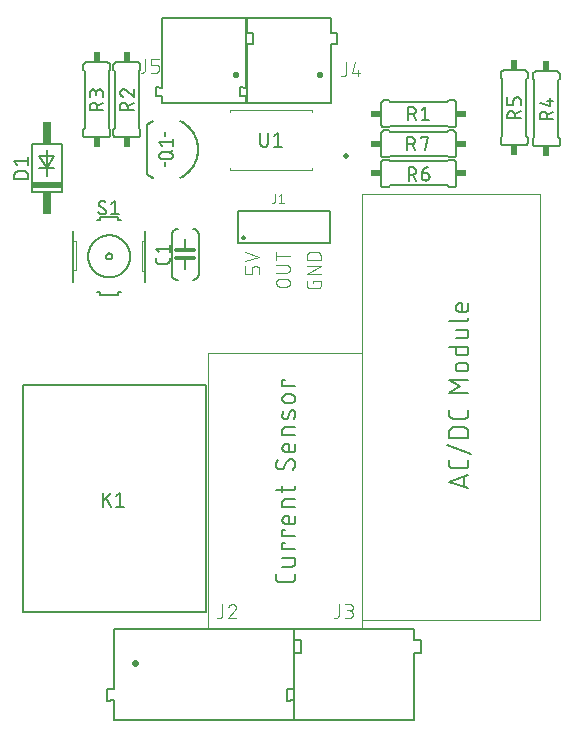
<source format=gto>
G04 EAGLE Gerber RS-274X export*
G75*
%MOMM*%
%FSLAX34Y34*%
%LPD*%
%INSilkscreen Top*%
%IPPOS*%
%AMOC8*
5,1,8,0,0,1.08239X$1,22.5*%
G01*
G04 Define Apertures*
%ADD10C,0.100000*%
%ADD11C,0.152400*%
%ADD12C,0.101600*%
%ADD13C,0.304800*%
%ADD14C,0.127000*%
%ADD15R,2.540000X0.508000*%
%ADD16R,0.762000X1.905000*%
%ADD17C,0.500000*%
%ADD18C,0.120000*%
%ADD19R,0.863600X0.609600*%
%ADD20R,0.609600X0.863600*%
%ADD21C,0.050800*%
%ADD22C,0.012700*%
%ADD23C,0.200000*%
%ADD24C,0.300000*%
%ADD25C,0.076200*%
D10*
X450000Y89000D02*
X299000Y89000D01*
X299000Y315000D01*
X299000Y450000D01*
X450000Y450000D01*
X450000Y89000D01*
X299000Y315000D02*
X169000Y315000D01*
X169000Y81000D01*
D11*
X372982Y206181D02*
X389238Y200762D01*
X389238Y211599D02*
X372982Y206181D01*
X385174Y210245D02*
X385174Y202117D01*
X389238Y220869D02*
X389238Y224482D01*
X389238Y220869D02*
X389236Y220751D01*
X389230Y220633D01*
X389221Y220515D01*
X389207Y220398D01*
X389190Y220281D01*
X389169Y220164D01*
X389144Y220049D01*
X389115Y219934D01*
X389082Y219820D01*
X389046Y219708D01*
X389006Y219597D01*
X388963Y219487D01*
X388916Y219378D01*
X388866Y219271D01*
X388811Y219166D01*
X388754Y219063D01*
X388693Y218962D01*
X388629Y218862D01*
X388562Y218765D01*
X388492Y218670D01*
X388418Y218578D01*
X388342Y218487D01*
X388262Y218400D01*
X388180Y218315D01*
X388095Y218233D01*
X388008Y218153D01*
X387917Y218077D01*
X387825Y218003D01*
X387730Y217933D01*
X387633Y217866D01*
X387533Y217802D01*
X387432Y217741D01*
X387329Y217684D01*
X387224Y217629D01*
X387117Y217579D01*
X387008Y217532D01*
X386898Y217489D01*
X386787Y217449D01*
X386675Y217413D01*
X386561Y217380D01*
X386446Y217351D01*
X386331Y217326D01*
X386214Y217305D01*
X386097Y217288D01*
X385980Y217274D01*
X385862Y217265D01*
X385744Y217259D01*
X385626Y217257D01*
X376594Y217257D01*
X376594Y217256D02*
X376476Y217258D01*
X376358Y217264D01*
X376240Y217273D01*
X376122Y217287D01*
X376005Y217304D01*
X375889Y217325D01*
X375774Y217350D01*
X375659Y217379D01*
X375545Y217412D01*
X375433Y217448D01*
X375321Y217488D01*
X375211Y217531D01*
X375103Y217578D01*
X374996Y217629D01*
X374891Y217683D01*
X374788Y217740D01*
X374686Y217801D01*
X374587Y217865D01*
X374490Y217932D01*
X374395Y218003D01*
X374302Y218076D01*
X374212Y218153D01*
X374124Y218232D01*
X374039Y218314D01*
X373957Y218399D01*
X373878Y218487D01*
X373801Y218577D01*
X373728Y218670D01*
X373657Y218764D01*
X373590Y218862D01*
X373526Y218961D01*
X373465Y219062D01*
X373408Y219166D01*
X373354Y219271D01*
X373303Y219378D01*
X373256Y219486D01*
X373213Y219596D01*
X373173Y219708D01*
X373137Y219820D01*
X373104Y219934D01*
X373075Y220049D01*
X373050Y220164D01*
X373029Y220280D01*
X373012Y220397D01*
X372998Y220515D01*
X372989Y220633D01*
X372983Y220751D01*
X372981Y220869D01*
X372982Y220869D02*
X372982Y224482D01*
X371176Y236887D02*
X391044Y229662D01*
X389238Y243348D02*
X372982Y243348D01*
X372982Y247864D01*
X372984Y247995D01*
X372990Y248127D01*
X372999Y248258D01*
X373013Y248388D01*
X373030Y248519D01*
X373051Y248648D01*
X373075Y248777D01*
X373104Y248905D01*
X373136Y249033D01*
X373172Y249159D01*
X373211Y249284D01*
X373254Y249409D01*
X373301Y249531D01*
X373351Y249653D01*
X373405Y249773D01*
X373462Y249891D01*
X373523Y250007D01*
X373587Y250122D01*
X373654Y250235D01*
X373725Y250346D01*
X373799Y250454D01*
X373876Y250561D01*
X373956Y250665D01*
X374039Y250767D01*
X374124Y250866D01*
X374213Y250963D01*
X374305Y251057D01*
X374399Y251149D01*
X374496Y251238D01*
X374595Y251323D01*
X374697Y251406D01*
X374801Y251486D01*
X374908Y251563D01*
X375016Y251637D01*
X375127Y251708D01*
X375240Y251775D01*
X375355Y251839D01*
X375471Y251900D01*
X375589Y251957D01*
X375709Y252011D01*
X375831Y252061D01*
X375953Y252108D01*
X376078Y252151D01*
X376203Y252190D01*
X376329Y252226D01*
X376457Y252258D01*
X376585Y252287D01*
X376714Y252311D01*
X376843Y252332D01*
X376974Y252349D01*
X377104Y252363D01*
X377235Y252372D01*
X377367Y252378D01*
X377498Y252380D01*
X377498Y252379D02*
X384722Y252379D01*
X384722Y252380D02*
X384853Y252378D01*
X384985Y252372D01*
X385116Y252363D01*
X385246Y252349D01*
X385377Y252332D01*
X385506Y252311D01*
X385635Y252287D01*
X385763Y252258D01*
X385891Y252226D01*
X386017Y252190D01*
X386142Y252151D01*
X386267Y252108D01*
X386389Y252061D01*
X386511Y252011D01*
X386631Y251957D01*
X386749Y251900D01*
X386865Y251839D01*
X386980Y251775D01*
X387093Y251708D01*
X387204Y251637D01*
X387312Y251563D01*
X387419Y251486D01*
X387523Y251406D01*
X387625Y251323D01*
X387724Y251238D01*
X387821Y251149D01*
X387915Y251057D01*
X388007Y250963D01*
X388096Y250866D01*
X388181Y250767D01*
X388264Y250665D01*
X388344Y250561D01*
X388421Y250454D01*
X388495Y250346D01*
X388566Y250235D01*
X388633Y250122D01*
X388697Y250007D01*
X388758Y249891D01*
X388815Y249773D01*
X388869Y249653D01*
X388919Y249531D01*
X388966Y249409D01*
X389009Y249284D01*
X389048Y249159D01*
X389084Y249033D01*
X389116Y248905D01*
X389145Y248777D01*
X389169Y248648D01*
X389190Y248518D01*
X389207Y248388D01*
X389221Y248258D01*
X389230Y248127D01*
X389236Y247995D01*
X389238Y247864D01*
X389238Y243348D01*
X389238Y263074D02*
X389238Y266686D01*
X389238Y263074D02*
X389236Y262956D01*
X389230Y262838D01*
X389221Y262720D01*
X389207Y262603D01*
X389190Y262486D01*
X389169Y262369D01*
X389144Y262254D01*
X389115Y262139D01*
X389082Y262025D01*
X389046Y261913D01*
X389006Y261802D01*
X388963Y261692D01*
X388916Y261583D01*
X388866Y261476D01*
X388811Y261371D01*
X388754Y261268D01*
X388693Y261167D01*
X388629Y261067D01*
X388562Y260970D01*
X388492Y260875D01*
X388418Y260783D01*
X388342Y260692D01*
X388262Y260605D01*
X388180Y260520D01*
X388095Y260438D01*
X388008Y260358D01*
X387917Y260282D01*
X387825Y260208D01*
X387730Y260138D01*
X387633Y260071D01*
X387533Y260007D01*
X387432Y259946D01*
X387329Y259889D01*
X387224Y259834D01*
X387117Y259784D01*
X387008Y259737D01*
X386898Y259694D01*
X386787Y259654D01*
X386675Y259618D01*
X386561Y259585D01*
X386446Y259556D01*
X386331Y259531D01*
X386214Y259510D01*
X386097Y259493D01*
X385980Y259479D01*
X385862Y259470D01*
X385744Y259464D01*
X385626Y259462D01*
X385626Y259461D02*
X376594Y259461D01*
X376476Y259463D01*
X376358Y259469D01*
X376240Y259478D01*
X376122Y259492D01*
X376005Y259509D01*
X375889Y259530D01*
X375774Y259555D01*
X375659Y259584D01*
X375545Y259617D01*
X375433Y259653D01*
X375321Y259693D01*
X375211Y259736D01*
X375103Y259783D01*
X374996Y259834D01*
X374891Y259888D01*
X374788Y259945D01*
X374686Y260006D01*
X374587Y260070D01*
X374490Y260137D01*
X374395Y260208D01*
X374302Y260281D01*
X374212Y260358D01*
X374124Y260437D01*
X374039Y260519D01*
X373957Y260604D01*
X373878Y260692D01*
X373801Y260782D01*
X373728Y260875D01*
X373657Y260969D01*
X373590Y261067D01*
X373526Y261166D01*
X373465Y261267D01*
X373408Y261371D01*
X373354Y261476D01*
X373303Y261583D01*
X373256Y261691D01*
X373213Y261801D01*
X373173Y261913D01*
X373137Y262025D01*
X373104Y262139D01*
X373075Y262254D01*
X373050Y262369D01*
X373029Y262485D01*
X373012Y262602D01*
X372998Y262720D01*
X372989Y262838D01*
X372983Y262956D01*
X372981Y263074D01*
X372982Y263074D02*
X372982Y266686D01*
X372982Y281523D02*
X389238Y281523D01*
X382013Y286942D02*
X372982Y281523D01*
X382013Y286942D02*
X372982Y292361D01*
X389238Y292361D01*
X385626Y299482D02*
X382013Y299482D01*
X381894Y299484D01*
X381774Y299490D01*
X381655Y299500D01*
X381537Y299514D01*
X381418Y299531D01*
X381301Y299553D01*
X381184Y299578D01*
X381069Y299608D01*
X380954Y299641D01*
X380840Y299678D01*
X380728Y299718D01*
X380617Y299763D01*
X380508Y299811D01*
X380400Y299862D01*
X380294Y299917D01*
X380190Y299976D01*
X380088Y300038D01*
X379988Y300103D01*
X379890Y300172D01*
X379794Y300244D01*
X379701Y300319D01*
X379611Y300396D01*
X379523Y300477D01*
X379438Y300561D01*
X379356Y300648D01*
X379276Y300737D01*
X379200Y300829D01*
X379126Y300923D01*
X379056Y301020D01*
X378989Y301118D01*
X378925Y301219D01*
X378865Y301323D01*
X378808Y301428D01*
X378755Y301535D01*
X378705Y301643D01*
X378659Y301753D01*
X378617Y301865D01*
X378578Y301978D01*
X378543Y302092D01*
X378512Y302207D01*
X378484Y302324D01*
X378461Y302441D01*
X378441Y302558D01*
X378425Y302677D01*
X378413Y302796D01*
X378405Y302915D01*
X378401Y303034D01*
X378401Y303154D01*
X378405Y303273D01*
X378413Y303392D01*
X378425Y303511D01*
X378441Y303630D01*
X378461Y303747D01*
X378484Y303864D01*
X378512Y303981D01*
X378543Y304096D01*
X378578Y304210D01*
X378617Y304323D01*
X378659Y304435D01*
X378705Y304545D01*
X378755Y304653D01*
X378808Y304760D01*
X378865Y304865D01*
X378925Y304969D01*
X378989Y305070D01*
X379056Y305168D01*
X379126Y305265D01*
X379200Y305359D01*
X379276Y305451D01*
X379356Y305540D01*
X379438Y305627D01*
X379523Y305711D01*
X379611Y305792D01*
X379701Y305869D01*
X379794Y305944D01*
X379890Y306016D01*
X379988Y306085D01*
X380088Y306150D01*
X380190Y306212D01*
X380294Y306271D01*
X380400Y306326D01*
X380508Y306377D01*
X380617Y306425D01*
X380728Y306470D01*
X380840Y306510D01*
X380954Y306547D01*
X381069Y306580D01*
X381184Y306610D01*
X381301Y306635D01*
X381418Y306657D01*
X381537Y306674D01*
X381655Y306688D01*
X381774Y306698D01*
X381894Y306704D01*
X382013Y306706D01*
X382013Y306707D02*
X385626Y306707D01*
X385626Y306706D02*
X385745Y306704D01*
X385865Y306698D01*
X385984Y306688D01*
X386102Y306674D01*
X386221Y306657D01*
X386338Y306635D01*
X386455Y306610D01*
X386570Y306580D01*
X386685Y306547D01*
X386799Y306510D01*
X386911Y306470D01*
X387022Y306425D01*
X387131Y306377D01*
X387239Y306326D01*
X387345Y306271D01*
X387449Y306212D01*
X387551Y306150D01*
X387651Y306085D01*
X387749Y306016D01*
X387845Y305944D01*
X387938Y305869D01*
X388028Y305792D01*
X388116Y305711D01*
X388201Y305627D01*
X388283Y305540D01*
X388363Y305451D01*
X388439Y305359D01*
X388513Y305265D01*
X388583Y305168D01*
X388650Y305070D01*
X388714Y304969D01*
X388774Y304865D01*
X388831Y304760D01*
X388884Y304653D01*
X388934Y304545D01*
X388980Y304435D01*
X389022Y304323D01*
X389061Y304210D01*
X389096Y304096D01*
X389127Y303981D01*
X389155Y303864D01*
X389178Y303747D01*
X389198Y303630D01*
X389214Y303511D01*
X389226Y303392D01*
X389234Y303273D01*
X389238Y303154D01*
X389238Y303034D01*
X389234Y302915D01*
X389226Y302796D01*
X389214Y302677D01*
X389198Y302558D01*
X389178Y302441D01*
X389155Y302324D01*
X389127Y302207D01*
X389096Y302092D01*
X389061Y301978D01*
X389022Y301865D01*
X388980Y301753D01*
X388934Y301643D01*
X388884Y301535D01*
X388831Y301428D01*
X388774Y301323D01*
X388714Y301219D01*
X388650Y301118D01*
X388583Y301020D01*
X388513Y300923D01*
X388439Y300829D01*
X388363Y300737D01*
X388283Y300648D01*
X388201Y300561D01*
X388116Y300477D01*
X388028Y300396D01*
X387938Y300319D01*
X387845Y300244D01*
X387749Y300172D01*
X387651Y300103D01*
X387551Y300038D01*
X387449Y299976D01*
X387345Y299917D01*
X387239Y299862D01*
X387131Y299811D01*
X387022Y299763D01*
X386911Y299718D01*
X386799Y299678D01*
X386685Y299641D01*
X386570Y299608D01*
X386455Y299578D01*
X386338Y299553D01*
X386221Y299531D01*
X386102Y299514D01*
X385984Y299500D01*
X385865Y299490D01*
X385745Y299484D01*
X385626Y299482D01*
X389238Y320180D02*
X372982Y320180D01*
X389238Y320180D02*
X389238Y315665D01*
X389236Y315564D01*
X389230Y315463D01*
X389221Y315362D01*
X389208Y315261D01*
X389191Y315161D01*
X389170Y315062D01*
X389146Y314964D01*
X389118Y314867D01*
X389086Y314770D01*
X389051Y314675D01*
X389012Y314582D01*
X388970Y314490D01*
X388924Y314399D01*
X388875Y314311D01*
X388823Y314224D01*
X388767Y314139D01*
X388709Y314056D01*
X388647Y313976D01*
X388582Y313898D01*
X388515Y313822D01*
X388445Y313749D01*
X388372Y313679D01*
X388296Y313612D01*
X388218Y313547D01*
X388138Y313485D01*
X388055Y313427D01*
X387970Y313371D01*
X387884Y313319D01*
X387795Y313270D01*
X387704Y313224D01*
X387612Y313182D01*
X387519Y313143D01*
X387424Y313108D01*
X387327Y313076D01*
X387230Y313048D01*
X387132Y313024D01*
X387033Y313003D01*
X386933Y312986D01*
X386832Y312973D01*
X386731Y312964D01*
X386630Y312958D01*
X386529Y312956D01*
X381110Y312956D01*
X381009Y312958D01*
X380908Y312964D01*
X380807Y312973D01*
X380706Y312986D01*
X380606Y313003D01*
X380507Y313024D01*
X380409Y313048D01*
X380312Y313076D01*
X380215Y313108D01*
X380120Y313143D01*
X380027Y313182D01*
X379935Y313224D01*
X379844Y313270D01*
X379756Y313319D01*
X379669Y313371D01*
X379584Y313427D01*
X379501Y313485D01*
X379421Y313547D01*
X379343Y313612D01*
X379267Y313679D01*
X379194Y313749D01*
X379124Y313822D01*
X379057Y313898D01*
X378992Y313976D01*
X378930Y314056D01*
X378872Y314139D01*
X378816Y314224D01*
X378764Y314311D01*
X378715Y314399D01*
X378669Y314490D01*
X378627Y314582D01*
X378588Y314675D01*
X378553Y314770D01*
X378521Y314867D01*
X378493Y314964D01*
X378469Y315062D01*
X378448Y315161D01*
X378431Y315261D01*
X378418Y315362D01*
X378409Y315463D01*
X378403Y315564D01*
X378401Y315665D01*
X378401Y320180D01*
X378401Y327618D02*
X386529Y327618D01*
X386630Y327620D01*
X386731Y327626D01*
X386832Y327635D01*
X386933Y327648D01*
X387033Y327665D01*
X387132Y327686D01*
X387230Y327710D01*
X387327Y327738D01*
X387424Y327770D01*
X387519Y327805D01*
X387612Y327844D01*
X387704Y327886D01*
X387795Y327932D01*
X387884Y327981D01*
X387970Y328033D01*
X388055Y328089D01*
X388138Y328147D01*
X388218Y328209D01*
X388296Y328274D01*
X388372Y328341D01*
X388445Y328411D01*
X388515Y328484D01*
X388582Y328560D01*
X388647Y328638D01*
X388709Y328718D01*
X388767Y328801D01*
X388823Y328886D01*
X388875Y328973D01*
X388924Y329061D01*
X388970Y329152D01*
X389012Y329244D01*
X389051Y329337D01*
X389086Y329432D01*
X389118Y329529D01*
X389146Y329626D01*
X389170Y329724D01*
X389191Y329823D01*
X389208Y329923D01*
X389221Y330024D01*
X389230Y330125D01*
X389236Y330226D01*
X389238Y330327D01*
X389238Y334843D01*
X378401Y334843D01*
X372982Y341923D02*
X386529Y341923D01*
X386630Y341925D01*
X386731Y341931D01*
X386832Y341940D01*
X386933Y341953D01*
X387033Y341970D01*
X387132Y341991D01*
X387230Y342015D01*
X387327Y342043D01*
X387424Y342075D01*
X387519Y342110D01*
X387612Y342149D01*
X387704Y342191D01*
X387795Y342237D01*
X387884Y342286D01*
X387970Y342338D01*
X388055Y342394D01*
X388138Y342452D01*
X388218Y342514D01*
X388296Y342579D01*
X388372Y342646D01*
X388445Y342716D01*
X388515Y342789D01*
X388582Y342865D01*
X388647Y342943D01*
X388709Y343023D01*
X388767Y343106D01*
X388823Y343191D01*
X388875Y343278D01*
X388924Y343366D01*
X388970Y343457D01*
X389012Y343549D01*
X389051Y343642D01*
X389086Y343737D01*
X389118Y343834D01*
X389146Y343931D01*
X389170Y344029D01*
X389191Y344128D01*
X389208Y344228D01*
X389221Y344329D01*
X389230Y344430D01*
X389236Y344531D01*
X389238Y344632D01*
X389238Y352732D02*
X389238Y357248D01*
X389238Y352732D02*
X389236Y352631D01*
X389230Y352530D01*
X389221Y352429D01*
X389208Y352328D01*
X389191Y352228D01*
X389170Y352129D01*
X389146Y352031D01*
X389118Y351934D01*
X389086Y351837D01*
X389051Y351742D01*
X389012Y351649D01*
X388970Y351557D01*
X388924Y351466D01*
X388875Y351378D01*
X388823Y351291D01*
X388767Y351206D01*
X388709Y351123D01*
X388647Y351043D01*
X388582Y350965D01*
X388515Y350889D01*
X388445Y350816D01*
X388372Y350746D01*
X388296Y350679D01*
X388218Y350614D01*
X388138Y350552D01*
X388055Y350494D01*
X387970Y350438D01*
X387884Y350386D01*
X387795Y350337D01*
X387704Y350291D01*
X387612Y350249D01*
X387519Y350210D01*
X387424Y350175D01*
X387327Y350143D01*
X387230Y350115D01*
X387132Y350091D01*
X387033Y350070D01*
X386933Y350053D01*
X386832Y350040D01*
X386731Y350031D01*
X386630Y350025D01*
X386529Y350023D01*
X382013Y350023D01*
X381894Y350025D01*
X381774Y350031D01*
X381655Y350041D01*
X381537Y350055D01*
X381418Y350072D01*
X381301Y350094D01*
X381184Y350119D01*
X381069Y350149D01*
X380954Y350182D01*
X380840Y350219D01*
X380728Y350259D01*
X380617Y350304D01*
X380508Y350352D01*
X380400Y350403D01*
X380294Y350458D01*
X380190Y350517D01*
X380088Y350579D01*
X379988Y350644D01*
X379890Y350713D01*
X379794Y350785D01*
X379701Y350860D01*
X379611Y350937D01*
X379523Y351018D01*
X379438Y351102D01*
X379356Y351189D01*
X379276Y351278D01*
X379200Y351370D01*
X379126Y351464D01*
X379056Y351561D01*
X378989Y351659D01*
X378925Y351760D01*
X378865Y351864D01*
X378808Y351969D01*
X378755Y352076D01*
X378705Y352184D01*
X378659Y352294D01*
X378617Y352406D01*
X378578Y352519D01*
X378543Y352633D01*
X378512Y352748D01*
X378484Y352865D01*
X378461Y352982D01*
X378441Y353099D01*
X378425Y353218D01*
X378413Y353337D01*
X378405Y353456D01*
X378401Y353575D01*
X378401Y353695D01*
X378405Y353814D01*
X378413Y353933D01*
X378425Y354052D01*
X378441Y354171D01*
X378461Y354288D01*
X378484Y354405D01*
X378512Y354522D01*
X378543Y354637D01*
X378578Y354751D01*
X378617Y354864D01*
X378659Y354976D01*
X378705Y355086D01*
X378755Y355194D01*
X378808Y355301D01*
X378865Y355406D01*
X378925Y355510D01*
X378989Y355611D01*
X379056Y355709D01*
X379126Y355806D01*
X379200Y355900D01*
X379276Y355992D01*
X379356Y356081D01*
X379438Y356168D01*
X379523Y356252D01*
X379611Y356333D01*
X379701Y356410D01*
X379794Y356485D01*
X379890Y356557D01*
X379988Y356626D01*
X380088Y356691D01*
X380190Y356753D01*
X380294Y356812D01*
X380400Y356867D01*
X380508Y356918D01*
X380617Y356966D01*
X380728Y357011D01*
X380840Y357051D01*
X380954Y357088D01*
X381069Y357121D01*
X381184Y357151D01*
X381301Y357176D01*
X381418Y357198D01*
X381537Y357215D01*
X381655Y357229D01*
X381774Y357239D01*
X381894Y357245D01*
X382013Y357247D01*
X382013Y357248D02*
X383819Y357248D01*
X383819Y350023D01*
X242568Y127987D02*
X242568Y124374D01*
X242566Y124256D01*
X242560Y124138D01*
X242551Y124020D01*
X242537Y123903D01*
X242520Y123786D01*
X242499Y123669D01*
X242474Y123554D01*
X242445Y123439D01*
X242412Y123325D01*
X242376Y123213D01*
X242336Y123102D01*
X242293Y122992D01*
X242246Y122883D01*
X242196Y122776D01*
X242141Y122671D01*
X242084Y122568D01*
X242023Y122467D01*
X241959Y122367D01*
X241892Y122270D01*
X241822Y122175D01*
X241748Y122083D01*
X241672Y121992D01*
X241592Y121905D01*
X241510Y121820D01*
X241425Y121738D01*
X241338Y121658D01*
X241247Y121582D01*
X241155Y121508D01*
X241060Y121438D01*
X240963Y121371D01*
X240863Y121307D01*
X240762Y121246D01*
X240659Y121189D01*
X240554Y121134D01*
X240447Y121084D01*
X240338Y121037D01*
X240228Y120994D01*
X240117Y120954D01*
X240005Y120918D01*
X239891Y120885D01*
X239776Y120856D01*
X239661Y120831D01*
X239544Y120810D01*
X239427Y120793D01*
X239310Y120779D01*
X239192Y120770D01*
X239074Y120764D01*
X238956Y120762D01*
X229924Y120762D01*
X229806Y120764D01*
X229688Y120770D01*
X229570Y120779D01*
X229452Y120793D01*
X229335Y120810D01*
X229219Y120831D01*
X229104Y120856D01*
X228989Y120885D01*
X228875Y120918D01*
X228763Y120954D01*
X228651Y120994D01*
X228541Y121037D01*
X228433Y121084D01*
X228326Y121135D01*
X228221Y121189D01*
X228118Y121246D01*
X228016Y121307D01*
X227917Y121371D01*
X227820Y121438D01*
X227725Y121509D01*
X227632Y121582D01*
X227542Y121659D01*
X227454Y121738D01*
X227369Y121820D01*
X227287Y121905D01*
X227208Y121993D01*
X227131Y122083D01*
X227058Y122176D01*
X226987Y122270D01*
X226920Y122368D01*
X226856Y122467D01*
X226795Y122568D01*
X226738Y122672D01*
X226684Y122777D01*
X226633Y122884D01*
X226586Y122992D01*
X226543Y123102D01*
X226503Y123214D01*
X226467Y123326D01*
X226434Y123440D01*
X226405Y123555D01*
X226380Y123670D01*
X226359Y123786D01*
X226342Y123903D01*
X226328Y124021D01*
X226319Y124139D01*
X226313Y124257D01*
X226311Y124375D01*
X226312Y124374D02*
X226312Y127987D01*
X231731Y134210D02*
X239859Y134210D01*
X239960Y134212D01*
X240061Y134218D01*
X240162Y134227D01*
X240263Y134240D01*
X240363Y134257D01*
X240462Y134278D01*
X240560Y134302D01*
X240657Y134330D01*
X240754Y134362D01*
X240849Y134397D01*
X240942Y134436D01*
X241034Y134478D01*
X241125Y134524D01*
X241214Y134573D01*
X241300Y134625D01*
X241385Y134681D01*
X241468Y134739D01*
X241548Y134801D01*
X241626Y134866D01*
X241702Y134933D01*
X241775Y135003D01*
X241845Y135076D01*
X241912Y135152D01*
X241977Y135230D01*
X242039Y135310D01*
X242097Y135393D01*
X242153Y135478D01*
X242205Y135564D01*
X242254Y135653D01*
X242300Y135744D01*
X242342Y135836D01*
X242381Y135929D01*
X242416Y136024D01*
X242448Y136121D01*
X242476Y136218D01*
X242500Y136316D01*
X242521Y136415D01*
X242538Y136515D01*
X242551Y136616D01*
X242560Y136717D01*
X242566Y136818D01*
X242568Y136919D01*
X242568Y141434D01*
X231731Y141434D01*
X231731Y148884D02*
X242568Y148884D01*
X231731Y148884D02*
X231731Y154302D01*
X233537Y154302D01*
X231731Y159825D02*
X242568Y159825D01*
X231731Y159825D02*
X231731Y165244D01*
X233537Y165244D01*
X242568Y172871D02*
X242568Y177386D01*
X242568Y172871D02*
X242566Y172770D01*
X242560Y172669D01*
X242551Y172568D01*
X242538Y172467D01*
X242521Y172367D01*
X242500Y172268D01*
X242476Y172170D01*
X242448Y172073D01*
X242416Y171976D01*
X242381Y171881D01*
X242342Y171788D01*
X242300Y171696D01*
X242254Y171605D01*
X242205Y171516D01*
X242153Y171430D01*
X242097Y171345D01*
X242039Y171262D01*
X241977Y171182D01*
X241912Y171104D01*
X241845Y171028D01*
X241775Y170955D01*
X241702Y170885D01*
X241626Y170818D01*
X241548Y170753D01*
X241468Y170691D01*
X241385Y170633D01*
X241300Y170577D01*
X241214Y170525D01*
X241125Y170476D01*
X241034Y170430D01*
X240942Y170388D01*
X240849Y170349D01*
X240754Y170314D01*
X240657Y170282D01*
X240560Y170254D01*
X240462Y170230D01*
X240363Y170209D01*
X240263Y170192D01*
X240162Y170179D01*
X240061Y170170D01*
X239960Y170164D01*
X239859Y170162D01*
X239859Y170161D02*
X235343Y170161D01*
X235343Y170162D02*
X235224Y170164D01*
X235104Y170170D01*
X234985Y170180D01*
X234867Y170194D01*
X234748Y170211D01*
X234631Y170233D01*
X234514Y170258D01*
X234399Y170288D01*
X234284Y170321D01*
X234170Y170358D01*
X234058Y170398D01*
X233947Y170443D01*
X233838Y170491D01*
X233730Y170542D01*
X233624Y170597D01*
X233520Y170656D01*
X233418Y170718D01*
X233318Y170783D01*
X233220Y170852D01*
X233124Y170924D01*
X233031Y170999D01*
X232941Y171076D01*
X232853Y171157D01*
X232768Y171241D01*
X232686Y171328D01*
X232606Y171417D01*
X232530Y171509D01*
X232456Y171603D01*
X232386Y171700D01*
X232319Y171798D01*
X232255Y171899D01*
X232195Y172003D01*
X232138Y172108D01*
X232085Y172215D01*
X232035Y172323D01*
X231989Y172433D01*
X231947Y172545D01*
X231908Y172658D01*
X231873Y172772D01*
X231842Y172887D01*
X231814Y173004D01*
X231791Y173121D01*
X231771Y173238D01*
X231755Y173357D01*
X231743Y173476D01*
X231735Y173595D01*
X231731Y173714D01*
X231731Y173834D01*
X231735Y173953D01*
X231743Y174072D01*
X231755Y174191D01*
X231771Y174310D01*
X231791Y174427D01*
X231814Y174544D01*
X231842Y174661D01*
X231873Y174776D01*
X231908Y174890D01*
X231947Y175003D01*
X231989Y175115D01*
X232035Y175225D01*
X232085Y175333D01*
X232138Y175440D01*
X232195Y175545D01*
X232255Y175649D01*
X232319Y175750D01*
X232386Y175848D01*
X232456Y175945D01*
X232530Y176039D01*
X232606Y176131D01*
X232686Y176220D01*
X232768Y176307D01*
X232853Y176391D01*
X232941Y176472D01*
X233031Y176549D01*
X233124Y176624D01*
X233220Y176696D01*
X233318Y176765D01*
X233418Y176830D01*
X233520Y176892D01*
X233624Y176951D01*
X233730Y177006D01*
X233838Y177057D01*
X233947Y177105D01*
X234058Y177150D01*
X234170Y177190D01*
X234284Y177227D01*
X234399Y177260D01*
X234514Y177290D01*
X234631Y177315D01*
X234748Y177337D01*
X234867Y177354D01*
X234985Y177368D01*
X235104Y177378D01*
X235224Y177384D01*
X235343Y177386D01*
X237149Y177386D01*
X237149Y170161D01*
X242568Y184229D02*
X231731Y184229D01*
X231731Y188745D01*
X231733Y188849D01*
X231739Y188952D01*
X231749Y189056D01*
X231763Y189159D01*
X231781Y189261D01*
X231802Y189362D01*
X231828Y189463D01*
X231857Y189562D01*
X231890Y189661D01*
X231927Y189758D01*
X231968Y189853D01*
X232012Y189947D01*
X232060Y190039D01*
X232111Y190129D01*
X232166Y190218D01*
X232224Y190304D01*
X232286Y190387D01*
X232350Y190469D01*
X232418Y190547D01*
X232488Y190623D01*
X232561Y190697D01*
X232638Y190767D01*
X232716Y190835D01*
X232798Y190899D01*
X232881Y190961D01*
X232967Y191019D01*
X233056Y191074D01*
X233146Y191125D01*
X233238Y191173D01*
X233332Y191217D01*
X233427Y191258D01*
X233524Y191295D01*
X233623Y191328D01*
X233722Y191357D01*
X233823Y191383D01*
X233924Y191404D01*
X234026Y191422D01*
X234129Y191436D01*
X234233Y191446D01*
X234336Y191452D01*
X234440Y191454D01*
X242568Y191454D01*
X231731Y197000D02*
X231731Y202419D01*
X226312Y198806D02*
X239859Y198806D01*
X239859Y198807D02*
X239960Y198809D01*
X240061Y198815D01*
X240162Y198824D01*
X240263Y198837D01*
X240363Y198854D01*
X240462Y198875D01*
X240560Y198899D01*
X240657Y198927D01*
X240754Y198959D01*
X240849Y198994D01*
X240942Y199033D01*
X241034Y199075D01*
X241125Y199121D01*
X241214Y199170D01*
X241300Y199222D01*
X241385Y199278D01*
X241468Y199336D01*
X241548Y199398D01*
X241626Y199463D01*
X241702Y199530D01*
X241775Y199600D01*
X241845Y199673D01*
X241912Y199749D01*
X241977Y199827D01*
X242039Y199907D01*
X242097Y199990D01*
X242153Y200075D01*
X242205Y200161D01*
X242254Y200250D01*
X242300Y200341D01*
X242342Y200433D01*
X242381Y200526D01*
X242416Y200621D01*
X242448Y200718D01*
X242476Y200815D01*
X242500Y200913D01*
X242521Y201012D01*
X242538Y201112D01*
X242551Y201213D01*
X242560Y201314D01*
X242566Y201415D01*
X242568Y201516D01*
X242568Y202419D01*
X242568Y221571D02*
X242566Y221689D01*
X242560Y221807D01*
X242551Y221925D01*
X242537Y222042D01*
X242520Y222159D01*
X242499Y222276D01*
X242474Y222391D01*
X242445Y222506D01*
X242412Y222620D01*
X242376Y222732D01*
X242336Y222843D01*
X242293Y222953D01*
X242246Y223062D01*
X242196Y223169D01*
X242141Y223274D01*
X242084Y223377D01*
X242023Y223478D01*
X241959Y223578D01*
X241892Y223675D01*
X241822Y223770D01*
X241748Y223862D01*
X241672Y223953D01*
X241592Y224040D01*
X241510Y224125D01*
X241425Y224207D01*
X241338Y224287D01*
X241247Y224363D01*
X241155Y224437D01*
X241060Y224507D01*
X240963Y224574D01*
X240863Y224638D01*
X240762Y224699D01*
X240659Y224756D01*
X240554Y224811D01*
X240447Y224861D01*
X240338Y224908D01*
X240228Y224951D01*
X240117Y224991D01*
X240005Y225027D01*
X239891Y225060D01*
X239776Y225089D01*
X239661Y225114D01*
X239544Y225135D01*
X239427Y225152D01*
X239310Y225166D01*
X239192Y225175D01*
X239074Y225181D01*
X238956Y225183D01*
X242568Y221571D02*
X242566Y221388D01*
X242559Y221206D01*
X242548Y221024D01*
X242533Y220842D01*
X242513Y220660D01*
X242490Y220479D01*
X242461Y220299D01*
X242429Y220119D01*
X242392Y219940D01*
X242351Y219763D01*
X242305Y219586D01*
X242256Y219410D01*
X242202Y219236D01*
X242144Y219062D01*
X242082Y218891D01*
X242016Y218721D01*
X241945Y218552D01*
X241871Y218385D01*
X241793Y218220D01*
X241711Y218057D01*
X241625Y217896D01*
X241535Y217737D01*
X241441Y217580D01*
X241344Y217426D01*
X241243Y217274D01*
X241138Y217124D01*
X241030Y216977D01*
X240919Y216833D01*
X240804Y216691D01*
X240685Y216552D01*
X240563Y216416D01*
X240438Y216283D01*
X240310Y216153D01*
X229924Y216604D02*
X229806Y216606D01*
X229688Y216612D01*
X229570Y216621D01*
X229453Y216635D01*
X229336Y216652D01*
X229219Y216673D01*
X229104Y216698D01*
X228989Y216727D01*
X228875Y216760D01*
X228763Y216796D01*
X228652Y216836D01*
X228542Y216879D01*
X228433Y216926D01*
X228326Y216976D01*
X228221Y217031D01*
X228118Y217088D01*
X228017Y217149D01*
X227917Y217213D01*
X227820Y217280D01*
X227725Y217350D01*
X227633Y217424D01*
X227542Y217500D01*
X227455Y217580D01*
X227370Y217662D01*
X227288Y217747D01*
X227208Y217834D01*
X227132Y217925D01*
X227058Y218017D01*
X226988Y218112D01*
X226921Y218209D01*
X226857Y218309D01*
X226796Y218410D01*
X226739Y218513D01*
X226684Y218618D01*
X226634Y218725D01*
X226587Y218834D01*
X226544Y218944D01*
X226504Y219055D01*
X226468Y219167D01*
X226435Y219281D01*
X226406Y219396D01*
X226381Y219511D01*
X226360Y219628D01*
X226343Y219745D01*
X226329Y219862D01*
X226320Y219980D01*
X226314Y220098D01*
X226312Y220216D01*
X226314Y220377D01*
X226320Y220539D01*
X226329Y220700D01*
X226343Y220861D01*
X226360Y221021D01*
X226381Y221181D01*
X226406Y221341D01*
X226435Y221500D01*
X226467Y221658D01*
X226503Y221815D01*
X226543Y221971D01*
X226587Y222127D01*
X226635Y222281D01*
X226686Y222434D01*
X226740Y222586D01*
X226799Y222737D01*
X226860Y222886D01*
X226926Y223033D01*
X226995Y223179D01*
X227067Y223324D01*
X227143Y223466D01*
X227222Y223607D01*
X227304Y223746D01*
X227390Y223882D01*
X227479Y224017D01*
X227571Y224150D01*
X227667Y224280D01*
X233085Y218409D02*
X233023Y218308D01*
X232958Y218208D01*
X232889Y218111D01*
X232817Y218016D01*
X232743Y217923D01*
X232665Y217833D01*
X232584Y217745D01*
X232501Y217660D01*
X232415Y217578D01*
X232326Y217499D01*
X232235Y217422D01*
X232141Y217349D01*
X232045Y217278D01*
X231947Y217211D01*
X231847Y217147D01*
X231744Y217086D01*
X231640Y217029D01*
X231534Y216975D01*
X231426Y216925D01*
X231317Y216878D01*
X231206Y216834D01*
X231094Y216794D01*
X230980Y216758D01*
X230866Y216726D01*
X230750Y216697D01*
X230634Y216672D01*
X230517Y216651D01*
X230399Y216634D01*
X230281Y216620D01*
X230162Y216611D01*
X230043Y216605D01*
X229924Y216603D01*
X235795Y223377D02*
X235857Y223478D01*
X235922Y223578D01*
X235991Y223675D01*
X236063Y223770D01*
X236137Y223863D01*
X236215Y223953D01*
X236296Y224041D01*
X236379Y224126D01*
X236465Y224208D01*
X236554Y224287D01*
X236645Y224364D01*
X236739Y224437D01*
X236835Y224508D01*
X236933Y224575D01*
X237033Y224639D01*
X237136Y224700D01*
X237240Y224757D01*
X237346Y224811D01*
X237454Y224861D01*
X237563Y224908D01*
X237674Y224952D01*
X237786Y224992D01*
X237900Y225028D01*
X238014Y225060D01*
X238130Y225089D01*
X238246Y225114D01*
X238363Y225135D01*
X238481Y225152D01*
X238599Y225166D01*
X238718Y225175D01*
X238837Y225181D01*
X238956Y225183D01*
X235795Y223377D02*
X233085Y218410D01*
X242568Y233832D02*
X242568Y238348D01*
X242568Y233832D02*
X242566Y233731D01*
X242560Y233630D01*
X242551Y233529D01*
X242538Y233428D01*
X242521Y233328D01*
X242500Y233229D01*
X242476Y233131D01*
X242448Y233034D01*
X242416Y232937D01*
X242381Y232842D01*
X242342Y232749D01*
X242300Y232657D01*
X242254Y232566D01*
X242205Y232477D01*
X242153Y232391D01*
X242097Y232306D01*
X242039Y232223D01*
X241977Y232143D01*
X241912Y232065D01*
X241845Y231989D01*
X241775Y231916D01*
X241702Y231846D01*
X241626Y231779D01*
X241548Y231714D01*
X241468Y231652D01*
X241385Y231594D01*
X241300Y231538D01*
X241214Y231486D01*
X241125Y231437D01*
X241034Y231391D01*
X240942Y231349D01*
X240849Y231310D01*
X240754Y231275D01*
X240657Y231243D01*
X240560Y231215D01*
X240462Y231191D01*
X240363Y231170D01*
X240263Y231153D01*
X240162Y231140D01*
X240061Y231131D01*
X239960Y231125D01*
X239859Y231123D01*
X235343Y231123D01*
X235343Y231124D02*
X235224Y231126D01*
X235104Y231132D01*
X234985Y231142D01*
X234867Y231156D01*
X234748Y231173D01*
X234631Y231195D01*
X234514Y231220D01*
X234399Y231250D01*
X234284Y231283D01*
X234170Y231320D01*
X234058Y231360D01*
X233947Y231405D01*
X233838Y231453D01*
X233730Y231504D01*
X233624Y231559D01*
X233520Y231618D01*
X233418Y231680D01*
X233318Y231745D01*
X233220Y231814D01*
X233124Y231886D01*
X233031Y231961D01*
X232941Y232038D01*
X232853Y232119D01*
X232768Y232203D01*
X232686Y232290D01*
X232606Y232379D01*
X232530Y232471D01*
X232456Y232565D01*
X232386Y232662D01*
X232319Y232760D01*
X232255Y232861D01*
X232195Y232965D01*
X232138Y233070D01*
X232085Y233177D01*
X232035Y233285D01*
X231989Y233395D01*
X231947Y233507D01*
X231908Y233620D01*
X231873Y233734D01*
X231842Y233849D01*
X231814Y233966D01*
X231791Y234083D01*
X231771Y234200D01*
X231755Y234319D01*
X231743Y234438D01*
X231735Y234557D01*
X231731Y234676D01*
X231731Y234796D01*
X231735Y234915D01*
X231743Y235034D01*
X231755Y235153D01*
X231771Y235272D01*
X231791Y235389D01*
X231814Y235506D01*
X231842Y235623D01*
X231873Y235738D01*
X231908Y235852D01*
X231947Y235965D01*
X231989Y236077D01*
X232035Y236187D01*
X232085Y236295D01*
X232138Y236402D01*
X232195Y236507D01*
X232255Y236611D01*
X232319Y236712D01*
X232386Y236810D01*
X232456Y236907D01*
X232530Y237001D01*
X232606Y237093D01*
X232686Y237182D01*
X232768Y237269D01*
X232853Y237353D01*
X232941Y237434D01*
X233031Y237511D01*
X233124Y237586D01*
X233220Y237658D01*
X233318Y237727D01*
X233418Y237792D01*
X233520Y237854D01*
X233624Y237913D01*
X233730Y237968D01*
X233838Y238019D01*
X233947Y238067D01*
X234058Y238112D01*
X234170Y238152D01*
X234284Y238189D01*
X234399Y238222D01*
X234514Y238252D01*
X234631Y238277D01*
X234748Y238299D01*
X234867Y238316D01*
X234985Y238330D01*
X235104Y238340D01*
X235224Y238346D01*
X235343Y238348D01*
X237149Y238348D01*
X237149Y231123D01*
X242568Y245191D02*
X231731Y245191D01*
X231731Y249707D01*
X231733Y249811D01*
X231739Y249914D01*
X231749Y250018D01*
X231763Y250121D01*
X231781Y250223D01*
X231802Y250324D01*
X231828Y250425D01*
X231857Y250524D01*
X231890Y250623D01*
X231927Y250720D01*
X231968Y250815D01*
X232012Y250909D01*
X232060Y251001D01*
X232111Y251091D01*
X232166Y251180D01*
X232224Y251266D01*
X232286Y251349D01*
X232350Y251431D01*
X232418Y251509D01*
X232488Y251585D01*
X232561Y251659D01*
X232638Y251729D01*
X232716Y251797D01*
X232798Y251861D01*
X232881Y251923D01*
X232967Y251981D01*
X233056Y252036D01*
X233146Y252087D01*
X233238Y252135D01*
X233332Y252179D01*
X233427Y252220D01*
X233524Y252257D01*
X233623Y252290D01*
X233722Y252319D01*
X233823Y252345D01*
X233924Y252366D01*
X234026Y252384D01*
X234129Y252398D01*
X234233Y252408D01*
X234336Y252414D01*
X234440Y252416D01*
X242568Y252416D01*
X236246Y260614D02*
X238052Y265129D01*
X236246Y260614D02*
X236209Y260526D01*
X236168Y260440D01*
X236124Y260355D01*
X236076Y260272D01*
X236025Y260192D01*
X235971Y260113D01*
X235913Y260037D01*
X235853Y259963D01*
X235789Y259891D01*
X235723Y259823D01*
X235653Y259757D01*
X235582Y259694D01*
X235507Y259633D01*
X235431Y259576D01*
X235352Y259523D01*
X235271Y259472D01*
X235188Y259425D01*
X235103Y259381D01*
X235016Y259341D01*
X234928Y259304D01*
X234838Y259271D01*
X234747Y259241D01*
X234655Y259216D01*
X234562Y259194D01*
X234468Y259176D01*
X234374Y259161D01*
X234279Y259151D01*
X234183Y259145D01*
X234088Y259142D01*
X233992Y259143D01*
X233897Y259149D01*
X233801Y259158D01*
X233707Y259171D01*
X233613Y259187D01*
X233519Y259208D01*
X233427Y259233D01*
X233336Y259261D01*
X233246Y259293D01*
X233157Y259328D01*
X233070Y259367D01*
X232984Y259410D01*
X232900Y259456D01*
X232819Y259506D01*
X232739Y259558D01*
X232661Y259614D01*
X232586Y259674D01*
X232514Y259736D01*
X232444Y259801D01*
X232376Y259869D01*
X232312Y259939D01*
X232250Y260012D01*
X232192Y260088D01*
X232136Y260166D01*
X232084Y260246D01*
X232035Y260328D01*
X231990Y260412D01*
X231948Y260498D01*
X231909Y260585D01*
X231874Y260674D01*
X231843Y260765D01*
X231816Y260856D01*
X231792Y260949D01*
X231772Y261042D01*
X231756Y261136D01*
X231744Y261231D01*
X231735Y261326D01*
X231731Y261422D01*
X231730Y261517D01*
X231737Y261764D01*
X231749Y262010D01*
X231767Y262256D01*
X231792Y262502D01*
X231822Y262746D01*
X231858Y262990D01*
X231900Y263233D01*
X231947Y263475D01*
X232001Y263716D01*
X232060Y263955D01*
X232125Y264193D01*
X232196Y264430D01*
X232272Y264664D01*
X232354Y264897D01*
X232442Y265127D01*
X232535Y265355D01*
X232633Y265582D01*
X238053Y265130D02*
X238090Y265218D01*
X238131Y265304D01*
X238175Y265389D01*
X238223Y265472D01*
X238274Y265552D01*
X238328Y265631D01*
X238386Y265707D01*
X238446Y265781D01*
X238510Y265853D01*
X238576Y265921D01*
X238646Y265987D01*
X238717Y266050D01*
X238792Y266111D01*
X238868Y266168D01*
X238947Y266221D01*
X239028Y266272D01*
X239111Y266319D01*
X239196Y266363D01*
X239283Y266403D01*
X239371Y266440D01*
X239461Y266473D01*
X239552Y266503D01*
X239644Y266528D01*
X239737Y266550D01*
X239831Y266568D01*
X239925Y266583D01*
X240020Y266593D01*
X240116Y266599D01*
X240211Y266602D01*
X240307Y266601D01*
X240402Y266595D01*
X240498Y266586D01*
X240592Y266573D01*
X240686Y266557D01*
X240780Y266536D01*
X240872Y266511D01*
X240963Y266483D01*
X241053Y266451D01*
X241142Y266416D01*
X241229Y266377D01*
X241315Y266334D01*
X241399Y266288D01*
X241480Y266238D01*
X241560Y266186D01*
X241638Y266130D01*
X241713Y266070D01*
X241785Y266008D01*
X241855Y265943D01*
X241923Y265875D01*
X241987Y265805D01*
X242049Y265732D01*
X242107Y265656D01*
X242163Y265578D01*
X242215Y265498D01*
X242264Y265416D01*
X242309Y265332D01*
X242351Y265246D01*
X242390Y265159D01*
X242425Y265070D01*
X242456Y264979D01*
X242483Y264888D01*
X242507Y264795D01*
X242527Y264702D01*
X242543Y264608D01*
X242555Y264513D01*
X242564Y264418D01*
X242568Y264322D01*
X242569Y264227D01*
X242568Y264226D02*
X242559Y263864D01*
X242541Y263502D01*
X242514Y263141D01*
X242479Y262781D01*
X242436Y262421D01*
X242384Y262062D01*
X242323Y261705D01*
X242254Y261350D01*
X242177Y260996D01*
X242091Y260644D01*
X241997Y260294D01*
X241894Y259946D01*
X241784Y259601D01*
X241665Y259259D01*
X238956Y272806D02*
X235343Y272806D01*
X235343Y272807D02*
X235224Y272809D01*
X235104Y272815D01*
X234985Y272825D01*
X234867Y272839D01*
X234748Y272856D01*
X234631Y272878D01*
X234514Y272903D01*
X234399Y272933D01*
X234284Y272966D01*
X234170Y273003D01*
X234058Y273043D01*
X233947Y273088D01*
X233838Y273136D01*
X233730Y273187D01*
X233624Y273242D01*
X233520Y273301D01*
X233418Y273363D01*
X233318Y273428D01*
X233220Y273497D01*
X233124Y273569D01*
X233031Y273644D01*
X232941Y273721D01*
X232853Y273802D01*
X232768Y273886D01*
X232686Y273973D01*
X232606Y274062D01*
X232530Y274154D01*
X232456Y274248D01*
X232386Y274345D01*
X232319Y274443D01*
X232255Y274544D01*
X232195Y274648D01*
X232138Y274753D01*
X232085Y274860D01*
X232035Y274968D01*
X231989Y275078D01*
X231947Y275190D01*
X231908Y275303D01*
X231873Y275417D01*
X231842Y275532D01*
X231814Y275649D01*
X231791Y275766D01*
X231771Y275883D01*
X231755Y276002D01*
X231743Y276121D01*
X231735Y276240D01*
X231731Y276359D01*
X231731Y276479D01*
X231735Y276598D01*
X231743Y276717D01*
X231755Y276836D01*
X231771Y276955D01*
X231791Y277072D01*
X231814Y277189D01*
X231842Y277306D01*
X231873Y277421D01*
X231908Y277535D01*
X231947Y277648D01*
X231989Y277760D01*
X232035Y277870D01*
X232085Y277978D01*
X232138Y278085D01*
X232195Y278190D01*
X232255Y278294D01*
X232319Y278395D01*
X232386Y278493D01*
X232456Y278590D01*
X232530Y278684D01*
X232606Y278776D01*
X232686Y278865D01*
X232768Y278952D01*
X232853Y279036D01*
X232941Y279117D01*
X233031Y279194D01*
X233124Y279269D01*
X233220Y279341D01*
X233318Y279410D01*
X233418Y279475D01*
X233520Y279537D01*
X233624Y279596D01*
X233730Y279651D01*
X233838Y279702D01*
X233947Y279750D01*
X234058Y279795D01*
X234170Y279835D01*
X234284Y279872D01*
X234399Y279905D01*
X234514Y279935D01*
X234631Y279960D01*
X234748Y279982D01*
X234867Y279999D01*
X234985Y280013D01*
X235104Y280023D01*
X235224Y280029D01*
X235343Y280031D01*
X238956Y280031D01*
X239075Y280029D01*
X239195Y280023D01*
X239314Y280013D01*
X239432Y279999D01*
X239551Y279982D01*
X239668Y279960D01*
X239785Y279935D01*
X239900Y279905D01*
X240015Y279872D01*
X240129Y279835D01*
X240241Y279795D01*
X240352Y279750D01*
X240461Y279702D01*
X240569Y279651D01*
X240675Y279596D01*
X240779Y279537D01*
X240881Y279475D01*
X240981Y279410D01*
X241079Y279341D01*
X241175Y279269D01*
X241268Y279194D01*
X241358Y279117D01*
X241446Y279036D01*
X241531Y278952D01*
X241613Y278865D01*
X241693Y278776D01*
X241769Y278684D01*
X241843Y278590D01*
X241913Y278493D01*
X241980Y278395D01*
X242044Y278294D01*
X242104Y278190D01*
X242161Y278085D01*
X242214Y277978D01*
X242264Y277870D01*
X242310Y277760D01*
X242352Y277648D01*
X242391Y277535D01*
X242426Y277421D01*
X242457Y277306D01*
X242485Y277189D01*
X242508Y277072D01*
X242528Y276955D01*
X242544Y276836D01*
X242556Y276717D01*
X242564Y276598D01*
X242568Y276479D01*
X242568Y276359D01*
X242564Y276240D01*
X242556Y276121D01*
X242544Y276002D01*
X242528Y275883D01*
X242508Y275766D01*
X242485Y275649D01*
X242457Y275532D01*
X242426Y275417D01*
X242391Y275303D01*
X242352Y275190D01*
X242310Y275078D01*
X242264Y274968D01*
X242214Y274860D01*
X242161Y274753D01*
X242104Y274648D01*
X242044Y274544D01*
X241980Y274443D01*
X241913Y274345D01*
X241843Y274248D01*
X241769Y274154D01*
X241693Y274062D01*
X241613Y273973D01*
X241531Y273886D01*
X241446Y273802D01*
X241358Y273721D01*
X241268Y273644D01*
X241175Y273569D01*
X241079Y273497D01*
X240981Y273428D01*
X240881Y273363D01*
X240779Y273301D01*
X240675Y273242D01*
X240569Y273187D01*
X240461Y273136D01*
X240352Y273088D01*
X240241Y273043D01*
X240129Y273003D01*
X240015Y272966D01*
X239900Y272933D01*
X239785Y272903D01*
X239668Y272878D01*
X239551Y272856D01*
X239432Y272839D01*
X239314Y272825D01*
X239195Y272815D01*
X239075Y272809D01*
X238956Y272807D01*
X242568Y286959D02*
X231731Y286959D01*
X231731Y292378D01*
X233537Y292378D01*
D12*
X212192Y381922D02*
X212192Y385816D01*
X212190Y385915D01*
X212184Y386015D01*
X212175Y386114D01*
X212162Y386212D01*
X212145Y386310D01*
X212124Y386408D01*
X212099Y386504D01*
X212071Y386599D01*
X212039Y386693D01*
X212004Y386786D01*
X211965Y386878D01*
X211922Y386968D01*
X211877Y387056D01*
X211827Y387143D01*
X211775Y387227D01*
X211719Y387310D01*
X211661Y387390D01*
X211599Y387468D01*
X211534Y387543D01*
X211466Y387616D01*
X211396Y387686D01*
X211323Y387754D01*
X211248Y387819D01*
X211170Y387881D01*
X211090Y387939D01*
X211007Y387995D01*
X210923Y388047D01*
X210836Y388097D01*
X210748Y388142D01*
X210658Y388185D01*
X210566Y388224D01*
X210473Y388259D01*
X210379Y388291D01*
X210284Y388319D01*
X210188Y388344D01*
X210090Y388365D01*
X209992Y388382D01*
X209894Y388395D01*
X209795Y388404D01*
X209695Y388410D01*
X209596Y388412D01*
X209596Y388413D02*
X208297Y388413D01*
X208297Y388412D02*
X208198Y388410D01*
X208098Y388404D01*
X207999Y388395D01*
X207901Y388382D01*
X207803Y388365D01*
X207705Y388344D01*
X207609Y388319D01*
X207514Y388291D01*
X207420Y388259D01*
X207327Y388224D01*
X207235Y388185D01*
X207145Y388142D01*
X207057Y388097D01*
X206970Y388047D01*
X206886Y387995D01*
X206803Y387939D01*
X206723Y387881D01*
X206645Y387819D01*
X206570Y387754D01*
X206497Y387686D01*
X206427Y387616D01*
X206359Y387543D01*
X206294Y387468D01*
X206232Y387390D01*
X206174Y387310D01*
X206118Y387227D01*
X206066Y387143D01*
X206016Y387056D01*
X205971Y386968D01*
X205928Y386878D01*
X205889Y386786D01*
X205854Y386693D01*
X205822Y386599D01*
X205794Y386504D01*
X205769Y386408D01*
X205748Y386310D01*
X205731Y386212D01*
X205718Y386114D01*
X205709Y386015D01*
X205703Y385915D01*
X205701Y385816D01*
X205701Y381922D01*
X200508Y381922D01*
X200508Y388413D01*
X200508Y392703D02*
X212192Y396597D01*
X200508Y400492D01*
X257701Y376108D02*
X257701Y374161D01*
X257701Y376108D02*
X264192Y376108D01*
X264192Y372213D01*
X264190Y372114D01*
X264184Y372014D01*
X264175Y371915D01*
X264162Y371817D01*
X264145Y371719D01*
X264124Y371621D01*
X264099Y371525D01*
X264071Y371430D01*
X264039Y371336D01*
X264004Y371243D01*
X263965Y371151D01*
X263922Y371061D01*
X263877Y370973D01*
X263827Y370886D01*
X263775Y370802D01*
X263719Y370719D01*
X263661Y370639D01*
X263599Y370561D01*
X263534Y370486D01*
X263466Y370413D01*
X263396Y370343D01*
X263323Y370275D01*
X263248Y370210D01*
X263170Y370148D01*
X263090Y370090D01*
X263007Y370034D01*
X262923Y369982D01*
X262836Y369932D01*
X262748Y369887D01*
X262658Y369844D01*
X262566Y369805D01*
X262473Y369770D01*
X262379Y369738D01*
X262284Y369710D01*
X262188Y369685D01*
X262090Y369664D01*
X261992Y369647D01*
X261894Y369634D01*
X261795Y369625D01*
X261695Y369619D01*
X261596Y369617D01*
X255104Y369617D01*
X255104Y369616D02*
X255005Y369618D01*
X254905Y369624D01*
X254806Y369633D01*
X254708Y369646D01*
X254610Y369664D01*
X254512Y369684D01*
X254416Y369709D01*
X254320Y369737D01*
X254226Y369769D01*
X254133Y369804D01*
X254042Y369843D01*
X253952Y369886D01*
X253863Y369931D01*
X253777Y369981D01*
X253692Y370033D01*
X253610Y370089D01*
X253530Y370148D01*
X253452Y370209D01*
X253376Y370274D01*
X253303Y370342D01*
X253233Y370412D01*
X253165Y370485D01*
X253100Y370561D01*
X253039Y370639D01*
X252980Y370719D01*
X252924Y370801D01*
X252872Y370886D01*
X252823Y370972D01*
X252777Y371061D01*
X252734Y371151D01*
X252695Y371242D01*
X252660Y371335D01*
X252628Y371429D01*
X252600Y371525D01*
X252575Y371621D01*
X252555Y371719D01*
X252537Y371817D01*
X252524Y371915D01*
X252515Y372014D01*
X252509Y372113D01*
X252507Y372213D01*
X252508Y372213D02*
X252508Y376108D01*
X252508Y381809D02*
X264192Y381809D01*
X264192Y388300D02*
X252508Y381809D01*
X252508Y388300D02*
X264192Y388300D01*
X264192Y394001D02*
X252508Y394001D01*
X252508Y397246D01*
X252510Y397359D01*
X252516Y397472D01*
X252526Y397585D01*
X252540Y397698D01*
X252557Y397810D01*
X252579Y397921D01*
X252604Y398031D01*
X252634Y398141D01*
X252667Y398249D01*
X252704Y398356D01*
X252744Y398462D01*
X252789Y398566D01*
X252837Y398669D01*
X252888Y398770D01*
X252943Y398869D01*
X253001Y398966D01*
X253063Y399061D01*
X253128Y399154D01*
X253196Y399244D01*
X253267Y399332D01*
X253342Y399418D01*
X253419Y399501D01*
X253499Y399581D01*
X253582Y399658D01*
X253668Y399733D01*
X253756Y399804D01*
X253846Y399872D01*
X253939Y399937D01*
X254034Y399999D01*
X254131Y400057D01*
X254230Y400112D01*
X254331Y400163D01*
X254434Y400211D01*
X254538Y400256D01*
X254644Y400296D01*
X254751Y400333D01*
X254859Y400366D01*
X254969Y400396D01*
X255079Y400421D01*
X255190Y400443D01*
X255302Y400460D01*
X255415Y400474D01*
X255528Y400484D01*
X255641Y400490D01*
X255754Y400492D01*
X260946Y400492D01*
X261059Y400490D01*
X261172Y400484D01*
X261285Y400474D01*
X261398Y400460D01*
X261510Y400443D01*
X261621Y400421D01*
X261731Y400396D01*
X261841Y400366D01*
X261949Y400333D01*
X262056Y400296D01*
X262162Y400256D01*
X262266Y400211D01*
X262369Y400163D01*
X262470Y400112D01*
X262569Y400057D01*
X262666Y399999D01*
X262761Y399937D01*
X262854Y399872D01*
X262944Y399804D01*
X263032Y399733D01*
X263118Y399658D01*
X263201Y399581D01*
X263281Y399501D01*
X263358Y399418D01*
X263433Y399332D01*
X263504Y399244D01*
X263572Y399154D01*
X263637Y399061D01*
X263699Y398966D01*
X263757Y398869D01*
X263812Y398770D01*
X263863Y398669D01*
X263911Y398566D01*
X263956Y398462D01*
X263996Y398356D01*
X264033Y398249D01*
X264066Y398141D01*
X264096Y398031D01*
X264121Y397921D01*
X264143Y397810D01*
X264160Y397698D01*
X264174Y397585D01*
X264184Y397472D01*
X264190Y397359D01*
X264192Y397246D01*
X264192Y394001D01*
X234946Y371141D02*
X229754Y371141D01*
X229641Y371143D01*
X229528Y371149D01*
X229415Y371159D01*
X229302Y371173D01*
X229190Y371190D01*
X229079Y371212D01*
X228969Y371237D01*
X228859Y371267D01*
X228751Y371300D01*
X228644Y371337D01*
X228538Y371377D01*
X228434Y371422D01*
X228331Y371470D01*
X228230Y371521D01*
X228131Y371576D01*
X228034Y371634D01*
X227939Y371696D01*
X227846Y371761D01*
X227756Y371829D01*
X227668Y371900D01*
X227582Y371975D01*
X227499Y372052D01*
X227419Y372132D01*
X227342Y372215D01*
X227267Y372301D01*
X227196Y372389D01*
X227128Y372479D01*
X227063Y372572D01*
X227001Y372667D01*
X226943Y372764D01*
X226888Y372863D01*
X226837Y372964D01*
X226789Y373067D01*
X226744Y373171D01*
X226704Y373277D01*
X226667Y373384D01*
X226634Y373492D01*
X226604Y373602D01*
X226579Y373712D01*
X226557Y373823D01*
X226540Y373935D01*
X226526Y374048D01*
X226516Y374161D01*
X226510Y374274D01*
X226508Y374387D01*
X226510Y374500D01*
X226516Y374613D01*
X226526Y374726D01*
X226540Y374839D01*
X226557Y374951D01*
X226579Y375062D01*
X226604Y375172D01*
X226634Y375282D01*
X226667Y375390D01*
X226704Y375497D01*
X226744Y375603D01*
X226789Y375707D01*
X226837Y375810D01*
X226888Y375911D01*
X226943Y376010D01*
X227001Y376107D01*
X227063Y376202D01*
X227128Y376295D01*
X227196Y376385D01*
X227267Y376473D01*
X227342Y376559D01*
X227419Y376642D01*
X227499Y376722D01*
X227582Y376799D01*
X227668Y376874D01*
X227756Y376945D01*
X227846Y377013D01*
X227939Y377078D01*
X228034Y377140D01*
X228131Y377198D01*
X228230Y377253D01*
X228331Y377304D01*
X228434Y377352D01*
X228538Y377397D01*
X228644Y377437D01*
X228751Y377474D01*
X228859Y377507D01*
X228969Y377537D01*
X229079Y377562D01*
X229190Y377584D01*
X229302Y377601D01*
X229415Y377615D01*
X229528Y377625D01*
X229641Y377631D01*
X229754Y377633D01*
X229754Y377632D02*
X234946Y377632D01*
X234946Y377633D02*
X235059Y377631D01*
X235172Y377625D01*
X235285Y377615D01*
X235398Y377601D01*
X235510Y377584D01*
X235621Y377562D01*
X235731Y377537D01*
X235841Y377507D01*
X235949Y377474D01*
X236056Y377437D01*
X236162Y377397D01*
X236266Y377352D01*
X236369Y377304D01*
X236470Y377253D01*
X236569Y377198D01*
X236666Y377140D01*
X236761Y377078D01*
X236854Y377013D01*
X236944Y376945D01*
X237032Y376874D01*
X237118Y376799D01*
X237201Y376722D01*
X237281Y376642D01*
X237358Y376559D01*
X237433Y376473D01*
X237504Y376385D01*
X237572Y376295D01*
X237637Y376202D01*
X237699Y376107D01*
X237757Y376010D01*
X237812Y375911D01*
X237863Y375810D01*
X237911Y375707D01*
X237956Y375603D01*
X237996Y375497D01*
X238033Y375390D01*
X238066Y375282D01*
X238096Y375172D01*
X238121Y375062D01*
X238143Y374951D01*
X238160Y374839D01*
X238174Y374726D01*
X238184Y374613D01*
X238190Y374500D01*
X238192Y374387D01*
X238190Y374274D01*
X238184Y374161D01*
X238174Y374048D01*
X238160Y373935D01*
X238143Y373823D01*
X238121Y373712D01*
X238096Y373602D01*
X238066Y373492D01*
X238033Y373384D01*
X237996Y373277D01*
X237956Y373171D01*
X237911Y373067D01*
X237863Y372964D01*
X237812Y372863D01*
X237757Y372764D01*
X237699Y372667D01*
X237637Y372572D01*
X237572Y372479D01*
X237504Y372389D01*
X237433Y372301D01*
X237358Y372215D01*
X237281Y372132D01*
X237201Y372052D01*
X237118Y371975D01*
X237032Y371900D01*
X236944Y371829D01*
X236854Y371761D01*
X236761Y371696D01*
X236666Y371634D01*
X236569Y371576D01*
X236470Y371521D01*
X236369Y371470D01*
X236266Y371422D01*
X236162Y371377D01*
X236056Y371337D01*
X235949Y371300D01*
X235841Y371267D01*
X235731Y371237D01*
X235621Y371212D01*
X235510Y371190D01*
X235398Y371173D01*
X235285Y371159D01*
X235172Y371149D01*
X235059Y371143D01*
X234946Y371141D01*
X234946Y382952D02*
X226508Y382952D01*
X234946Y382951D02*
X235059Y382953D01*
X235172Y382959D01*
X235285Y382969D01*
X235398Y382983D01*
X235510Y383000D01*
X235621Y383022D01*
X235731Y383047D01*
X235841Y383077D01*
X235949Y383110D01*
X236056Y383147D01*
X236162Y383187D01*
X236266Y383232D01*
X236369Y383280D01*
X236470Y383331D01*
X236569Y383386D01*
X236666Y383444D01*
X236761Y383506D01*
X236854Y383571D01*
X236944Y383639D01*
X237032Y383710D01*
X237118Y383785D01*
X237201Y383862D01*
X237281Y383942D01*
X237358Y384025D01*
X237433Y384111D01*
X237504Y384199D01*
X237572Y384289D01*
X237637Y384382D01*
X237699Y384477D01*
X237757Y384574D01*
X237812Y384673D01*
X237863Y384774D01*
X237911Y384877D01*
X237956Y384981D01*
X237996Y385087D01*
X238033Y385194D01*
X238066Y385302D01*
X238096Y385412D01*
X238121Y385522D01*
X238143Y385633D01*
X238160Y385745D01*
X238174Y385858D01*
X238184Y385971D01*
X238190Y386084D01*
X238192Y386197D01*
X238190Y386310D01*
X238184Y386423D01*
X238174Y386536D01*
X238160Y386649D01*
X238143Y386761D01*
X238121Y386872D01*
X238096Y386982D01*
X238066Y387092D01*
X238033Y387200D01*
X237996Y387307D01*
X237956Y387413D01*
X237911Y387517D01*
X237863Y387620D01*
X237812Y387721D01*
X237757Y387820D01*
X237699Y387917D01*
X237637Y388012D01*
X237572Y388105D01*
X237504Y388195D01*
X237433Y388283D01*
X237358Y388369D01*
X237281Y388452D01*
X237201Y388532D01*
X237118Y388609D01*
X237032Y388684D01*
X236944Y388755D01*
X236854Y388823D01*
X236761Y388888D01*
X236666Y388950D01*
X236569Y389008D01*
X236470Y389063D01*
X236369Y389114D01*
X236266Y389162D01*
X236162Y389207D01*
X236056Y389247D01*
X235949Y389284D01*
X235841Y389317D01*
X235731Y389347D01*
X235621Y389372D01*
X235510Y389394D01*
X235398Y389411D01*
X235285Y389425D01*
X235172Y389435D01*
X235059Y389441D01*
X234946Y389443D01*
X226508Y389443D01*
X226508Y397246D02*
X238192Y397246D01*
X226508Y394001D02*
X226508Y400492D01*
D10*
X299000Y89000D02*
X299000Y81000D01*
D11*
X143160Y377060D02*
X143020Y377062D01*
X142880Y377068D01*
X142740Y377077D01*
X142601Y377091D01*
X142462Y377108D01*
X142324Y377129D01*
X142186Y377154D01*
X142049Y377183D01*
X141913Y377215D01*
X141778Y377252D01*
X141644Y377292D01*
X141511Y377335D01*
X141379Y377383D01*
X141248Y377433D01*
X141119Y377488D01*
X140992Y377546D01*
X140866Y377607D01*
X140742Y377672D01*
X140620Y377741D01*
X140500Y377812D01*
X140382Y377887D01*
X140265Y377965D01*
X140151Y378047D01*
X140040Y378131D01*
X139931Y378219D01*
X139824Y378309D01*
X139719Y378403D01*
X139618Y378499D01*
X139519Y378598D01*
X139423Y378699D01*
X139329Y378804D01*
X139239Y378911D01*
X139151Y379020D01*
X139067Y379131D01*
X138985Y379245D01*
X138907Y379362D01*
X138832Y379480D01*
X138761Y379600D01*
X138692Y379722D01*
X138627Y379846D01*
X138566Y379972D01*
X138508Y380099D01*
X138453Y380228D01*
X138403Y380359D01*
X138355Y380491D01*
X138312Y380624D01*
X138272Y380758D01*
X138235Y380893D01*
X138203Y381029D01*
X138174Y381166D01*
X138149Y381304D01*
X138128Y381442D01*
X138111Y381581D01*
X138097Y381720D01*
X138088Y381860D01*
X138082Y382000D01*
X138080Y382140D01*
X155860Y377060D02*
X156000Y377062D01*
X156140Y377068D01*
X156280Y377077D01*
X156419Y377091D01*
X156558Y377108D01*
X156696Y377129D01*
X156834Y377154D01*
X156971Y377183D01*
X157107Y377215D01*
X157242Y377252D01*
X157376Y377292D01*
X157509Y377335D01*
X157641Y377383D01*
X157772Y377433D01*
X157901Y377488D01*
X158028Y377546D01*
X158154Y377607D01*
X158278Y377672D01*
X158400Y377741D01*
X158520Y377812D01*
X158638Y377887D01*
X158755Y377965D01*
X158869Y378047D01*
X158980Y378131D01*
X159089Y378219D01*
X159196Y378309D01*
X159301Y378403D01*
X159402Y378499D01*
X159501Y378598D01*
X159597Y378699D01*
X159691Y378804D01*
X159781Y378911D01*
X159869Y379020D01*
X159953Y379131D01*
X160035Y379245D01*
X160113Y379362D01*
X160188Y379480D01*
X160259Y379600D01*
X160328Y379722D01*
X160393Y379846D01*
X160454Y379972D01*
X160512Y380099D01*
X160567Y380228D01*
X160617Y380359D01*
X160665Y380491D01*
X160708Y380624D01*
X160748Y380758D01*
X160785Y380893D01*
X160817Y381029D01*
X160846Y381166D01*
X160871Y381304D01*
X160892Y381442D01*
X160909Y381581D01*
X160923Y381720D01*
X160932Y381860D01*
X160938Y382000D01*
X160940Y382140D01*
X138080Y382140D02*
X138080Y415160D01*
X160940Y415160D02*
X160940Y382140D01*
X138080Y415160D02*
X138082Y415300D01*
X138088Y415440D01*
X138097Y415580D01*
X138111Y415719D01*
X138128Y415858D01*
X138149Y415996D01*
X138174Y416134D01*
X138203Y416271D01*
X138235Y416407D01*
X138272Y416542D01*
X138312Y416676D01*
X138355Y416809D01*
X138403Y416941D01*
X138453Y417072D01*
X138508Y417201D01*
X138566Y417328D01*
X138627Y417454D01*
X138692Y417578D01*
X138761Y417700D01*
X138832Y417820D01*
X138907Y417938D01*
X138985Y418055D01*
X139067Y418169D01*
X139151Y418280D01*
X139239Y418389D01*
X139329Y418496D01*
X139423Y418601D01*
X139519Y418702D01*
X139618Y418801D01*
X139719Y418897D01*
X139824Y418991D01*
X139931Y419081D01*
X140040Y419169D01*
X140151Y419253D01*
X140265Y419335D01*
X140382Y419413D01*
X140500Y419488D01*
X140620Y419559D01*
X140742Y419628D01*
X140866Y419693D01*
X140992Y419754D01*
X141119Y419812D01*
X141248Y419867D01*
X141379Y419917D01*
X141511Y419965D01*
X141644Y420008D01*
X141778Y420048D01*
X141913Y420085D01*
X142049Y420117D01*
X142186Y420146D01*
X142324Y420171D01*
X142462Y420192D01*
X142601Y420209D01*
X142740Y420223D01*
X142880Y420232D01*
X143020Y420238D01*
X143160Y420240D01*
X155860Y420240D02*
X156000Y420238D01*
X156140Y420232D01*
X156280Y420223D01*
X156419Y420209D01*
X156558Y420192D01*
X156696Y420171D01*
X156834Y420146D01*
X156971Y420117D01*
X157107Y420085D01*
X157242Y420048D01*
X157376Y420008D01*
X157509Y419965D01*
X157641Y419917D01*
X157772Y419867D01*
X157901Y419812D01*
X158028Y419754D01*
X158154Y419693D01*
X158278Y419628D01*
X158400Y419559D01*
X158520Y419488D01*
X158638Y419413D01*
X158755Y419335D01*
X158869Y419253D01*
X158980Y419169D01*
X159089Y419081D01*
X159196Y418991D01*
X159301Y418897D01*
X159402Y418801D01*
X159501Y418702D01*
X159597Y418601D01*
X159691Y418496D01*
X159781Y418389D01*
X159869Y418280D01*
X159953Y418169D01*
X160035Y418055D01*
X160113Y417938D01*
X160188Y417820D01*
X160259Y417700D01*
X160328Y417578D01*
X160393Y417454D01*
X160454Y417328D01*
X160512Y417201D01*
X160567Y417072D01*
X160617Y416941D01*
X160665Y416809D01*
X160708Y416676D01*
X160748Y416542D01*
X160785Y416407D01*
X160817Y416271D01*
X160846Y416134D01*
X160871Y415996D01*
X160892Y415858D01*
X160909Y415719D01*
X160923Y415580D01*
X160932Y415440D01*
X160938Y415300D01*
X160940Y415160D01*
D13*
X149510Y395602D02*
X141890Y395602D01*
X149510Y395602D02*
X157130Y395602D01*
X149510Y401952D02*
X141890Y401952D01*
X149510Y401952D02*
X157130Y401952D01*
D11*
X149510Y401952D02*
X149510Y411350D01*
X149510Y395602D02*
X149510Y385950D01*
D14*
X136175Y393234D02*
X136175Y395774D01*
X136175Y393234D02*
X136173Y393134D01*
X136167Y393035D01*
X136157Y392935D01*
X136144Y392837D01*
X136126Y392738D01*
X136105Y392641D01*
X136080Y392545D01*
X136051Y392449D01*
X136018Y392355D01*
X135982Y392262D01*
X135942Y392171D01*
X135898Y392081D01*
X135851Y391993D01*
X135801Y391907D01*
X135747Y391823D01*
X135690Y391741D01*
X135630Y391662D01*
X135566Y391584D01*
X135500Y391510D01*
X135431Y391438D01*
X135359Y391369D01*
X135285Y391303D01*
X135207Y391239D01*
X135128Y391179D01*
X135046Y391122D01*
X134962Y391068D01*
X134876Y391018D01*
X134788Y390971D01*
X134698Y390927D01*
X134607Y390887D01*
X134514Y390851D01*
X134420Y390818D01*
X134324Y390789D01*
X134228Y390764D01*
X134131Y390743D01*
X134032Y390725D01*
X133934Y390712D01*
X133834Y390702D01*
X133735Y390696D01*
X133635Y390694D01*
X127285Y390694D01*
X127185Y390696D01*
X127086Y390702D01*
X126986Y390712D01*
X126888Y390725D01*
X126789Y390743D01*
X126692Y390764D01*
X126596Y390789D01*
X126500Y390818D01*
X126406Y390851D01*
X126313Y390887D01*
X126222Y390927D01*
X126132Y390971D01*
X126044Y391018D01*
X125958Y391068D01*
X125874Y391122D01*
X125792Y391179D01*
X125713Y391239D01*
X125635Y391303D01*
X125561Y391369D01*
X125489Y391438D01*
X125420Y391510D01*
X125354Y391584D01*
X125290Y391662D01*
X125230Y391741D01*
X125173Y391823D01*
X125119Y391907D01*
X125069Y391993D01*
X125022Y392081D01*
X124978Y392171D01*
X124938Y392262D01*
X124902Y392355D01*
X124869Y392449D01*
X124840Y392545D01*
X124815Y392641D01*
X124794Y392738D01*
X124776Y392837D01*
X124763Y392935D01*
X124753Y393035D01*
X124747Y393134D01*
X124745Y393234D01*
X124745Y395774D01*
X127285Y400256D02*
X124745Y403431D01*
X136175Y403431D01*
X136175Y400256D02*
X136175Y406606D01*
D11*
X44888Y451292D02*
X44888Y491932D01*
X19488Y491932D01*
X19488Y451292D01*
X44888Y451292D01*
X32188Y465262D02*
X32188Y471612D01*
X25838Y481772D02*
X38538Y481772D01*
X32188Y471612D01*
X32188Y486852D01*
X25838Y481772D02*
X32188Y471612D01*
X25838Y471612D01*
X32188Y471612D02*
X38538Y471612D01*
D15*
X32188Y457642D03*
D16*
X32188Y501457D03*
X32188Y441767D03*
D14*
X16313Y462532D02*
X4883Y462532D01*
X4883Y465707D01*
X4885Y465818D01*
X4891Y465928D01*
X4900Y466039D01*
X4914Y466149D01*
X4931Y466258D01*
X4952Y466367D01*
X4977Y466475D01*
X5006Y466582D01*
X5038Y466688D01*
X5074Y466793D01*
X5114Y466896D01*
X5157Y466998D01*
X5204Y467099D01*
X5255Y467198D01*
X5308Y467295D01*
X5365Y467389D01*
X5426Y467482D01*
X5489Y467573D01*
X5556Y467662D01*
X5626Y467748D01*
X5699Y467831D01*
X5774Y467913D01*
X5852Y467991D01*
X5934Y468066D01*
X6017Y468139D01*
X6103Y468209D01*
X6192Y468276D01*
X6283Y468339D01*
X6376Y468400D01*
X6470Y468457D01*
X6567Y468510D01*
X6666Y468561D01*
X6767Y468608D01*
X6869Y468651D01*
X6972Y468691D01*
X7077Y468727D01*
X7183Y468759D01*
X7290Y468788D01*
X7398Y468813D01*
X7507Y468834D01*
X7616Y468851D01*
X7726Y468865D01*
X7837Y468874D01*
X7947Y468880D01*
X8058Y468882D01*
X13138Y468882D01*
X13249Y468880D01*
X13359Y468874D01*
X13470Y468865D01*
X13580Y468851D01*
X13689Y468834D01*
X13798Y468813D01*
X13906Y468788D01*
X14013Y468759D01*
X14119Y468727D01*
X14224Y468691D01*
X14327Y468651D01*
X14429Y468608D01*
X14530Y468561D01*
X14629Y468510D01*
X14725Y468457D01*
X14820Y468400D01*
X14913Y468339D01*
X15004Y468276D01*
X15093Y468209D01*
X15179Y468139D01*
X15262Y468066D01*
X15344Y467991D01*
X15422Y467913D01*
X15497Y467831D01*
X15570Y467748D01*
X15640Y467662D01*
X15707Y467573D01*
X15770Y467482D01*
X15831Y467389D01*
X15888Y467295D01*
X15941Y467198D01*
X15992Y467099D01*
X16039Y466998D01*
X16082Y466896D01*
X16122Y466793D01*
X16158Y466688D01*
X16190Y466582D01*
X16219Y466475D01*
X16244Y466367D01*
X16265Y466258D01*
X16282Y466149D01*
X16296Y466039D01*
X16305Y465928D01*
X16311Y465818D01*
X16313Y465707D01*
X16313Y462532D01*
X7423Y474343D02*
X4883Y477518D01*
X16313Y477518D01*
X16313Y474343D02*
X16313Y480693D01*
D17*
X285247Y481413D03*
D18*
X257137Y471603D02*
X257137Y469863D01*
X187137Y469863D01*
X187137Y471603D01*
X257137Y519123D02*
X257137Y520863D01*
X187137Y520863D01*
X187137Y519123D01*
D14*
X213056Y500978D02*
X213056Y492723D01*
X213058Y492612D01*
X213064Y492502D01*
X213073Y492391D01*
X213087Y492281D01*
X213104Y492172D01*
X213125Y492063D01*
X213150Y491955D01*
X213179Y491848D01*
X213211Y491742D01*
X213247Y491637D01*
X213287Y491534D01*
X213330Y491432D01*
X213377Y491331D01*
X213428Y491232D01*
X213481Y491136D01*
X213538Y491041D01*
X213599Y490948D01*
X213662Y490857D01*
X213729Y490768D01*
X213799Y490682D01*
X213872Y490599D01*
X213947Y490517D01*
X214025Y490439D01*
X214107Y490364D01*
X214190Y490291D01*
X214276Y490221D01*
X214365Y490154D01*
X214456Y490091D01*
X214549Y490030D01*
X214644Y489973D01*
X214740Y489920D01*
X214839Y489869D01*
X214940Y489822D01*
X215042Y489779D01*
X215145Y489739D01*
X215250Y489703D01*
X215356Y489671D01*
X215463Y489642D01*
X215571Y489617D01*
X215680Y489596D01*
X215789Y489579D01*
X215899Y489565D01*
X216010Y489556D01*
X216120Y489550D01*
X216231Y489548D01*
X216342Y489550D01*
X216452Y489556D01*
X216563Y489565D01*
X216673Y489579D01*
X216782Y489596D01*
X216891Y489617D01*
X216999Y489642D01*
X217106Y489671D01*
X217212Y489703D01*
X217317Y489739D01*
X217420Y489779D01*
X217522Y489822D01*
X217623Y489869D01*
X217722Y489920D01*
X217818Y489973D01*
X217913Y490030D01*
X218006Y490091D01*
X218097Y490154D01*
X218186Y490221D01*
X218272Y490291D01*
X218355Y490364D01*
X218437Y490439D01*
X218515Y490517D01*
X218590Y490599D01*
X218663Y490682D01*
X218733Y490768D01*
X218800Y490857D01*
X218863Y490948D01*
X218924Y491041D01*
X218981Y491135D01*
X219034Y491232D01*
X219085Y491331D01*
X219132Y491432D01*
X219175Y491534D01*
X219215Y491637D01*
X219251Y491742D01*
X219283Y491848D01*
X219312Y491955D01*
X219337Y492063D01*
X219358Y492172D01*
X219375Y492281D01*
X219389Y492391D01*
X219398Y492502D01*
X219404Y492612D01*
X219406Y492723D01*
X219406Y500978D01*
X224867Y498438D02*
X228042Y500978D01*
X228042Y489548D01*
X224867Y489548D02*
X231217Y489548D01*
X166800Y287500D02*
X11800Y287500D01*
X166800Y287500D02*
X166800Y95500D01*
X11800Y95500D01*
X11800Y287500D01*
X80154Y196434D02*
X80154Y185004D01*
X80154Y189449D02*
X86504Y196434D01*
X82694Y191989D02*
X86504Y185004D01*
X91012Y193894D02*
X94187Y196434D01*
X94187Y185004D01*
X91012Y185004D02*
X97362Y185004D01*
D11*
X315450Y526550D02*
X315452Y526650D01*
X315458Y526749D01*
X315468Y526849D01*
X315481Y526947D01*
X315499Y527046D01*
X315520Y527143D01*
X315545Y527239D01*
X315574Y527335D01*
X315607Y527429D01*
X315643Y527522D01*
X315683Y527613D01*
X315727Y527703D01*
X315774Y527791D01*
X315824Y527877D01*
X315878Y527961D01*
X315935Y528043D01*
X315995Y528122D01*
X316059Y528200D01*
X316125Y528274D01*
X316194Y528346D01*
X316266Y528415D01*
X316340Y528481D01*
X316418Y528545D01*
X316497Y528605D01*
X316579Y528662D01*
X316663Y528716D01*
X316749Y528766D01*
X316837Y528813D01*
X316927Y528857D01*
X317018Y528897D01*
X317111Y528933D01*
X317205Y528966D01*
X317301Y528995D01*
X317397Y529020D01*
X317494Y529041D01*
X317593Y529059D01*
X317691Y529072D01*
X317791Y529082D01*
X317890Y529088D01*
X317990Y529090D01*
X315450Y508770D02*
X315452Y508670D01*
X315458Y508571D01*
X315468Y508471D01*
X315481Y508373D01*
X315499Y508274D01*
X315520Y508177D01*
X315545Y508081D01*
X315574Y507985D01*
X315607Y507891D01*
X315643Y507798D01*
X315683Y507707D01*
X315727Y507617D01*
X315774Y507529D01*
X315824Y507443D01*
X315878Y507359D01*
X315935Y507277D01*
X315995Y507198D01*
X316059Y507120D01*
X316125Y507046D01*
X316194Y506974D01*
X316266Y506905D01*
X316340Y506839D01*
X316418Y506775D01*
X316497Y506715D01*
X316579Y506658D01*
X316663Y506604D01*
X316749Y506554D01*
X316837Y506507D01*
X316927Y506463D01*
X317018Y506423D01*
X317111Y506387D01*
X317205Y506354D01*
X317301Y506325D01*
X317397Y506300D01*
X317494Y506279D01*
X317593Y506261D01*
X317691Y506248D01*
X317791Y506238D01*
X317890Y506232D01*
X317990Y506230D01*
X376410Y506230D02*
X376510Y506232D01*
X376609Y506238D01*
X376709Y506248D01*
X376807Y506261D01*
X376906Y506279D01*
X377003Y506300D01*
X377099Y506325D01*
X377195Y506354D01*
X377289Y506387D01*
X377382Y506423D01*
X377473Y506463D01*
X377563Y506507D01*
X377651Y506554D01*
X377737Y506604D01*
X377821Y506658D01*
X377903Y506715D01*
X377982Y506775D01*
X378060Y506839D01*
X378134Y506905D01*
X378206Y506974D01*
X378275Y507046D01*
X378341Y507120D01*
X378405Y507198D01*
X378465Y507277D01*
X378522Y507359D01*
X378576Y507443D01*
X378626Y507529D01*
X378673Y507617D01*
X378717Y507707D01*
X378757Y507798D01*
X378793Y507891D01*
X378826Y507985D01*
X378855Y508081D01*
X378880Y508177D01*
X378901Y508274D01*
X378919Y508373D01*
X378932Y508471D01*
X378942Y508571D01*
X378948Y508670D01*
X378950Y508770D01*
X378950Y526550D02*
X378948Y526650D01*
X378942Y526749D01*
X378932Y526849D01*
X378919Y526947D01*
X378901Y527046D01*
X378880Y527143D01*
X378855Y527239D01*
X378826Y527335D01*
X378793Y527429D01*
X378757Y527522D01*
X378717Y527613D01*
X378673Y527703D01*
X378626Y527791D01*
X378576Y527877D01*
X378522Y527961D01*
X378465Y528043D01*
X378405Y528122D01*
X378341Y528200D01*
X378275Y528274D01*
X378206Y528346D01*
X378134Y528415D01*
X378060Y528481D01*
X377982Y528545D01*
X377903Y528605D01*
X377821Y528662D01*
X377737Y528716D01*
X377651Y528766D01*
X377563Y528813D01*
X377473Y528857D01*
X377382Y528897D01*
X377289Y528933D01*
X377195Y528966D01*
X377099Y528995D01*
X377003Y529020D01*
X376906Y529041D01*
X376807Y529059D01*
X376709Y529072D01*
X376609Y529082D01*
X376510Y529088D01*
X376410Y529090D01*
X315450Y526550D02*
X315450Y508770D01*
X317990Y529090D02*
X321800Y529090D01*
X323070Y527820D01*
X321800Y506230D02*
X317990Y506230D01*
X321800Y506230D02*
X323070Y507500D01*
X371330Y527820D02*
X372600Y529090D01*
X371330Y527820D02*
X323070Y527820D01*
X371330Y507500D02*
X372600Y506230D01*
X371330Y507500D02*
X323070Y507500D01*
X372600Y529090D02*
X376410Y529090D01*
X376410Y506230D02*
X372600Y506230D01*
X378950Y508770D02*
X378950Y526550D01*
D19*
X383268Y517660D03*
X311132Y517660D03*
D14*
X338351Y512026D02*
X338351Y523456D01*
X341526Y523456D01*
X341637Y523454D01*
X341747Y523448D01*
X341858Y523439D01*
X341968Y523425D01*
X342077Y523408D01*
X342186Y523387D01*
X342294Y523362D01*
X342401Y523333D01*
X342507Y523301D01*
X342612Y523265D01*
X342715Y523225D01*
X342817Y523182D01*
X342918Y523135D01*
X343017Y523084D01*
X343114Y523031D01*
X343208Y522974D01*
X343301Y522913D01*
X343392Y522850D01*
X343481Y522783D01*
X343567Y522713D01*
X343650Y522640D01*
X343732Y522565D01*
X343810Y522487D01*
X343885Y522405D01*
X343958Y522322D01*
X344028Y522236D01*
X344095Y522147D01*
X344158Y522056D01*
X344219Y521963D01*
X344276Y521868D01*
X344329Y521772D01*
X344380Y521673D01*
X344427Y521572D01*
X344470Y521470D01*
X344510Y521367D01*
X344546Y521262D01*
X344578Y521156D01*
X344607Y521049D01*
X344632Y520941D01*
X344653Y520832D01*
X344670Y520723D01*
X344684Y520613D01*
X344693Y520502D01*
X344699Y520392D01*
X344701Y520281D01*
X344699Y520170D01*
X344693Y520060D01*
X344684Y519949D01*
X344670Y519839D01*
X344653Y519730D01*
X344632Y519621D01*
X344607Y519513D01*
X344578Y519406D01*
X344546Y519300D01*
X344510Y519195D01*
X344470Y519092D01*
X344427Y518990D01*
X344380Y518889D01*
X344329Y518790D01*
X344276Y518693D01*
X344219Y518599D01*
X344158Y518506D01*
X344095Y518415D01*
X344028Y518326D01*
X343958Y518240D01*
X343885Y518157D01*
X343810Y518075D01*
X343732Y517997D01*
X343650Y517922D01*
X343567Y517849D01*
X343481Y517779D01*
X343392Y517712D01*
X343301Y517649D01*
X343208Y517588D01*
X343114Y517531D01*
X343017Y517478D01*
X342918Y517427D01*
X342817Y517380D01*
X342715Y517337D01*
X342612Y517297D01*
X342507Y517261D01*
X342401Y517229D01*
X342294Y517200D01*
X342186Y517175D01*
X342077Y517154D01*
X341968Y517137D01*
X341858Y517123D01*
X341747Y517114D01*
X341637Y517108D01*
X341526Y517106D01*
X338351Y517106D01*
X342161Y517106D02*
X344701Y512026D01*
X349699Y520916D02*
X352874Y523456D01*
X352874Y512026D01*
X349699Y512026D02*
X356049Y512026D01*
D11*
X111450Y558710D02*
X111448Y558810D01*
X111442Y558909D01*
X111432Y559009D01*
X111419Y559107D01*
X111401Y559206D01*
X111380Y559303D01*
X111355Y559399D01*
X111326Y559495D01*
X111293Y559589D01*
X111257Y559682D01*
X111217Y559773D01*
X111173Y559863D01*
X111126Y559951D01*
X111076Y560037D01*
X111022Y560121D01*
X110965Y560203D01*
X110905Y560282D01*
X110841Y560360D01*
X110775Y560434D01*
X110706Y560506D01*
X110634Y560575D01*
X110560Y560641D01*
X110482Y560705D01*
X110403Y560765D01*
X110321Y560822D01*
X110237Y560876D01*
X110151Y560926D01*
X110063Y560973D01*
X109973Y561017D01*
X109882Y561057D01*
X109789Y561093D01*
X109695Y561126D01*
X109599Y561155D01*
X109503Y561180D01*
X109406Y561201D01*
X109307Y561219D01*
X109209Y561232D01*
X109109Y561242D01*
X109010Y561248D01*
X108910Y561250D01*
X91130Y561250D02*
X91030Y561248D01*
X90931Y561242D01*
X90831Y561232D01*
X90733Y561219D01*
X90634Y561201D01*
X90537Y561180D01*
X90441Y561155D01*
X90345Y561126D01*
X90251Y561093D01*
X90158Y561057D01*
X90067Y561017D01*
X89977Y560973D01*
X89889Y560926D01*
X89803Y560876D01*
X89719Y560822D01*
X89637Y560765D01*
X89558Y560705D01*
X89480Y560641D01*
X89406Y560575D01*
X89334Y560506D01*
X89265Y560434D01*
X89199Y560360D01*
X89135Y560282D01*
X89075Y560203D01*
X89018Y560121D01*
X88964Y560037D01*
X88914Y559951D01*
X88867Y559863D01*
X88823Y559773D01*
X88783Y559682D01*
X88747Y559589D01*
X88714Y559495D01*
X88685Y559399D01*
X88660Y559303D01*
X88639Y559206D01*
X88621Y559107D01*
X88608Y559009D01*
X88598Y558909D01*
X88592Y558810D01*
X88590Y558710D01*
X88590Y500290D02*
X88592Y500190D01*
X88598Y500091D01*
X88608Y499991D01*
X88621Y499893D01*
X88639Y499794D01*
X88660Y499697D01*
X88685Y499601D01*
X88714Y499505D01*
X88747Y499411D01*
X88783Y499318D01*
X88823Y499227D01*
X88867Y499137D01*
X88914Y499049D01*
X88964Y498963D01*
X89018Y498879D01*
X89075Y498797D01*
X89135Y498718D01*
X89199Y498640D01*
X89265Y498566D01*
X89334Y498494D01*
X89406Y498425D01*
X89480Y498359D01*
X89558Y498295D01*
X89637Y498235D01*
X89719Y498178D01*
X89803Y498124D01*
X89889Y498074D01*
X89977Y498027D01*
X90067Y497983D01*
X90158Y497943D01*
X90251Y497907D01*
X90345Y497874D01*
X90441Y497845D01*
X90537Y497820D01*
X90634Y497799D01*
X90733Y497781D01*
X90831Y497768D01*
X90931Y497758D01*
X91030Y497752D01*
X91130Y497750D01*
X108910Y497750D02*
X109010Y497752D01*
X109109Y497758D01*
X109209Y497768D01*
X109307Y497781D01*
X109406Y497799D01*
X109503Y497820D01*
X109599Y497845D01*
X109695Y497874D01*
X109789Y497907D01*
X109882Y497943D01*
X109973Y497983D01*
X110063Y498027D01*
X110151Y498074D01*
X110237Y498124D01*
X110321Y498178D01*
X110403Y498235D01*
X110482Y498295D01*
X110560Y498359D01*
X110634Y498425D01*
X110706Y498494D01*
X110775Y498566D01*
X110841Y498640D01*
X110905Y498718D01*
X110965Y498797D01*
X111022Y498879D01*
X111076Y498963D01*
X111126Y499049D01*
X111173Y499137D01*
X111217Y499227D01*
X111257Y499318D01*
X111293Y499411D01*
X111326Y499505D01*
X111355Y499601D01*
X111380Y499697D01*
X111401Y499794D01*
X111419Y499893D01*
X111432Y499991D01*
X111442Y500091D01*
X111448Y500190D01*
X111450Y500290D01*
X108910Y561250D02*
X91130Y561250D01*
X111450Y558710D02*
X111450Y554900D01*
X110180Y553630D01*
X88590Y554900D02*
X88590Y558710D01*
X88590Y554900D02*
X89860Y553630D01*
X110180Y505370D02*
X111450Y504100D01*
X110180Y505370D02*
X110180Y553630D01*
X89860Y505370D02*
X88590Y504100D01*
X89860Y505370D02*
X89860Y553630D01*
X111450Y504100D02*
X111450Y500290D01*
X88590Y500290D02*
X88590Y504100D01*
X91130Y497750D02*
X108910Y497750D01*
D20*
X100020Y493432D03*
X100020Y565568D03*
D14*
X105735Y520651D02*
X94305Y520651D01*
X94305Y523826D01*
X94307Y523937D01*
X94313Y524047D01*
X94322Y524158D01*
X94336Y524268D01*
X94353Y524377D01*
X94374Y524486D01*
X94399Y524594D01*
X94428Y524701D01*
X94460Y524807D01*
X94496Y524912D01*
X94536Y525015D01*
X94579Y525117D01*
X94626Y525218D01*
X94677Y525317D01*
X94730Y525414D01*
X94787Y525508D01*
X94848Y525601D01*
X94911Y525692D01*
X94978Y525781D01*
X95048Y525867D01*
X95121Y525950D01*
X95196Y526032D01*
X95274Y526110D01*
X95356Y526185D01*
X95439Y526258D01*
X95525Y526328D01*
X95614Y526395D01*
X95705Y526458D01*
X95798Y526519D01*
X95893Y526576D01*
X95989Y526629D01*
X96088Y526680D01*
X96189Y526727D01*
X96291Y526770D01*
X96394Y526810D01*
X96499Y526846D01*
X96605Y526878D01*
X96712Y526907D01*
X96820Y526932D01*
X96929Y526953D01*
X97038Y526970D01*
X97148Y526984D01*
X97259Y526993D01*
X97369Y526999D01*
X97480Y527001D01*
X97591Y526999D01*
X97701Y526993D01*
X97812Y526984D01*
X97922Y526970D01*
X98031Y526953D01*
X98140Y526932D01*
X98248Y526907D01*
X98355Y526878D01*
X98461Y526846D01*
X98566Y526810D01*
X98669Y526770D01*
X98771Y526727D01*
X98872Y526680D01*
X98971Y526629D01*
X99068Y526576D01*
X99162Y526519D01*
X99255Y526458D01*
X99346Y526395D01*
X99435Y526328D01*
X99521Y526258D01*
X99604Y526185D01*
X99686Y526110D01*
X99764Y526032D01*
X99839Y525950D01*
X99912Y525867D01*
X99982Y525781D01*
X100049Y525692D01*
X100112Y525601D01*
X100173Y525508D01*
X100230Y525414D01*
X100283Y525317D01*
X100334Y525218D01*
X100381Y525117D01*
X100424Y525015D01*
X100464Y524912D01*
X100500Y524807D01*
X100532Y524701D01*
X100561Y524594D01*
X100586Y524486D01*
X100607Y524377D01*
X100624Y524268D01*
X100638Y524158D01*
X100647Y524047D01*
X100653Y523937D01*
X100655Y523826D01*
X100655Y520651D01*
X100655Y524461D02*
X105735Y527001D01*
X97163Y538349D02*
X97059Y538347D01*
X96954Y538341D01*
X96850Y538332D01*
X96747Y538319D01*
X96644Y538301D01*
X96542Y538281D01*
X96440Y538256D01*
X96340Y538228D01*
X96240Y538196D01*
X96142Y538160D01*
X96045Y538121D01*
X95950Y538079D01*
X95856Y538033D01*
X95764Y537983D01*
X95674Y537931D01*
X95586Y537875D01*
X95500Y537815D01*
X95416Y537753D01*
X95335Y537688D01*
X95256Y537620D01*
X95179Y537548D01*
X95106Y537475D01*
X95034Y537398D01*
X94966Y537319D01*
X94901Y537238D01*
X94839Y537154D01*
X94779Y537068D01*
X94723Y536980D01*
X94671Y536890D01*
X94621Y536798D01*
X94575Y536704D01*
X94533Y536609D01*
X94494Y536512D01*
X94458Y536414D01*
X94426Y536314D01*
X94398Y536214D01*
X94373Y536112D01*
X94353Y536010D01*
X94335Y535907D01*
X94322Y535804D01*
X94313Y535700D01*
X94307Y535595D01*
X94305Y535491D01*
X94307Y535373D01*
X94313Y535254D01*
X94322Y535136D01*
X94335Y535019D01*
X94353Y534902D01*
X94373Y534785D01*
X94398Y534669D01*
X94426Y534554D01*
X94459Y534441D01*
X94494Y534328D01*
X94534Y534216D01*
X94576Y534106D01*
X94623Y533997D01*
X94673Y533889D01*
X94726Y533784D01*
X94783Y533680D01*
X94843Y533578D01*
X94906Y533478D01*
X94973Y533380D01*
X95042Y533284D01*
X95115Y533191D01*
X95191Y533100D01*
X95269Y533011D01*
X95351Y532925D01*
X95435Y532842D01*
X95521Y532761D01*
X95611Y532684D01*
X95702Y532609D01*
X95796Y532537D01*
X95893Y532468D01*
X95991Y532403D01*
X96092Y532340D01*
X96195Y532281D01*
X96299Y532225D01*
X96405Y532173D01*
X96513Y532124D01*
X96622Y532079D01*
X96733Y532037D01*
X96845Y531999D01*
X99385Y537396D02*
X99310Y537472D01*
X99231Y537547D01*
X99150Y537618D01*
X99066Y537687D01*
X98980Y537752D01*
X98892Y537814D01*
X98802Y537874D01*
X98710Y537930D01*
X98615Y537983D01*
X98519Y538032D01*
X98421Y538078D01*
X98322Y538121D01*
X98221Y538160D01*
X98119Y538195D01*
X98016Y538227D01*
X97912Y538255D01*
X97807Y538280D01*
X97700Y538301D01*
X97594Y538318D01*
X97487Y538331D01*
X97379Y538340D01*
X97271Y538346D01*
X97163Y538348D01*
X99385Y537396D02*
X105735Y531999D01*
X105735Y538349D01*
D11*
X85944Y558541D02*
X85942Y558641D01*
X85936Y558740D01*
X85926Y558840D01*
X85913Y558938D01*
X85895Y559037D01*
X85874Y559134D01*
X85849Y559230D01*
X85820Y559326D01*
X85787Y559420D01*
X85751Y559513D01*
X85711Y559604D01*
X85667Y559694D01*
X85620Y559782D01*
X85570Y559868D01*
X85516Y559952D01*
X85459Y560034D01*
X85399Y560113D01*
X85335Y560191D01*
X85269Y560265D01*
X85200Y560337D01*
X85128Y560406D01*
X85054Y560472D01*
X84976Y560536D01*
X84897Y560596D01*
X84815Y560653D01*
X84731Y560707D01*
X84645Y560757D01*
X84557Y560804D01*
X84467Y560848D01*
X84376Y560888D01*
X84283Y560924D01*
X84189Y560957D01*
X84093Y560986D01*
X83997Y561011D01*
X83900Y561032D01*
X83801Y561050D01*
X83703Y561063D01*
X83603Y561073D01*
X83504Y561079D01*
X83404Y561081D01*
X65624Y561081D02*
X65524Y561079D01*
X65425Y561073D01*
X65325Y561063D01*
X65227Y561050D01*
X65128Y561032D01*
X65031Y561011D01*
X64935Y560986D01*
X64839Y560957D01*
X64745Y560924D01*
X64652Y560888D01*
X64561Y560848D01*
X64471Y560804D01*
X64383Y560757D01*
X64297Y560707D01*
X64213Y560653D01*
X64131Y560596D01*
X64052Y560536D01*
X63974Y560472D01*
X63900Y560406D01*
X63828Y560337D01*
X63759Y560265D01*
X63693Y560191D01*
X63629Y560113D01*
X63569Y560034D01*
X63512Y559952D01*
X63458Y559868D01*
X63408Y559782D01*
X63361Y559694D01*
X63317Y559604D01*
X63277Y559513D01*
X63241Y559420D01*
X63208Y559326D01*
X63179Y559230D01*
X63154Y559134D01*
X63133Y559037D01*
X63115Y558938D01*
X63102Y558840D01*
X63092Y558740D01*
X63086Y558641D01*
X63084Y558541D01*
X63084Y500121D02*
X63086Y500021D01*
X63092Y499922D01*
X63102Y499822D01*
X63115Y499724D01*
X63133Y499625D01*
X63154Y499528D01*
X63179Y499432D01*
X63208Y499336D01*
X63241Y499242D01*
X63277Y499149D01*
X63317Y499058D01*
X63361Y498968D01*
X63408Y498880D01*
X63458Y498794D01*
X63512Y498710D01*
X63569Y498628D01*
X63629Y498549D01*
X63693Y498471D01*
X63759Y498397D01*
X63828Y498325D01*
X63900Y498256D01*
X63974Y498190D01*
X64052Y498126D01*
X64131Y498066D01*
X64213Y498009D01*
X64297Y497955D01*
X64383Y497905D01*
X64471Y497858D01*
X64561Y497814D01*
X64652Y497774D01*
X64745Y497738D01*
X64839Y497705D01*
X64935Y497676D01*
X65031Y497651D01*
X65128Y497630D01*
X65227Y497612D01*
X65325Y497599D01*
X65425Y497589D01*
X65524Y497583D01*
X65624Y497581D01*
X83404Y497581D02*
X83504Y497583D01*
X83603Y497589D01*
X83703Y497599D01*
X83801Y497612D01*
X83900Y497630D01*
X83997Y497651D01*
X84093Y497676D01*
X84189Y497705D01*
X84283Y497738D01*
X84376Y497774D01*
X84467Y497814D01*
X84557Y497858D01*
X84645Y497905D01*
X84731Y497955D01*
X84815Y498009D01*
X84897Y498066D01*
X84976Y498126D01*
X85054Y498190D01*
X85128Y498256D01*
X85200Y498325D01*
X85269Y498397D01*
X85335Y498471D01*
X85399Y498549D01*
X85459Y498628D01*
X85516Y498710D01*
X85570Y498794D01*
X85620Y498880D01*
X85667Y498968D01*
X85711Y499058D01*
X85751Y499149D01*
X85787Y499242D01*
X85820Y499336D01*
X85849Y499432D01*
X85874Y499528D01*
X85895Y499625D01*
X85913Y499724D01*
X85926Y499822D01*
X85936Y499922D01*
X85942Y500021D01*
X85944Y500121D01*
X83404Y561081D02*
X65624Y561081D01*
X85944Y558541D02*
X85944Y554731D01*
X84674Y553461D01*
X63084Y554731D02*
X63084Y558541D01*
X63084Y554731D02*
X64354Y553461D01*
X84674Y505201D02*
X85944Y503931D01*
X84674Y505201D02*
X84674Y553461D01*
X64354Y505201D02*
X63084Y503931D01*
X64354Y505201D02*
X64354Y553461D01*
X85944Y503931D02*
X85944Y500121D01*
X63084Y500121D02*
X63084Y503931D01*
X65624Y497581D02*
X83404Y497581D01*
D20*
X74514Y493263D03*
X74514Y565399D03*
D14*
X80229Y520482D02*
X68799Y520482D01*
X68799Y523657D01*
X68801Y523768D01*
X68807Y523878D01*
X68816Y523989D01*
X68830Y524099D01*
X68847Y524208D01*
X68868Y524317D01*
X68893Y524425D01*
X68922Y524532D01*
X68954Y524638D01*
X68990Y524743D01*
X69030Y524846D01*
X69073Y524948D01*
X69120Y525049D01*
X69171Y525148D01*
X69224Y525245D01*
X69281Y525339D01*
X69342Y525432D01*
X69405Y525523D01*
X69472Y525612D01*
X69542Y525698D01*
X69615Y525781D01*
X69690Y525863D01*
X69768Y525941D01*
X69850Y526016D01*
X69933Y526089D01*
X70019Y526159D01*
X70108Y526226D01*
X70199Y526289D01*
X70292Y526350D01*
X70387Y526407D01*
X70483Y526460D01*
X70582Y526511D01*
X70683Y526558D01*
X70785Y526601D01*
X70888Y526641D01*
X70993Y526677D01*
X71099Y526709D01*
X71206Y526738D01*
X71314Y526763D01*
X71423Y526784D01*
X71532Y526801D01*
X71642Y526815D01*
X71753Y526824D01*
X71863Y526830D01*
X71974Y526832D01*
X72085Y526830D01*
X72195Y526824D01*
X72306Y526815D01*
X72416Y526801D01*
X72525Y526784D01*
X72634Y526763D01*
X72742Y526738D01*
X72849Y526709D01*
X72955Y526677D01*
X73060Y526641D01*
X73163Y526601D01*
X73265Y526558D01*
X73366Y526511D01*
X73465Y526460D01*
X73562Y526407D01*
X73656Y526350D01*
X73749Y526289D01*
X73840Y526226D01*
X73929Y526159D01*
X74015Y526089D01*
X74098Y526016D01*
X74180Y525941D01*
X74258Y525863D01*
X74333Y525781D01*
X74406Y525698D01*
X74476Y525612D01*
X74543Y525523D01*
X74606Y525432D01*
X74667Y525339D01*
X74724Y525245D01*
X74777Y525148D01*
X74828Y525049D01*
X74875Y524948D01*
X74918Y524846D01*
X74958Y524743D01*
X74994Y524638D01*
X75026Y524532D01*
X75055Y524425D01*
X75080Y524317D01*
X75101Y524208D01*
X75118Y524099D01*
X75132Y523989D01*
X75141Y523878D01*
X75147Y523768D01*
X75149Y523657D01*
X75149Y520482D01*
X75149Y524292D02*
X80229Y526832D01*
X80229Y531829D02*
X80229Y535004D01*
X80227Y535115D01*
X80221Y535225D01*
X80212Y535336D01*
X80198Y535446D01*
X80181Y535555D01*
X80160Y535664D01*
X80135Y535772D01*
X80106Y535879D01*
X80074Y535985D01*
X80038Y536090D01*
X79998Y536193D01*
X79955Y536295D01*
X79908Y536396D01*
X79857Y536495D01*
X79804Y536592D01*
X79747Y536686D01*
X79686Y536779D01*
X79623Y536870D01*
X79556Y536959D01*
X79486Y537045D01*
X79413Y537128D01*
X79338Y537210D01*
X79260Y537288D01*
X79178Y537363D01*
X79095Y537436D01*
X79009Y537506D01*
X78920Y537573D01*
X78829Y537636D01*
X78736Y537697D01*
X78642Y537754D01*
X78545Y537807D01*
X78446Y537858D01*
X78345Y537905D01*
X78243Y537948D01*
X78140Y537988D01*
X78035Y538024D01*
X77929Y538056D01*
X77822Y538085D01*
X77714Y538110D01*
X77605Y538131D01*
X77496Y538148D01*
X77386Y538162D01*
X77275Y538171D01*
X77165Y538177D01*
X77054Y538179D01*
X76943Y538177D01*
X76833Y538171D01*
X76722Y538162D01*
X76612Y538148D01*
X76503Y538131D01*
X76394Y538110D01*
X76286Y538085D01*
X76179Y538056D01*
X76073Y538024D01*
X75968Y537988D01*
X75865Y537948D01*
X75763Y537905D01*
X75662Y537858D01*
X75563Y537807D01*
X75467Y537754D01*
X75372Y537697D01*
X75279Y537636D01*
X75188Y537573D01*
X75099Y537506D01*
X75013Y537436D01*
X74930Y537363D01*
X74848Y537288D01*
X74770Y537210D01*
X74695Y537128D01*
X74622Y537045D01*
X74552Y536959D01*
X74485Y536870D01*
X74422Y536779D01*
X74361Y536686D01*
X74304Y536592D01*
X74251Y536495D01*
X74200Y536396D01*
X74153Y536295D01*
X74110Y536193D01*
X74070Y536090D01*
X74034Y535985D01*
X74002Y535879D01*
X73973Y535772D01*
X73948Y535664D01*
X73927Y535555D01*
X73910Y535446D01*
X73896Y535336D01*
X73887Y535225D01*
X73881Y535115D01*
X73879Y535004D01*
X68799Y535639D02*
X68799Y531829D01*
X68799Y535639D02*
X68801Y535739D01*
X68807Y535838D01*
X68817Y535938D01*
X68830Y536036D01*
X68848Y536135D01*
X68869Y536232D01*
X68894Y536328D01*
X68923Y536424D01*
X68956Y536518D01*
X68992Y536611D01*
X69032Y536702D01*
X69076Y536792D01*
X69123Y536880D01*
X69173Y536966D01*
X69227Y537050D01*
X69284Y537132D01*
X69344Y537211D01*
X69408Y537289D01*
X69474Y537363D01*
X69543Y537435D01*
X69615Y537504D01*
X69689Y537570D01*
X69767Y537634D01*
X69846Y537694D01*
X69928Y537751D01*
X70012Y537805D01*
X70098Y537855D01*
X70186Y537902D01*
X70276Y537946D01*
X70367Y537986D01*
X70460Y538022D01*
X70554Y538055D01*
X70650Y538084D01*
X70746Y538109D01*
X70843Y538130D01*
X70942Y538148D01*
X71040Y538161D01*
X71140Y538171D01*
X71239Y538177D01*
X71339Y538179D01*
X71439Y538177D01*
X71538Y538171D01*
X71638Y538161D01*
X71736Y538148D01*
X71835Y538130D01*
X71932Y538109D01*
X72028Y538084D01*
X72124Y538055D01*
X72218Y538022D01*
X72311Y537986D01*
X72402Y537946D01*
X72492Y537902D01*
X72580Y537855D01*
X72666Y537805D01*
X72750Y537751D01*
X72832Y537694D01*
X72911Y537634D01*
X72989Y537570D01*
X73063Y537504D01*
X73135Y537435D01*
X73204Y537363D01*
X73270Y537289D01*
X73334Y537211D01*
X73394Y537132D01*
X73451Y537050D01*
X73505Y536966D01*
X73555Y536880D01*
X73602Y536792D01*
X73646Y536702D01*
X73686Y536611D01*
X73722Y536518D01*
X73755Y536424D01*
X73784Y536328D01*
X73809Y536232D01*
X73830Y536135D01*
X73848Y536036D01*
X73861Y535938D01*
X73871Y535838D01*
X73877Y535739D01*
X73879Y535639D01*
X73879Y533099D01*
D11*
X443900Y492590D02*
X443902Y492490D01*
X443908Y492391D01*
X443918Y492291D01*
X443931Y492193D01*
X443949Y492094D01*
X443970Y491997D01*
X443995Y491901D01*
X444024Y491805D01*
X444057Y491711D01*
X444093Y491618D01*
X444133Y491527D01*
X444177Y491437D01*
X444224Y491349D01*
X444274Y491263D01*
X444328Y491179D01*
X444385Y491097D01*
X444445Y491018D01*
X444509Y490940D01*
X444575Y490866D01*
X444644Y490794D01*
X444716Y490725D01*
X444790Y490659D01*
X444868Y490595D01*
X444947Y490535D01*
X445029Y490478D01*
X445113Y490424D01*
X445199Y490374D01*
X445287Y490327D01*
X445377Y490283D01*
X445468Y490243D01*
X445561Y490207D01*
X445655Y490174D01*
X445751Y490145D01*
X445847Y490120D01*
X445944Y490099D01*
X446043Y490081D01*
X446141Y490068D01*
X446241Y490058D01*
X446340Y490052D01*
X446440Y490050D01*
X464220Y490050D02*
X464320Y490052D01*
X464419Y490058D01*
X464519Y490068D01*
X464617Y490081D01*
X464716Y490099D01*
X464813Y490120D01*
X464909Y490145D01*
X465005Y490174D01*
X465099Y490207D01*
X465192Y490243D01*
X465283Y490283D01*
X465373Y490327D01*
X465461Y490374D01*
X465547Y490424D01*
X465631Y490478D01*
X465713Y490535D01*
X465792Y490595D01*
X465870Y490659D01*
X465944Y490725D01*
X466016Y490794D01*
X466085Y490866D01*
X466151Y490940D01*
X466215Y491018D01*
X466275Y491097D01*
X466332Y491179D01*
X466386Y491263D01*
X466436Y491349D01*
X466483Y491437D01*
X466527Y491527D01*
X466567Y491618D01*
X466603Y491711D01*
X466636Y491805D01*
X466665Y491901D01*
X466690Y491997D01*
X466711Y492094D01*
X466729Y492193D01*
X466742Y492291D01*
X466752Y492391D01*
X466758Y492490D01*
X466760Y492590D01*
X466760Y551010D02*
X466758Y551110D01*
X466752Y551209D01*
X466742Y551309D01*
X466729Y551407D01*
X466711Y551506D01*
X466690Y551603D01*
X466665Y551699D01*
X466636Y551795D01*
X466603Y551889D01*
X466567Y551982D01*
X466527Y552073D01*
X466483Y552163D01*
X466436Y552251D01*
X466386Y552337D01*
X466332Y552421D01*
X466275Y552503D01*
X466215Y552582D01*
X466151Y552660D01*
X466085Y552734D01*
X466016Y552806D01*
X465944Y552875D01*
X465870Y552941D01*
X465792Y553005D01*
X465713Y553065D01*
X465631Y553122D01*
X465547Y553176D01*
X465461Y553226D01*
X465373Y553273D01*
X465283Y553317D01*
X465192Y553357D01*
X465099Y553393D01*
X465005Y553426D01*
X464909Y553455D01*
X464813Y553480D01*
X464716Y553501D01*
X464617Y553519D01*
X464519Y553532D01*
X464419Y553542D01*
X464320Y553548D01*
X464220Y553550D01*
X446440Y553550D02*
X446340Y553548D01*
X446241Y553542D01*
X446141Y553532D01*
X446043Y553519D01*
X445944Y553501D01*
X445847Y553480D01*
X445751Y553455D01*
X445655Y553426D01*
X445561Y553393D01*
X445468Y553357D01*
X445377Y553317D01*
X445287Y553273D01*
X445199Y553226D01*
X445113Y553176D01*
X445029Y553122D01*
X444947Y553065D01*
X444868Y553005D01*
X444790Y552941D01*
X444716Y552875D01*
X444644Y552806D01*
X444575Y552734D01*
X444509Y552660D01*
X444445Y552582D01*
X444385Y552503D01*
X444328Y552421D01*
X444274Y552337D01*
X444224Y552251D01*
X444177Y552163D01*
X444133Y552073D01*
X444093Y551982D01*
X444057Y551889D01*
X444024Y551795D01*
X443995Y551699D01*
X443970Y551603D01*
X443949Y551506D01*
X443931Y551407D01*
X443918Y551309D01*
X443908Y551209D01*
X443902Y551110D01*
X443900Y551010D01*
X446440Y490050D02*
X464220Y490050D01*
X443900Y492590D02*
X443900Y496400D01*
X445170Y497670D01*
X466760Y496400D02*
X466760Y492590D01*
X466760Y496400D02*
X465490Y497670D01*
X445170Y545930D02*
X443900Y547200D01*
X445170Y545930D02*
X445170Y497670D01*
X465490Y545930D02*
X466760Y547200D01*
X465490Y545930D02*
X465490Y497670D01*
X443900Y547200D02*
X443900Y551010D01*
X466760Y551010D02*
X466760Y547200D01*
X464220Y553550D02*
X446440Y553550D01*
D20*
X455330Y557868D03*
X455330Y485732D03*
D14*
X461045Y512951D02*
X449615Y512951D01*
X449615Y516126D01*
X449617Y516237D01*
X449623Y516347D01*
X449632Y516458D01*
X449646Y516568D01*
X449663Y516677D01*
X449684Y516786D01*
X449709Y516894D01*
X449738Y517001D01*
X449770Y517107D01*
X449806Y517212D01*
X449846Y517315D01*
X449889Y517417D01*
X449936Y517518D01*
X449987Y517617D01*
X450040Y517714D01*
X450097Y517808D01*
X450158Y517901D01*
X450221Y517992D01*
X450288Y518081D01*
X450358Y518167D01*
X450431Y518250D01*
X450506Y518332D01*
X450584Y518410D01*
X450666Y518485D01*
X450749Y518558D01*
X450835Y518628D01*
X450924Y518695D01*
X451015Y518758D01*
X451108Y518819D01*
X451203Y518876D01*
X451299Y518929D01*
X451398Y518980D01*
X451499Y519027D01*
X451601Y519070D01*
X451704Y519110D01*
X451809Y519146D01*
X451915Y519178D01*
X452022Y519207D01*
X452130Y519232D01*
X452239Y519253D01*
X452348Y519270D01*
X452458Y519284D01*
X452569Y519293D01*
X452679Y519299D01*
X452790Y519301D01*
X452901Y519299D01*
X453011Y519293D01*
X453122Y519284D01*
X453232Y519270D01*
X453341Y519253D01*
X453450Y519232D01*
X453558Y519207D01*
X453665Y519178D01*
X453771Y519146D01*
X453876Y519110D01*
X453979Y519070D01*
X454081Y519027D01*
X454182Y518980D01*
X454281Y518929D01*
X454378Y518876D01*
X454472Y518819D01*
X454565Y518758D01*
X454656Y518695D01*
X454745Y518628D01*
X454831Y518558D01*
X454914Y518485D01*
X454996Y518410D01*
X455074Y518332D01*
X455149Y518250D01*
X455222Y518167D01*
X455292Y518081D01*
X455359Y517992D01*
X455422Y517901D01*
X455483Y517808D01*
X455540Y517714D01*
X455593Y517617D01*
X455644Y517518D01*
X455691Y517417D01*
X455734Y517315D01*
X455774Y517212D01*
X455810Y517107D01*
X455842Y517001D01*
X455871Y516894D01*
X455896Y516786D01*
X455917Y516677D01*
X455934Y516568D01*
X455948Y516458D01*
X455957Y516347D01*
X455963Y516237D01*
X455965Y516126D01*
X455965Y512951D01*
X455965Y516761D02*
X461045Y519301D01*
X458505Y524299D02*
X449615Y526839D01*
X458505Y524299D02*
X458505Y530649D01*
X455965Y528744D02*
X461045Y528744D01*
D11*
X439430Y551740D02*
X439428Y551840D01*
X439422Y551939D01*
X439412Y552039D01*
X439399Y552137D01*
X439381Y552236D01*
X439360Y552333D01*
X439335Y552429D01*
X439306Y552525D01*
X439273Y552619D01*
X439237Y552712D01*
X439197Y552803D01*
X439153Y552893D01*
X439106Y552981D01*
X439056Y553067D01*
X439002Y553151D01*
X438945Y553233D01*
X438885Y553312D01*
X438821Y553390D01*
X438755Y553464D01*
X438686Y553536D01*
X438614Y553605D01*
X438540Y553671D01*
X438462Y553735D01*
X438383Y553795D01*
X438301Y553852D01*
X438217Y553906D01*
X438131Y553956D01*
X438043Y554003D01*
X437953Y554047D01*
X437862Y554087D01*
X437769Y554123D01*
X437675Y554156D01*
X437579Y554185D01*
X437483Y554210D01*
X437386Y554231D01*
X437287Y554249D01*
X437189Y554262D01*
X437089Y554272D01*
X436990Y554278D01*
X436890Y554280D01*
X419110Y554280D02*
X419010Y554278D01*
X418911Y554272D01*
X418811Y554262D01*
X418713Y554249D01*
X418614Y554231D01*
X418517Y554210D01*
X418421Y554185D01*
X418325Y554156D01*
X418231Y554123D01*
X418138Y554087D01*
X418047Y554047D01*
X417957Y554003D01*
X417869Y553956D01*
X417783Y553906D01*
X417699Y553852D01*
X417617Y553795D01*
X417538Y553735D01*
X417460Y553671D01*
X417386Y553605D01*
X417314Y553536D01*
X417245Y553464D01*
X417179Y553390D01*
X417115Y553312D01*
X417055Y553233D01*
X416998Y553151D01*
X416944Y553067D01*
X416894Y552981D01*
X416847Y552893D01*
X416803Y552803D01*
X416763Y552712D01*
X416727Y552619D01*
X416694Y552525D01*
X416665Y552429D01*
X416640Y552333D01*
X416619Y552236D01*
X416601Y552137D01*
X416588Y552039D01*
X416578Y551939D01*
X416572Y551840D01*
X416570Y551740D01*
X416570Y493320D02*
X416572Y493220D01*
X416578Y493121D01*
X416588Y493021D01*
X416601Y492923D01*
X416619Y492824D01*
X416640Y492727D01*
X416665Y492631D01*
X416694Y492535D01*
X416727Y492441D01*
X416763Y492348D01*
X416803Y492257D01*
X416847Y492167D01*
X416894Y492079D01*
X416944Y491993D01*
X416998Y491909D01*
X417055Y491827D01*
X417115Y491748D01*
X417179Y491670D01*
X417245Y491596D01*
X417314Y491524D01*
X417386Y491455D01*
X417460Y491389D01*
X417538Y491325D01*
X417617Y491265D01*
X417699Y491208D01*
X417783Y491154D01*
X417869Y491104D01*
X417957Y491057D01*
X418047Y491013D01*
X418138Y490973D01*
X418231Y490937D01*
X418325Y490904D01*
X418421Y490875D01*
X418517Y490850D01*
X418614Y490829D01*
X418713Y490811D01*
X418811Y490798D01*
X418911Y490788D01*
X419010Y490782D01*
X419110Y490780D01*
X436890Y490780D02*
X436990Y490782D01*
X437089Y490788D01*
X437189Y490798D01*
X437287Y490811D01*
X437386Y490829D01*
X437483Y490850D01*
X437579Y490875D01*
X437675Y490904D01*
X437769Y490937D01*
X437862Y490973D01*
X437953Y491013D01*
X438043Y491057D01*
X438131Y491104D01*
X438217Y491154D01*
X438301Y491208D01*
X438383Y491265D01*
X438462Y491325D01*
X438540Y491389D01*
X438614Y491455D01*
X438686Y491524D01*
X438755Y491596D01*
X438821Y491670D01*
X438885Y491748D01*
X438945Y491827D01*
X439002Y491909D01*
X439056Y491993D01*
X439106Y492079D01*
X439153Y492167D01*
X439197Y492257D01*
X439237Y492348D01*
X439273Y492441D01*
X439306Y492535D01*
X439335Y492631D01*
X439360Y492727D01*
X439381Y492824D01*
X439399Y492923D01*
X439412Y493021D01*
X439422Y493121D01*
X439428Y493220D01*
X439430Y493320D01*
X436890Y554280D02*
X419110Y554280D01*
X439430Y551740D02*
X439430Y547930D01*
X438160Y546660D01*
X416570Y547930D02*
X416570Y551740D01*
X416570Y547930D02*
X417840Y546660D01*
X438160Y498400D02*
X439430Y497130D01*
X438160Y498400D02*
X438160Y546660D01*
X417840Y498400D02*
X416570Y497130D01*
X417840Y498400D02*
X417840Y546660D01*
X439430Y497130D02*
X439430Y493320D01*
X416570Y493320D02*
X416570Y497130D01*
X419110Y490780D02*
X436890Y490780D01*
D20*
X428000Y486462D03*
X428000Y558598D03*
D14*
X433715Y513681D02*
X422285Y513681D01*
X422285Y516856D01*
X422287Y516967D01*
X422293Y517077D01*
X422302Y517188D01*
X422316Y517298D01*
X422333Y517407D01*
X422354Y517516D01*
X422379Y517624D01*
X422408Y517731D01*
X422440Y517837D01*
X422476Y517942D01*
X422516Y518045D01*
X422559Y518147D01*
X422606Y518248D01*
X422657Y518347D01*
X422710Y518444D01*
X422767Y518538D01*
X422828Y518631D01*
X422891Y518722D01*
X422958Y518811D01*
X423028Y518897D01*
X423101Y518980D01*
X423176Y519062D01*
X423254Y519140D01*
X423336Y519215D01*
X423419Y519288D01*
X423505Y519358D01*
X423594Y519425D01*
X423685Y519488D01*
X423778Y519549D01*
X423873Y519606D01*
X423969Y519659D01*
X424068Y519710D01*
X424169Y519757D01*
X424271Y519800D01*
X424374Y519840D01*
X424479Y519876D01*
X424585Y519908D01*
X424692Y519937D01*
X424800Y519962D01*
X424909Y519983D01*
X425018Y520000D01*
X425128Y520014D01*
X425239Y520023D01*
X425349Y520029D01*
X425460Y520031D01*
X425571Y520029D01*
X425681Y520023D01*
X425792Y520014D01*
X425902Y520000D01*
X426011Y519983D01*
X426120Y519962D01*
X426228Y519937D01*
X426335Y519908D01*
X426441Y519876D01*
X426546Y519840D01*
X426649Y519800D01*
X426751Y519757D01*
X426852Y519710D01*
X426951Y519659D01*
X427048Y519606D01*
X427142Y519549D01*
X427235Y519488D01*
X427326Y519425D01*
X427415Y519358D01*
X427501Y519288D01*
X427584Y519215D01*
X427666Y519140D01*
X427744Y519062D01*
X427819Y518980D01*
X427892Y518897D01*
X427962Y518811D01*
X428029Y518722D01*
X428092Y518631D01*
X428153Y518538D01*
X428210Y518444D01*
X428263Y518347D01*
X428314Y518248D01*
X428361Y518147D01*
X428404Y518045D01*
X428444Y517942D01*
X428480Y517837D01*
X428512Y517731D01*
X428541Y517624D01*
X428566Y517516D01*
X428587Y517407D01*
X428604Y517298D01*
X428618Y517188D01*
X428627Y517077D01*
X428633Y516967D01*
X428635Y516856D01*
X428635Y513681D01*
X428635Y517491D02*
X433715Y520031D01*
X433715Y525029D02*
X433715Y528839D01*
X433713Y528939D01*
X433707Y529038D01*
X433697Y529138D01*
X433684Y529236D01*
X433666Y529335D01*
X433645Y529432D01*
X433620Y529528D01*
X433591Y529624D01*
X433558Y529718D01*
X433522Y529811D01*
X433482Y529902D01*
X433438Y529992D01*
X433391Y530080D01*
X433341Y530166D01*
X433287Y530250D01*
X433230Y530332D01*
X433170Y530411D01*
X433106Y530489D01*
X433040Y530563D01*
X432971Y530635D01*
X432899Y530704D01*
X432825Y530770D01*
X432747Y530834D01*
X432668Y530894D01*
X432586Y530951D01*
X432502Y531005D01*
X432416Y531055D01*
X432328Y531102D01*
X432238Y531146D01*
X432147Y531186D01*
X432054Y531222D01*
X431960Y531255D01*
X431864Y531284D01*
X431768Y531309D01*
X431671Y531330D01*
X431572Y531348D01*
X431474Y531361D01*
X431374Y531371D01*
X431275Y531377D01*
X431175Y531379D01*
X429905Y531379D01*
X429805Y531377D01*
X429706Y531371D01*
X429606Y531361D01*
X429508Y531348D01*
X429409Y531330D01*
X429312Y531309D01*
X429216Y531284D01*
X429120Y531255D01*
X429026Y531222D01*
X428933Y531186D01*
X428842Y531146D01*
X428752Y531102D01*
X428664Y531055D01*
X428578Y531005D01*
X428494Y530951D01*
X428412Y530894D01*
X428333Y530834D01*
X428255Y530770D01*
X428181Y530704D01*
X428109Y530635D01*
X428040Y530563D01*
X427974Y530489D01*
X427910Y530411D01*
X427850Y530332D01*
X427793Y530250D01*
X427739Y530166D01*
X427689Y530080D01*
X427642Y529992D01*
X427598Y529902D01*
X427558Y529811D01*
X427522Y529718D01*
X427489Y529624D01*
X427460Y529528D01*
X427435Y529432D01*
X427414Y529335D01*
X427396Y529236D01*
X427383Y529138D01*
X427373Y529038D01*
X427367Y528939D01*
X427365Y528839D01*
X427365Y525029D01*
X422285Y525029D01*
X422285Y531379D01*
D11*
X77434Y366432D02*
X77434Y363892D01*
X92674Y363892D01*
X92674Y366432D01*
X92674Y427392D02*
X92674Y429932D01*
X77434Y429932D01*
X77434Y427392D01*
D21*
X112994Y409612D02*
X115534Y409612D01*
X112994Y409612D02*
X112994Y384212D01*
X115534Y384212D01*
X57114Y385482D02*
X57114Y409612D01*
X57114Y385482D02*
X54574Y385482D01*
X54574Y409612D02*
X57114Y409612D01*
D11*
X54574Y409612D02*
X54574Y418502D01*
X115534Y384212D02*
X115534Y375322D01*
X115534Y384212D02*
X115534Y409612D01*
X115534Y418502D01*
X54574Y409612D02*
X54574Y385482D01*
X54574Y375322D01*
X74894Y366432D02*
X77434Y366432D01*
X92674Y366432D02*
X95214Y366432D01*
X77434Y427392D02*
X74894Y427392D01*
X92674Y427392D02*
X95214Y427392D01*
X67274Y396912D02*
X67279Y397348D01*
X67295Y397784D01*
X67322Y398220D01*
X67360Y398655D01*
X67408Y399088D01*
X67466Y399521D01*
X67536Y399952D01*
X67616Y400381D01*
X67706Y400808D01*
X67807Y401232D01*
X67918Y401654D01*
X68040Y402073D01*
X68171Y402489D01*
X68313Y402902D01*
X68465Y403311D01*
X68627Y403716D01*
X68799Y404117D01*
X68981Y404514D01*
X69172Y404906D01*
X69373Y405293D01*
X69584Y405676D01*
X69804Y406053D01*
X70033Y406424D01*
X70270Y406790D01*
X70517Y407150D01*
X70773Y407504D01*
X71037Y407851D01*
X71310Y408192D01*
X71591Y408525D01*
X71880Y408852D01*
X72177Y409172D01*
X72482Y409484D01*
X72794Y409789D01*
X73114Y410086D01*
X73441Y410375D01*
X73774Y410656D01*
X74115Y410929D01*
X74462Y411193D01*
X74816Y411449D01*
X75176Y411696D01*
X75542Y411933D01*
X75913Y412162D01*
X76290Y412382D01*
X76673Y412593D01*
X77060Y412794D01*
X77452Y412985D01*
X77849Y413167D01*
X78250Y413339D01*
X78655Y413501D01*
X79064Y413653D01*
X79477Y413795D01*
X79893Y413926D01*
X80312Y414048D01*
X80734Y414159D01*
X81158Y414260D01*
X81585Y414350D01*
X82014Y414430D01*
X82445Y414500D01*
X82878Y414558D01*
X83311Y414606D01*
X83746Y414644D01*
X84182Y414671D01*
X84618Y414687D01*
X85054Y414692D01*
X85490Y414687D01*
X85926Y414671D01*
X86362Y414644D01*
X86797Y414606D01*
X87230Y414558D01*
X87663Y414500D01*
X88094Y414430D01*
X88523Y414350D01*
X88950Y414260D01*
X89374Y414159D01*
X89796Y414048D01*
X90215Y413926D01*
X90631Y413795D01*
X91044Y413653D01*
X91453Y413501D01*
X91858Y413339D01*
X92259Y413167D01*
X92656Y412985D01*
X93048Y412794D01*
X93435Y412593D01*
X93818Y412382D01*
X94195Y412162D01*
X94566Y411933D01*
X94932Y411696D01*
X95292Y411449D01*
X95646Y411193D01*
X95993Y410929D01*
X96334Y410656D01*
X96667Y410375D01*
X96994Y410086D01*
X97314Y409789D01*
X97626Y409484D01*
X97931Y409172D01*
X98228Y408852D01*
X98517Y408525D01*
X98798Y408192D01*
X99071Y407851D01*
X99335Y407504D01*
X99591Y407150D01*
X99838Y406790D01*
X100075Y406424D01*
X100304Y406053D01*
X100524Y405676D01*
X100735Y405293D01*
X100936Y404906D01*
X101127Y404514D01*
X101309Y404117D01*
X101481Y403716D01*
X101643Y403311D01*
X101795Y402902D01*
X101937Y402489D01*
X102068Y402073D01*
X102190Y401654D01*
X102301Y401232D01*
X102402Y400808D01*
X102492Y400381D01*
X102572Y399952D01*
X102642Y399521D01*
X102700Y399088D01*
X102748Y398655D01*
X102786Y398220D01*
X102813Y397784D01*
X102829Y397348D01*
X102834Y396912D01*
X102829Y396476D01*
X102813Y396040D01*
X102786Y395604D01*
X102748Y395169D01*
X102700Y394736D01*
X102642Y394303D01*
X102572Y393872D01*
X102492Y393443D01*
X102402Y393016D01*
X102301Y392592D01*
X102190Y392170D01*
X102068Y391751D01*
X101937Y391335D01*
X101795Y390922D01*
X101643Y390513D01*
X101481Y390108D01*
X101309Y389707D01*
X101127Y389310D01*
X100936Y388918D01*
X100735Y388531D01*
X100524Y388148D01*
X100304Y387771D01*
X100075Y387400D01*
X99838Y387034D01*
X99591Y386674D01*
X99335Y386320D01*
X99071Y385973D01*
X98798Y385632D01*
X98517Y385299D01*
X98228Y384972D01*
X97931Y384652D01*
X97626Y384340D01*
X97314Y384035D01*
X96994Y383738D01*
X96667Y383449D01*
X96334Y383168D01*
X95993Y382895D01*
X95646Y382631D01*
X95292Y382375D01*
X94932Y382128D01*
X94566Y381891D01*
X94195Y381662D01*
X93818Y381442D01*
X93435Y381231D01*
X93048Y381030D01*
X92656Y380839D01*
X92259Y380657D01*
X91858Y380485D01*
X91453Y380323D01*
X91044Y380171D01*
X90631Y380029D01*
X90215Y379898D01*
X89796Y379776D01*
X89374Y379665D01*
X88950Y379564D01*
X88523Y379474D01*
X88094Y379394D01*
X87663Y379324D01*
X87230Y379266D01*
X86797Y379218D01*
X86362Y379180D01*
X85926Y379153D01*
X85490Y379137D01*
X85054Y379132D01*
X84618Y379137D01*
X84182Y379153D01*
X83746Y379180D01*
X83311Y379218D01*
X82878Y379266D01*
X82445Y379324D01*
X82014Y379394D01*
X81585Y379474D01*
X81158Y379564D01*
X80734Y379665D01*
X80312Y379776D01*
X79893Y379898D01*
X79477Y380029D01*
X79064Y380171D01*
X78655Y380323D01*
X78250Y380485D01*
X77849Y380657D01*
X77452Y380839D01*
X77060Y381030D01*
X76673Y381231D01*
X76290Y381442D01*
X75913Y381662D01*
X75542Y381891D01*
X75176Y382128D01*
X74816Y382375D01*
X74462Y382631D01*
X74115Y382895D01*
X73774Y383168D01*
X73441Y383449D01*
X73114Y383738D01*
X72794Y384035D01*
X72482Y384340D01*
X72177Y384652D01*
X71880Y384972D01*
X71591Y385299D01*
X71310Y385632D01*
X71037Y385973D01*
X70773Y386320D01*
X70517Y386674D01*
X70270Y387034D01*
X70033Y387400D01*
X69804Y387771D01*
X69584Y388148D01*
X69373Y388531D01*
X69172Y388918D01*
X68981Y389310D01*
X68799Y389707D01*
X68627Y390108D01*
X68465Y390513D01*
X68313Y390922D01*
X68171Y391335D01*
X68040Y391751D01*
X67918Y392170D01*
X67807Y392592D01*
X67706Y393016D01*
X67616Y393443D01*
X67536Y393872D01*
X67466Y394303D01*
X67408Y394736D01*
X67360Y395169D01*
X67322Y395604D01*
X67295Y396040D01*
X67279Y396476D01*
X67274Y396912D01*
X82514Y396912D02*
X82516Y397012D01*
X82522Y397113D01*
X82532Y397212D01*
X82546Y397312D01*
X82563Y397411D01*
X82585Y397509D01*
X82611Y397606D01*
X82640Y397702D01*
X82673Y397796D01*
X82710Y397890D01*
X82750Y397982D01*
X82794Y398072D01*
X82842Y398160D01*
X82893Y398247D01*
X82947Y398331D01*
X83005Y398413D01*
X83066Y398493D01*
X83130Y398570D01*
X83197Y398645D01*
X83267Y398717D01*
X83340Y398786D01*
X83415Y398852D01*
X83493Y398916D01*
X83573Y398976D01*
X83656Y399033D01*
X83741Y399086D01*
X83828Y399136D01*
X83917Y399183D01*
X84007Y399226D01*
X84099Y399266D01*
X84193Y399302D01*
X84288Y399334D01*
X84384Y399362D01*
X84482Y399387D01*
X84580Y399407D01*
X84679Y399424D01*
X84779Y399437D01*
X84878Y399446D01*
X84979Y399451D01*
X85079Y399452D01*
X85179Y399449D01*
X85280Y399442D01*
X85379Y399431D01*
X85479Y399416D01*
X85577Y399398D01*
X85675Y399375D01*
X85772Y399348D01*
X85867Y399318D01*
X85962Y399284D01*
X86055Y399246D01*
X86146Y399205D01*
X86236Y399160D01*
X86324Y399112D01*
X86410Y399060D01*
X86494Y399005D01*
X86575Y398946D01*
X86654Y398884D01*
X86731Y398820D01*
X86805Y398752D01*
X86876Y398681D01*
X86945Y398608D01*
X87010Y398532D01*
X87073Y398453D01*
X87132Y398372D01*
X87188Y398289D01*
X87241Y398204D01*
X87290Y398116D01*
X87336Y398027D01*
X87378Y397936D01*
X87417Y397843D01*
X87452Y397749D01*
X87483Y397654D01*
X87511Y397557D01*
X87534Y397460D01*
X87554Y397361D01*
X87570Y397262D01*
X87582Y397163D01*
X87590Y397062D01*
X87594Y396962D01*
X87594Y396862D01*
X87590Y396762D01*
X87582Y396661D01*
X87570Y396562D01*
X87554Y396463D01*
X87534Y396364D01*
X87511Y396267D01*
X87483Y396170D01*
X87452Y396075D01*
X87417Y395981D01*
X87378Y395888D01*
X87336Y395797D01*
X87290Y395708D01*
X87241Y395620D01*
X87188Y395535D01*
X87132Y395452D01*
X87073Y395371D01*
X87010Y395292D01*
X86945Y395216D01*
X86876Y395143D01*
X86805Y395072D01*
X86731Y395004D01*
X86654Y394940D01*
X86575Y394878D01*
X86494Y394819D01*
X86410Y394764D01*
X86324Y394712D01*
X86236Y394664D01*
X86146Y394619D01*
X86055Y394578D01*
X85962Y394540D01*
X85867Y394506D01*
X85772Y394476D01*
X85675Y394449D01*
X85577Y394426D01*
X85479Y394408D01*
X85379Y394393D01*
X85280Y394382D01*
X85179Y394375D01*
X85079Y394372D01*
X84979Y394373D01*
X84878Y394378D01*
X84779Y394387D01*
X84679Y394400D01*
X84580Y394417D01*
X84482Y394437D01*
X84384Y394462D01*
X84288Y394490D01*
X84193Y394522D01*
X84099Y394558D01*
X84007Y394598D01*
X83917Y394641D01*
X83828Y394688D01*
X83741Y394738D01*
X83656Y394791D01*
X83573Y394848D01*
X83493Y394908D01*
X83415Y394972D01*
X83340Y395038D01*
X83267Y395107D01*
X83197Y395179D01*
X83130Y395254D01*
X83066Y395331D01*
X83005Y395411D01*
X82947Y395493D01*
X82893Y395577D01*
X82842Y395664D01*
X82794Y395752D01*
X82750Y395842D01*
X82710Y395934D01*
X82673Y396028D01*
X82640Y396122D01*
X82611Y396218D01*
X82585Y396315D01*
X82563Y396413D01*
X82546Y396512D01*
X82532Y396612D01*
X82522Y396711D01*
X82516Y396812D01*
X82514Y396912D01*
D14*
X79791Y432479D02*
X79891Y432481D01*
X79990Y432487D01*
X80090Y432497D01*
X80188Y432510D01*
X80287Y432528D01*
X80384Y432549D01*
X80480Y432574D01*
X80576Y432603D01*
X80670Y432636D01*
X80763Y432672D01*
X80854Y432712D01*
X80944Y432756D01*
X81032Y432803D01*
X81118Y432853D01*
X81202Y432907D01*
X81284Y432964D01*
X81363Y433024D01*
X81441Y433088D01*
X81515Y433154D01*
X81587Y433223D01*
X81656Y433295D01*
X81722Y433369D01*
X81786Y433447D01*
X81846Y433526D01*
X81903Y433608D01*
X81957Y433692D01*
X82007Y433778D01*
X82054Y433866D01*
X82098Y433956D01*
X82138Y434047D01*
X82174Y434140D01*
X82207Y434234D01*
X82236Y434330D01*
X82261Y434426D01*
X82282Y434523D01*
X82300Y434622D01*
X82313Y434720D01*
X82323Y434820D01*
X82329Y434919D01*
X82331Y435019D01*
X79791Y432479D02*
X79650Y432481D01*
X79509Y432486D01*
X79368Y432496D01*
X79227Y432509D01*
X79087Y432525D01*
X78947Y432546D01*
X78808Y432570D01*
X78669Y432598D01*
X78532Y432629D01*
X78395Y432664D01*
X78259Y432702D01*
X78124Y432744D01*
X77991Y432790D01*
X77858Y432839D01*
X77727Y432892D01*
X77598Y432948D01*
X77469Y433007D01*
X77343Y433070D01*
X77218Y433136D01*
X77095Y433205D01*
X76974Y433278D01*
X76855Y433354D01*
X76737Y433433D01*
X76622Y433514D01*
X76510Y433599D01*
X76399Y433687D01*
X76291Y433778D01*
X76185Y433871D01*
X76082Y433968D01*
X75981Y434067D01*
X76298Y441369D02*
X76300Y441469D01*
X76306Y441568D01*
X76316Y441668D01*
X76329Y441766D01*
X76347Y441865D01*
X76368Y441962D01*
X76393Y442058D01*
X76422Y442154D01*
X76455Y442248D01*
X76491Y442341D01*
X76531Y442432D01*
X76575Y442522D01*
X76622Y442610D01*
X76672Y442696D01*
X76726Y442780D01*
X76783Y442862D01*
X76843Y442941D01*
X76907Y443019D01*
X76973Y443093D01*
X77042Y443165D01*
X77114Y443234D01*
X77188Y443300D01*
X77266Y443364D01*
X77345Y443424D01*
X77427Y443481D01*
X77511Y443535D01*
X77597Y443585D01*
X77685Y443632D01*
X77775Y443676D01*
X77866Y443716D01*
X77959Y443752D01*
X78053Y443785D01*
X78149Y443814D01*
X78245Y443839D01*
X78342Y443860D01*
X78441Y443878D01*
X78539Y443891D01*
X78639Y443901D01*
X78738Y443907D01*
X78838Y443909D01*
X78838Y443910D02*
X78971Y443908D01*
X79104Y443903D01*
X79237Y443893D01*
X79370Y443880D01*
X79502Y443863D01*
X79634Y443843D01*
X79765Y443819D01*
X79895Y443791D01*
X80025Y443760D01*
X80153Y443725D01*
X80281Y443686D01*
X80407Y443644D01*
X80532Y443598D01*
X80656Y443549D01*
X80779Y443497D01*
X80900Y443441D01*
X81019Y443381D01*
X81137Y443319D01*
X81252Y443253D01*
X81366Y443184D01*
X81478Y443111D01*
X81588Y443036D01*
X81696Y442957D01*
X77568Y439146D02*
X77484Y439198D01*
X77401Y439253D01*
X77321Y439312D01*
X77243Y439373D01*
X77168Y439437D01*
X77095Y439505D01*
X77024Y439575D01*
X76957Y439647D01*
X76892Y439722D01*
X76830Y439800D01*
X76771Y439880D01*
X76715Y439962D01*
X76663Y440046D01*
X76614Y440132D01*
X76568Y440220D01*
X76525Y440310D01*
X76486Y440401D01*
X76451Y440494D01*
X76419Y440588D01*
X76391Y440683D01*
X76366Y440779D01*
X76346Y440876D01*
X76328Y440974D01*
X76315Y441072D01*
X76306Y441171D01*
X76300Y441270D01*
X76298Y441369D01*
X81061Y437242D02*
X81145Y437190D01*
X81228Y437135D01*
X81308Y437076D01*
X81386Y437015D01*
X81461Y436951D01*
X81534Y436883D01*
X81605Y436813D01*
X81672Y436741D01*
X81737Y436666D01*
X81799Y436588D01*
X81858Y436508D01*
X81914Y436426D01*
X81966Y436342D01*
X82015Y436256D01*
X82061Y436168D01*
X82104Y436078D01*
X82143Y435987D01*
X82178Y435894D01*
X82210Y435800D01*
X82238Y435705D01*
X82263Y435609D01*
X82283Y435512D01*
X82301Y435414D01*
X82314Y435316D01*
X82323Y435217D01*
X82329Y435118D01*
X82331Y435019D01*
X81061Y437242D02*
X77568Y439147D01*
X87030Y441369D02*
X90205Y443909D01*
X90205Y432479D01*
X87030Y432479D02*
X93380Y432479D01*
X116699Y466750D02*
X116699Y508650D01*
D22*
X144869Y463080D02*
X144382Y464114D01*
X144957Y464395D01*
X145526Y464690D01*
X146086Y464999D01*
X146639Y465322D01*
X147184Y465658D01*
X147720Y466007D01*
X148248Y466370D01*
X148767Y466745D01*
X149276Y467133D01*
X149776Y467533D01*
X150265Y467946D01*
X150745Y468370D01*
X151214Y468806D01*
X151672Y469253D01*
X152119Y469712D01*
X152554Y470181D01*
X152978Y470661D01*
X153390Y471151D01*
X153790Y471650D01*
X154177Y472160D01*
X154552Y472679D01*
X154914Y473207D01*
X155263Y473744D01*
X155599Y474289D01*
X155921Y474842D01*
X156230Y475403D01*
X156524Y475972D01*
X156805Y476547D01*
X157071Y477129D01*
X157323Y477718D01*
X157561Y478312D01*
X157784Y478912D01*
X157992Y479518D01*
X158185Y480128D01*
X158364Y480743D01*
X158527Y481362D01*
X158675Y481985D01*
X158807Y482611D01*
X158924Y483240D01*
X159026Y483873D01*
X159112Y484507D01*
X159182Y485143D01*
X159237Y485781D01*
X159277Y486420D01*
X159300Y487060D01*
X159308Y487700D01*
X159300Y488340D01*
X159277Y488980D01*
X159237Y489619D01*
X159182Y490257D01*
X159112Y490893D01*
X159026Y491527D01*
X158924Y492160D01*
X158807Y492789D01*
X158675Y493415D01*
X158527Y494038D01*
X158364Y494657D01*
X158185Y495272D01*
X157992Y495882D01*
X157784Y496488D01*
X157561Y497088D01*
X157323Y497682D01*
X157071Y498271D01*
X156805Y498853D01*
X156524Y499428D01*
X156230Y499997D01*
X155921Y500558D01*
X155599Y501111D01*
X155263Y501656D01*
X154914Y502193D01*
X154552Y502721D01*
X154177Y503240D01*
X153790Y503750D01*
X153390Y504249D01*
X152978Y504739D01*
X152554Y505219D01*
X152119Y505688D01*
X151672Y506147D01*
X151214Y506594D01*
X150745Y507030D01*
X150265Y507454D01*
X149776Y507867D01*
X149276Y508267D01*
X148767Y508655D01*
X148248Y509030D01*
X147720Y509393D01*
X147184Y509742D01*
X146639Y510078D01*
X146086Y510401D01*
X145526Y510710D01*
X144957Y511005D01*
X144382Y511286D01*
X144869Y512320D01*
X144869Y512321D01*
X145470Y512027D01*
X146063Y511719D01*
X146648Y511396D01*
X147225Y511060D01*
X147794Y510709D01*
X148354Y510344D01*
X148905Y509966D01*
X149446Y509574D01*
X149978Y509169D01*
X150500Y508751D01*
X151011Y508321D01*
X151511Y507878D01*
X152001Y507423D01*
X152479Y506956D01*
X152945Y506478D01*
X153400Y505988D01*
X153843Y505487D01*
X154273Y504976D01*
X154690Y504454D01*
X155095Y503922D01*
X155486Y503380D01*
X155864Y502829D01*
X156228Y502269D01*
X156579Y501699D01*
X156915Y501122D01*
X157237Y500536D01*
X157545Y499943D01*
X157838Y499343D01*
X158116Y498735D01*
X158379Y498121D01*
X158627Y497500D01*
X158860Y496874D01*
X159077Y496242D01*
X159279Y495604D01*
X159465Y494963D01*
X159635Y494316D01*
X159790Y493666D01*
X159928Y493012D01*
X160050Y492355D01*
X160156Y491695D01*
X160246Y491033D01*
X160320Y490369D01*
X160377Y489703D01*
X160418Y489036D01*
X160443Y488368D01*
X160451Y487700D01*
X160443Y487032D01*
X160418Y486364D01*
X160377Y485697D01*
X160320Y485031D01*
X160246Y484367D01*
X160156Y483705D01*
X160050Y483045D01*
X159928Y482388D01*
X159790Y481734D01*
X159635Y481084D01*
X159465Y480437D01*
X159279Y479796D01*
X159077Y479158D01*
X158860Y478526D01*
X158627Y477900D01*
X158379Y477279D01*
X158116Y476665D01*
X157838Y476057D01*
X157545Y475457D01*
X157237Y474864D01*
X156915Y474278D01*
X156579Y473701D01*
X156228Y473131D01*
X155864Y472571D01*
X155486Y472020D01*
X155095Y471478D01*
X154690Y470946D01*
X154273Y470424D01*
X153843Y469913D01*
X153400Y469412D01*
X152945Y468922D01*
X152479Y468444D01*
X152001Y467977D01*
X151511Y467522D01*
X151011Y467079D01*
X150500Y466649D01*
X149978Y466231D01*
X149446Y465826D01*
X148905Y465434D01*
X148354Y465056D01*
X147794Y464691D01*
X147225Y464340D01*
X146648Y464004D01*
X146063Y463681D01*
X145470Y463373D01*
X144869Y463079D01*
X144818Y463188D01*
X145416Y463480D01*
X146006Y463787D01*
X146589Y464108D01*
X147164Y464443D01*
X147730Y464793D01*
X148287Y465156D01*
X148836Y465532D01*
X149375Y465922D01*
X149904Y466325D01*
X150424Y466741D01*
X150933Y467170D01*
X151431Y467611D01*
X151918Y468064D01*
X152394Y468529D01*
X152859Y469005D01*
X153311Y469493D01*
X153752Y469991D01*
X154180Y470501D01*
X154596Y471020D01*
X154998Y471550D01*
X155388Y472089D01*
X155764Y472638D01*
X156127Y473196D01*
X156476Y473762D01*
X156811Y474337D01*
X157131Y474920D01*
X157438Y475511D01*
X157729Y476109D01*
X158006Y476714D01*
X158268Y477325D01*
X158515Y477943D01*
X158747Y478567D01*
X158963Y479196D01*
X159164Y479830D01*
X159349Y480469D01*
X159519Y481113D01*
X159673Y481760D01*
X159810Y482411D01*
X159932Y483065D01*
X160038Y483722D01*
X160127Y484382D01*
X160201Y485043D01*
X160258Y485706D01*
X160298Y486370D01*
X160323Y487035D01*
X160331Y487700D01*
X160323Y488365D01*
X160298Y489030D01*
X160258Y489694D01*
X160201Y490357D01*
X160127Y491018D01*
X160038Y491678D01*
X159932Y492335D01*
X159810Y492989D01*
X159673Y493640D01*
X159519Y494287D01*
X159349Y494931D01*
X159164Y495570D01*
X158963Y496204D01*
X158747Y496833D01*
X158515Y497457D01*
X158268Y498075D01*
X158006Y498686D01*
X157729Y499291D01*
X157438Y499889D01*
X157131Y500480D01*
X156811Y501063D01*
X156476Y501638D01*
X156127Y502204D01*
X155764Y502762D01*
X155388Y503311D01*
X154998Y503850D01*
X154596Y504380D01*
X154180Y504899D01*
X153752Y505409D01*
X153311Y505907D01*
X152859Y506395D01*
X152394Y506871D01*
X151918Y507336D01*
X151431Y507789D01*
X150933Y508230D01*
X150424Y508659D01*
X149904Y509075D01*
X149375Y509478D01*
X148836Y509868D01*
X148287Y510244D01*
X147730Y510607D01*
X147164Y510957D01*
X146589Y511292D01*
X146006Y511613D01*
X145416Y511920D01*
X144818Y512212D01*
X144767Y512103D01*
X145362Y511813D01*
X145950Y511507D01*
X146530Y511187D01*
X147102Y510854D01*
X147666Y510506D01*
X148221Y510144D01*
X148767Y509769D01*
X149304Y509381D01*
X149831Y508980D01*
X150348Y508566D01*
X150854Y508139D01*
X151350Y507700D01*
X151835Y507249D01*
X152309Y506786D01*
X152772Y506312D01*
X153222Y505826D01*
X153661Y505330D01*
X154087Y504823D01*
X154501Y504306D01*
X154902Y503779D01*
X155290Y503242D01*
X155665Y502695D01*
X156026Y502140D01*
X156373Y501576D01*
X156706Y501004D01*
X157026Y500423D01*
X157331Y499835D01*
X157621Y499240D01*
X157897Y498637D01*
X158158Y498029D01*
X158403Y497414D01*
X158634Y496793D01*
X158849Y496166D01*
X159049Y495535D01*
X159234Y494898D01*
X159403Y494258D01*
X159556Y493613D01*
X159693Y492965D01*
X159814Y492314D01*
X159919Y491660D01*
X160008Y491004D01*
X160081Y490345D01*
X160138Y489685D01*
X160179Y489024D01*
X160203Y488362D01*
X160211Y487700D01*
X160203Y487038D01*
X160179Y486376D01*
X160138Y485715D01*
X160081Y485055D01*
X160008Y484396D01*
X159919Y483740D01*
X159814Y483086D01*
X159693Y482435D01*
X159556Y481787D01*
X159403Y481142D01*
X159234Y480502D01*
X159049Y479865D01*
X158849Y479234D01*
X158634Y478607D01*
X158403Y477986D01*
X158158Y477371D01*
X157897Y476763D01*
X157621Y476160D01*
X157331Y475565D01*
X157026Y474977D01*
X156706Y474396D01*
X156373Y473824D01*
X156026Y473260D01*
X155665Y472705D01*
X155290Y472158D01*
X154902Y471621D01*
X154501Y471094D01*
X154087Y470577D01*
X153661Y470070D01*
X153222Y469574D01*
X152772Y469088D01*
X152309Y468614D01*
X151835Y468151D01*
X151350Y467700D01*
X150854Y467261D01*
X150348Y466834D01*
X149831Y466420D01*
X149304Y466019D01*
X148767Y465631D01*
X148221Y465256D01*
X147666Y464894D01*
X147102Y464546D01*
X146530Y464213D01*
X145950Y463893D01*
X145362Y463587D01*
X144767Y463297D01*
X144716Y463405D01*
X145308Y463695D01*
X145893Y463999D01*
X146471Y464317D01*
X147041Y464649D01*
X147602Y464996D01*
X148154Y465356D01*
X148698Y465729D01*
X149232Y466115D01*
X149757Y466515D01*
X150272Y466927D01*
X150776Y467352D01*
X151270Y467789D01*
X151753Y468238D01*
X152225Y468699D01*
X152685Y469171D01*
X153134Y469654D01*
X153570Y470148D01*
X153995Y470653D01*
X154407Y471168D01*
X154806Y471693D01*
X155192Y472228D01*
X155565Y472772D01*
X155924Y473324D01*
X156270Y473886D01*
X156602Y474456D01*
X156920Y475034D01*
X157223Y475619D01*
X157512Y476212D01*
X157787Y476811D01*
X158047Y477417D01*
X158291Y478030D01*
X158521Y478648D01*
X158736Y479272D01*
X158935Y479900D01*
X159118Y480534D01*
X159286Y481171D01*
X159438Y481813D01*
X159575Y482458D01*
X159696Y483106D01*
X159800Y483757D01*
X159889Y484411D01*
X159962Y485066D01*
X160018Y485723D01*
X160059Y486382D01*
X160083Y487041D01*
X160091Y487700D01*
X160083Y488359D01*
X160059Y489018D01*
X160018Y489677D01*
X159962Y490334D01*
X159889Y490989D01*
X159800Y491643D01*
X159696Y492294D01*
X159575Y492942D01*
X159438Y493587D01*
X159286Y494229D01*
X159118Y494866D01*
X158935Y495500D01*
X158736Y496128D01*
X158521Y496752D01*
X158291Y497370D01*
X158047Y497983D01*
X157787Y498589D01*
X157512Y499188D01*
X157223Y499781D01*
X156920Y500366D01*
X156602Y500944D01*
X156270Y501514D01*
X155924Y502076D01*
X155565Y502628D01*
X155192Y503172D01*
X154806Y503707D01*
X154407Y504232D01*
X153995Y504747D01*
X153570Y505252D01*
X153134Y505746D01*
X152685Y506229D01*
X152225Y506701D01*
X151753Y507162D01*
X151270Y507611D01*
X150776Y508048D01*
X150272Y508473D01*
X149757Y508885D01*
X149232Y509285D01*
X148698Y509671D01*
X148154Y510044D01*
X147602Y510404D01*
X147041Y510751D01*
X146471Y511083D01*
X145893Y511401D01*
X145308Y511705D01*
X144716Y511995D01*
X144665Y511886D01*
X145254Y511598D01*
X145837Y511295D01*
X146412Y510978D01*
X146979Y510648D01*
X147538Y510303D01*
X148088Y509945D01*
X148629Y509573D01*
X149161Y509188D01*
X149683Y508790D01*
X150196Y508380D01*
X150698Y507957D01*
X151189Y507522D01*
X151670Y507075D01*
X152140Y506616D01*
X152598Y506146D01*
X153045Y505665D01*
X153480Y505173D01*
X153902Y504671D01*
X154312Y504158D01*
X154709Y503635D01*
X155094Y503103D01*
X155465Y502562D01*
X155823Y502011D01*
X156167Y501452D01*
X156498Y500885D01*
X156814Y500310D01*
X157116Y499727D01*
X157404Y499137D01*
X157677Y498540D01*
X157936Y497937D01*
X158179Y497327D01*
X158408Y496712D01*
X158622Y496091D01*
X158820Y495465D01*
X159003Y494834D01*
X159170Y494200D01*
X159321Y493561D01*
X159457Y492918D01*
X159577Y492273D01*
X159682Y491625D01*
X159770Y490974D01*
X159842Y490322D01*
X159899Y489668D01*
X159939Y489013D01*
X159963Y488356D01*
X159971Y487700D01*
X159963Y487044D01*
X159939Y486387D01*
X159899Y485732D01*
X159842Y485078D01*
X159770Y484426D01*
X159682Y483775D01*
X159577Y483127D01*
X159457Y482482D01*
X159321Y481839D01*
X159170Y481200D01*
X159003Y480566D01*
X158820Y479935D01*
X158622Y479309D01*
X158408Y478688D01*
X158179Y478073D01*
X157936Y477463D01*
X157677Y476860D01*
X157404Y476263D01*
X157116Y475673D01*
X156814Y475090D01*
X156498Y474515D01*
X156167Y473948D01*
X155823Y473389D01*
X155465Y472838D01*
X155094Y472297D01*
X154709Y471765D01*
X154312Y471242D01*
X153902Y470729D01*
X153480Y470227D01*
X153045Y469735D01*
X152598Y469254D01*
X152140Y468784D01*
X151670Y468325D01*
X151189Y467878D01*
X150698Y467443D01*
X150196Y467020D01*
X149683Y466610D01*
X149161Y466212D01*
X148629Y465827D01*
X148088Y465455D01*
X147538Y465097D01*
X146979Y464752D01*
X146412Y464422D01*
X145837Y464105D01*
X145254Y463802D01*
X144665Y463514D01*
X144614Y463622D01*
X145201Y463909D01*
X145781Y464211D01*
X146353Y464526D01*
X146918Y464855D01*
X147474Y465199D01*
X148021Y465555D01*
X148560Y465925D01*
X149090Y466308D01*
X149610Y466704D01*
X150120Y467113D01*
X150620Y467534D01*
X151109Y467967D01*
X151588Y468412D01*
X152055Y468869D01*
X152511Y469337D01*
X152956Y469816D01*
X153389Y470305D01*
X153809Y470806D01*
X154218Y471316D01*
X154613Y471836D01*
X154996Y472366D01*
X155365Y472905D01*
X155722Y473453D01*
X156064Y474009D01*
X156393Y474574D01*
X156708Y475147D01*
X157009Y475727D01*
X157296Y476314D01*
X157568Y476909D01*
X157825Y477509D01*
X158068Y478116D01*
X158295Y478729D01*
X158508Y479347D01*
X158705Y479970D01*
X158887Y480598D01*
X159053Y481230D01*
X159204Y481866D01*
X159340Y482505D01*
X159459Y483147D01*
X159563Y483793D01*
X159651Y484440D01*
X159723Y485090D01*
X159779Y485741D01*
X159819Y486393D01*
X159843Y487046D01*
X159851Y487700D01*
X159843Y488354D01*
X159819Y489007D01*
X159779Y489659D01*
X159723Y490310D01*
X159651Y490960D01*
X159563Y491607D01*
X159459Y492253D01*
X159340Y492895D01*
X159204Y493534D01*
X159053Y494170D01*
X158887Y494802D01*
X158705Y495430D01*
X158508Y496053D01*
X158295Y496671D01*
X158068Y497284D01*
X157825Y497891D01*
X157568Y498491D01*
X157296Y499086D01*
X157009Y499673D01*
X156708Y500253D01*
X156393Y500826D01*
X156064Y501391D01*
X155722Y501947D01*
X155365Y502495D01*
X154996Y503034D01*
X154613Y503564D01*
X154218Y504084D01*
X153809Y504594D01*
X153389Y505095D01*
X152956Y505584D01*
X152511Y506063D01*
X152055Y506531D01*
X151588Y506988D01*
X151109Y507433D01*
X150620Y507866D01*
X150120Y508287D01*
X149610Y508696D01*
X149090Y509092D01*
X148560Y509475D01*
X148021Y509845D01*
X147474Y510201D01*
X146918Y510545D01*
X146353Y510874D01*
X145781Y511189D01*
X145201Y511491D01*
X144614Y511778D01*
X144562Y511669D01*
X145147Y511383D01*
X145724Y511083D01*
X146294Y510769D01*
X146856Y510442D01*
X147410Y510100D01*
X147955Y509745D01*
X148491Y509377D01*
X149018Y508995D01*
X149536Y508601D01*
X150044Y508194D01*
X150541Y507775D01*
X151028Y507344D01*
X151505Y506901D01*
X151970Y506446D01*
X152425Y505981D01*
X152867Y505504D01*
X153298Y505016D01*
X153717Y504518D01*
X154123Y504010D01*
X154517Y503492D01*
X154898Y502965D01*
X155266Y502428D01*
X155620Y501883D01*
X155961Y501329D01*
X156289Y500767D01*
X156602Y500197D01*
X156902Y499619D01*
X157187Y499034D01*
X157458Y498443D01*
X157714Y497845D01*
X157956Y497240D01*
X158182Y496631D01*
X158394Y496015D01*
X158590Y495395D01*
X158771Y494770D01*
X158937Y494141D01*
X159087Y493508D01*
X159222Y492872D01*
X159341Y492232D01*
X159444Y491590D01*
X159532Y490945D01*
X159603Y490298D01*
X159659Y489650D01*
X159699Y489001D01*
X159723Y488351D01*
X159731Y487700D01*
X159723Y487049D01*
X159699Y486399D01*
X159659Y485750D01*
X159603Y485102D01*
X159532Y484455D01*
X159444Y483810D01*
X159341Y483168D01*
X159222Y482528D01*
X159087Y481892D01*
X158937Y481259D01*
X158771Y480630D01*
X158590Y480005D01*
X158394Y479385D01*
X158182Y478769D01*
X157956Y478160D01*
X157714Y477555D01*
X157458Y476957D01*
X157187Y476366D01*
X156902Y475781D01*
X156602Y475203D01*
X156289Y474633D01*
X155961Y474071D01*
X155620Y473517D01*
X155266Y472972D01*
X154898Y472435D01*
X154517Y471908D01*
X154123Y471390D01*
X153717Y470882D01*
X153298Y470384D01*
X152867Y469896D01*
X152425Y469419D01*
X151970Y468954D01*
X151505Y468499D01*
X151028Y468056D01*
X150541Y467625D01*
X150044Y467206D01*
X149536Y466799D01*
X149018Y466405D01*
X148491Y466023D01*
X147955Y465655D01*
X147410Y465300D01*
X146856Y464958D01*
X146294Y464631D01*
X145724Y464317D01*
X145147Y464017D01*
X144562Y463731D01*
X144511Y463840D01*
X145093Y464124D01*
X145668Y464423D01*
X146235Y464735D01*
X146794Y465062D01*
X147346Y465402D01*
X147888Y465755D01*
X148422Y466122D01*
X148947Y466501D01*
X149462Y466894D01*
X149968Y467299D01*
X150463Y467716D01*
X150948Y468145D01*
X151422Y468586D01*
X151886Y469039D01*
X152338Y469502D01*
X152778Y469977D01*
X153207Y470462D01*
X153624Y470958D01*
X154029Y471464D01*
X154421Y471979D01*
X154800Y472504D01*
X155166Y473039D01*
X155519Y473582D01*
X155859Y474133D01*
X156185Y474693D01*
X156497Y475260D01*
X156795Y475835D01*
X157079Y476417D01*
X157348Y477006D01*
X157603Y477601D01*
X157844Y478203D01*
X158069Y478810D01*
X158280Y479422D01*
X158475Y480040D01*
X158656Y480662D01*
X158821Y481288D01*
X158970Y481918D01*
X159104Y482552D01*
X159223Y483189D01*
X159326Y483828D01*
X159413Y484470D01*
X159484Y485113D01*
X159540Y485759D01*
X159579Y486405D01*
X159603Y487052D01*
X159611Y487700D01*
X159603Y488348D01*
X159579Y488995D01*
X159540Y489641D01*
X159484Y490287D01*
X159413Y490930D01*
X159326Y491572D01*
X159223Y492211D01*
X159104Y492848D01*
X158970Y493482D01*
X158821Y494112D01*
X158656Y494738D01*
X158475Y495360D01*
X158280Y495978D01*
X158069Y496590D01*
X157844Y497197D01*
X157603Y497799D01*
X157348Y498394D01*
X157079Y498983D01*
X156795Y499565D01*
X156497Y500140D01*
X156185Y500707D01*
X155859Y501267D01*
X155519Y501818D01*
X155166Y502361D01*
X154800Y502896D01*
X154421Y503421D01*
X154029Y503936D01*
X153624Y504442D01*
X153207Y504938D01*
X152778Y505423D01*
X152338Y505898D01*
X151886Y506361D01*
X151422Y506814D01*
X150948Y507255D01*
X150463Y507684D01*
X149968Y508101D01*
X149462Y508506D01*
X148947Y508899D01*
X148422Y509278D01*
X147888Y509645D01*
X147346Y509998D01*
X146794Y510338D01*
X146235Y510665D01*
X145668Y510977D01*
X145093Y511276D01*
X144511Y511560D01*
X144460Y511452D01*
X145039Y511169D01*
X145612Y510872D01*
X146176Y510560D01*
X146733Y510235D01*
X147282Y509897D01*
X147822Y509545D01*
X148353Y509180D01*
X148876Y508802D01*
X149388Y508412D01*
X149892Y508008D01*
X150385Y507593D01*
X150868Y507166D01*
X151340Y506727D01*
X151801Y506276D01*
X152251Y505815D01*
X152690Y505342D01*
X153116Y504859D01*
X153531Y504366D01*
X153934Y503862D01*
X154324Y503349D01*
X154702Y502826D01*
X155066Y502295D01*
X155418Y501754D01*
X155756Y501205D01*
X156080Y500648D01*
X156391Y500083D01*
X156688Y499511D01*
X156970Y498931D01*
X157239Y498345D01*
X157492Y497753D01*
X157732Y497154D01*
X157956Y496550D01*
X158166Y495940D01*
X158360Y495325D01*
X158540Y494706D01*
X158704Y494083D01*
X158853Y493455D01*
X158987Y492825D01*
X159104Y492191D01*
X159207Y491554D01*
X159294Y490916D01*
X159365Y490275D01*
X159420Y489632D01*
X159459Y488989D01*
X159483Y488345D01*
X159491Y487700D01*
X159483Y487055D01*
X159459Y486411D01*
X159420Y485768D01*
X159365Y485125D01*
X159294Y484484D01*
X159207Y483846D01*
X159104Y483209D01*
X158987Y482575D01*
X158853Y481945D01*
X158704Y481317D01*
X158540Y480694D01*
X158360Y480075D01*
X158166Y479460D01*
X157956Y478850D01*
X157732Y478246D01*
X157492Y477647D01*
X157239Y477055D01*
X156970Y476469D01*
X156688Y475889D01*
X156391Y475317D01*
X156080Y474752D01*
X155756Y474195D01*
X155418Y473646D01*
X155066Y473105D01*
X154702Y472574D01*
X154324Y472051D01*
X153934Y471538D01*
X153531Y471034D01*
X153116Y470541D01*
X152690Y470058D01*
X152251Y469585D01*
X151801Y469124D01*
X151340Y468673D01*
X150868Y468234D01*
X150385Y467807D01*
X149892Y467392D01*
X149388Y466988D01*
X148876Y466598D01*
X148353Y466220D01*
X147822Y465855D01*
X147282Y465503D01*
X146733Y465165D01*
X146176Y464840D01*
X145612Y464528D01*
X145039Y464231D01*
X144460Y463948D01*
X144409Y464057D01*
X144986Y464338D01*
X145555Y464634D01*
X146117Y464944D01*
X146671Y465268D01*
X147218Y465605D01*
X147755Y465955D01*
X148284Y466318D01*
X148804Y466694D01*
X149315Y467083D01*
X149816Y467484D01*
X150306Y467898D01*
X150787Y468323D01*
X151257Y468760D01*
X151716Y469209D01*
X152164Y469668D01*
X152601Y470138D01*
X153026Y470619D01*
X153439Y471111D01*
X153839Y471612D01*
X154228Y472123D01*
X154604Y472643D01*
X154967Y473172D01*
X155316Y473710D01*
X155653Y474257D01*
X155976Y474811D01*
X156285Y475373D01*
X156580Y475943D01*
X156862Y476520D01*
X157129Y477103D01*
X157382Y477693D01*
X157620Y478289D01*
X157843Y478891D01*
X158052Y479498D01*
X158246Y480110D01*
X158424Y480726D01*
X158588Y481347D01*
X158736Y481971D01*
X158869Y482599D01*
X158986Y483230D01*
X159088Y483863D01*
X159174Y484499D01*
X159245Y485137D01*
X159300Y485776D01*
X159340Y486417D01*
X159363Y487058D01*
X159371Y487700D01*
X159363Y488342D01*
X159340Y488983D01*
X159300Y489624D01*
X159245Y490263D01*
X159174Y490901D01*
X159088Y491537D01*
X158986Y492170D01*
X158869Y492801D01*
X158736Y493429D01*
X158588Y494053D01*
X158424Y494674D01*
X158246Y495290D01*
X158052Y495902D01*
X157843Y496509D01*
X157620Y497111D01*
X157382Y497707D01*
X157129Y498297D01*
X156862Y498880D01*
X156580Y499457D01*
X156285Y500027D01*
X155976Y500589D01*
X155653Y501143D01*
X155316Y501690D01*
X154967Y502228D01*
X154604Y502757D01*
X154228Y503277D01*
X153839Y503788D01*
X153439Y504289D01*
X153026Y504781D01*
X152601Y505262D01*
X152164Y505732D01*
X151716Y506191D01*
X151257Y506640D01*
X150787Y507077D01*
X150306Y507502D01*
X149816Y507916D01*
X149315Y508317D01*
X148804Y508706D01*
X148284Y509082D01*
X147755Y509445D01*
X147218Y509795D01*
X146671Y510132D01*
X146117Y510456D01*
X145555Y510766D01*
X144986Y511062D01*
X144409Y511343D01*
X121550Y512325D02*
X122036Y511290D01*
X122036Y511291D02*
X121513Y511036D01*
X120997Y510770D01*
X120486Y510492D01*
X119982Y510203D01*
X119484Y509903D01*
X118993Y509592D01*
X118509Y509270D01*
X118033Y508937D01*
X117564Y508594D01*
X117103Y508241D01*
X116395Y509138D01*
X116877Y509508D01*
X117367Y509866D01*
X117865Y510214D01*
X118370Y510550D01*
X118883Y510875D01*
X119403Y511189D01*
X119930Y511491D01*
X120463Y511781D01*
X121003Y512059D01*
X121549Y512325D01*
X121600Y512217D01*
X121057Y511952D01*
X120519Y511675D01*
X119988Y511386D01*
X119464Y511085D01*
X118946Y510773D01*
X118436Y510450D01*
X117932Y510115D01*
X117437Y509769D01*
X116949Y509412D01*
X116469Y509044D01*
X116544Y508950D01*
X117021Y509316D01*
X117507Y509671D01*
X118000Y510016D01*
X118501Y510349D01*
X119009Y510671D01*
X119525Y510982D01*
X120047Y511281D01*
X120575Y511569D01*
X121110Y511844D01*
X121651Y512108D01*
X121702Y511999D01*
X121164Y511737D01*
X120631Y511463D01*
X120105Y511176D01*
X119585Y510879D01*
X119072Y510569D01*
X118567Y510249D01*
X118068Y509917D01*
X117577Y509574D01*
X117093Y509220D01*
X116618Y508855D01*
X116692Y508761D01*
X117165Y509124D01*
X117647Y509476D01*
X118136Y509818D01*
X118632Y510148D01*
X119136Y510467D01*
X119646Y510775D01*
X120164Y511072D01*
X120687Y511356D01*
X121217Y511630D01*
X121754Y511891D01*
X121805Y511782D01*
X121271Y511522D01*
X120743Y511250D01*
X120222Y510967D01*
X119707Y510672D01*
X119199Y510365D01*
X118697Y510047D01*
X118203Y509718D01*
X117717Y509379D01*
X117238Y509028D01*
X116766Y508667D01*
X116841Y508573D01*
X117310Y508932D01*
X117786Y509281D01*
X118271Y509619D01*
X118763Y509947D01*
X119262Y510263D01*
X119768Y510568D01*
X120280Y510862D01*
X120799Y511144D01*
X121325Y511415D01*
X121856Y511674D01*
X121907Y511565D01*
X121378Y511307D01*
X120855Y511038D01*
X120339Y510757D01*
X119829Y510465D01*
X119325Y510161D01*
X118828Y509846D01*
X118339Y509520D01*
X117856Y509184D01*
X117382Y508836D01*
X116915Y508479D01*
X116989Y508384D01*
X117454Y508740D01*
X117926Y509086D01*
X118406Y509421D01*
X118894Y509745D01*
X119388Y510059D01*
X119889Y510361D01*
X120397Y510652D01*
X120911Y510932D01*
X121432Y511200D01*
X121958Y511457D01*
X122009Y511348D01*
X121485Y511093D01*
X120967Y510826D01*
X120456Y510547D01*
X119950Y510258D01*
X119451Y509957D01*
X118959Y509645D01*
X118474Y509322D01*
X117996Y508989D01*
X117526Y508644D01*
X117064Y508290D01*
D14*
X131939Y501740D02*
X131939Y499060D01*
X131939Y476340D02*
X131939Y473660D01*
D22*
X116395Y466262D02*
X117103Y467160D01*
X117103Y467159D02*
X117585Y466790D01*
X118075Y466432D01*
X118574Y466086D01*
X119081Y465751D01*
X119595Y465429D01*
X120117Y465118D01*
X120645Y464819D01*
X121181Y464533D01*
X121723Y464260D01*
X122271Y463999D01*
X121795Y462960D01*
X121222Y463232D01*
X120656Y463518D01*
X120096Y463817D01*
X119544Y464129D01*
X118999Y464454D01*
X118461Y464791D01*
X117932Y465140D01*
X117411Y465502D01*
X116899Y465876D01*
X116395Y466262D01*
X116469Y466356D01*
X116971Y465972D01*
X117481Y465600D01*
X117999Y465240D01*
X118526Y464892D01*
X119061Y464556D01*
X119604Y464233D01*
X120154Y463922D01*
X120711Y463625D01*
X121275Y463340D01*
X121845Y463069D01*
X121895Y463178D01*
X121327Y463448D01*
X120766Y463731D01*
X120212Y464028D01*
X119664Y464337D01*
X119124Y464658D01*
X118591Y464992D01*
X118067Y465339D01*
X117551Y465698D01*
X117043Y466068D01*
X116544Y466450D01*
X116618Y466545D01*
X117115Y466164D01*
X117620Y465795D01*
X118134Y465438D01*
X118656Y465093D01*
X119187Y464761D01*
X119724Y464440D01*
X120269Y464133D01*
X120821Y463838D01*
X121380Y463556D01*
X121945Y463287D01*
X121995Y463396D01*
X121433Y463664D01*
X120876Y463945D01*
X120327Y464238D01*
X119784Y464544D01*
X119249Y464863D01*
X118721Y465194D01*
X118202Y465538D01*
X117690Y465893D01*
X117187Y466260D01*
X116692Y466639D01*
X116766Y466733D01*
X117259Y466356D01*
X117760Y465991D01*
X118269Y465637D01*
X118786Y465295D01*
X119312Y464965D01*
X119845Y464648D01*
X120385Y464343D01*
X120931Y464051D01*
X121485Y463772D01*
X122045Y463505D01*
X122095Y463614D01*
X121538Y463880D01*
X120987Y464158D01*
X120442Y464449D01*
X119905Y464752D01*
X119374Y465068D01*
X118851Y465396D01*
X118336Y465736D01*
X117829Y466088D01*
X117331Y466452D01*
X116841Y466827D01*
X116915Y466921D01*
X117403Y466548D01*
X117899Y466186D01*
X118404Y465835D01*
X118917Y465497D01*
X119437Y465170D01*
X119965Y464856D01*
X120500Y464554D01*
X121042Y464264D01*
X121590Y463987D01*
X122145Y463723D01*
X122195Y463833D01*
X121643Y464095D01*
X121097Y464371D01*
X120558Y464659D01*
X120025Y464960D01*
X119500Y465273D01*
X118982Y465598D01*
X118471Y465935D01*
X117969Y466283D01*
X117475Y466644D01*
X116989Y467016D01*
X117064Y467110D01*
X117547Y466740D01*
X118039Y466381D01*
X118539Y466034D01*
X119047Y465698D01*
X119562Y465375D01*
X120085Y465063D01*
X120615Y464764D01*
X121152Y464477D01*
X121696Y464203D01*
X122245Y463942D01*
D14*
X130669Y478995D02*
X135749Y478995D01*
X130669Y478995D02*
X130558Y478997D01*
X130448Y479003D01*
X130337Y479012D01*
X130227Y479026D01*
X130118Y479043D01*
X130009Y479064D01*
X129901Y479089D01*
X129794Y479118D01*
X129688Y479150D01*
X129583Y479186D01*
X129480Y479226D01*
X129378Y479269D01*
X129277Y479316D01*
X129178Y479367D01*
X129082Y479420D01*
X128987Y479477D01*
X128894Y479538D01*
X128803Y479601D01*
X128714Y479668D01*
X128628Y479738D01*
X128545Y479811D01*
X128463Y479886D01*
X128385Y479964D01*
X128310Y480046D01*
X128237Y480129D01*
X128167Y480215D01*
X128100Y480304D01*
X128037Y480395D01*
X127976Y480488D01*
X127919Y480583D01*
X127866Y480679D01*
X127815Y480778D01*
X127768Y480879D01*
X127725Y480981D01*
X127685Y481084D01*
X127649Y481189D01*
X127617Y481295D01*
X127588Y481402D01*
X127563Y481510D01*
X127542Y481619D01*
X127525Y481728D01*
X127511Y481838D01*
X127502Y481949D01*
X127496Y482059D01*
X127494Y482170D01*
X127496Y482281D01*
X127502Y482391D01*
X127511Y482502D01*
X127525Y482612D01*
X127542Y482721D01*
X127563Y482830D01*
X127588Y482938D01*
X127617Y483045D01*
X127649Y483151D01*
X127685Y483256D01*
X127725Y483359D01*
X127768Y483461D01*
X127815Y483562D01*
X127866Y483661D01*
X127919Y483758D01*
X127976Y483852D01*
X128037Y483945D01*
X128100Y484036D01*
X128167Y484125D01*
X128237Y484211D01*
X128310Y484294D01*
X128385Y484376D01*
X128463Y484454D01*
X128545Y484529D01*
X128628Y484602D01*
X128714Y484672D01*
X128803Y484739D01*
X128894Y484802D01*
X128987Y484863D01*
X129082Y484920D01*
X129178Y484973D01*
X129277Y485024D01*
X129378Y485071D01*
X129480Y485114D01*
X129583Y485154D01*
X129688Y485190D01*
X129794Y485222D01*
X129901Y485251D01*
X130009Y485276D01*
X130118Y485297D01*
X130227Y485314D01*
X130337Y485328D01*
X130448Y485337D01*
X130558Y485343D01*
X130669Y485345D01*
X135749Y485345D01*
X135860Y485343D01*
X135970Y485337D01*
X136081Y485328D01*
X136191Y485314D01*
X136300Y485297D01*
X136409Y485276D01*
X136517Y485251D01*
X136624Y485222D01*
X136730Y485190D01*
X136835Y485154D01*
X136938Y485114D01*
X137040Y485071D01*
X137141Y485024D01*
X137240Y484973D01*
X137337Y484920D01*
X137431Y484863D01*
X137524Y484802D01*
X137615Y484739D01*
X137704Y484672D01*
X137790Y484602D01*
X137873Y484529D01*
X137955Y484454D01*
X138033Y484376D01*
X138108Y484294D01*
X138181Y484211D01*
X138251Y484125D01*
X138318Y484036D01*
X138381Y483945D01*
X138442Y483852D01*
X138499Y483757D01*
X138552Y483661D01*
X138603Y483562D01*
X138650Y483461D01*
X138693Y483359D01*
X138733Y483256D01*
X138769Y483151D01*
X138801Y483045D01*
X138830Y482938D01*
X138855Y482830D01*
X138876Y482721D01*
X138893Y482612D01*
X138907Y482502D01*
X138916Y482391D01*
X138922Y482281D01*
X138924Y482170D01*
X138922Y482059D01*
X138916Y481949D01*
X138907Y481838D01*
X138893Y481728D01*
X138876Y481619D01*
X138855Y481510D01*
X138830Y481402D01*
X138801Y481295D01*
X138769Y481189D01*
X138733Y481084D01*
X138693Y480981D01*
X138650Y480879D01*
X138603Y480778D01*
X138552Y480679D01*
X138499Y480582D01*
X138442Y480488D01*
X138381Y480395D01*
X138318Y480304D01*
X138251Y480215D01*
X138181Y480129D01*
X138108Y480046D01*
X138033Y479964D01*
X137955Y479886D01*
X137873Y479811D01*
X137790Y479738D01*
X137704Y479668D01*
X137615Y479601D01*
X137524Y479538D01*
X137431Y479477D01*
X137336Y479420D01*
X137240Y479367D01*
X137141Y479316D01*
X137040Y479269D01*
X136938Y479226D01*
X136835Y479186D01*
X136730Y479150D01*
X136624Y479118D01*
X136517Y479089D01*
X136409Y479064D01*
X136300Y479043D01*
X136191Y479026D01*
X136081Y479012D01*
X135970Y479003D01*
X135860Y478997D01*
X135749Y478995D01*
X136384Y484075D02*
X138924Y486615D01*
X130034Y490055D02*
X127494Y493230D01*
X138924Y493230D01*
X138924Y490055D02*
X138924Y496405D01*
D23*
X129500Y526510D02*
X201500Y526510D01*
X129500Y526510D02*
X129500Y533010D01*
X124500Y532510D01*
X124500Y540010D01*
X129500Y539510D01*
X129500Y598510D01*
X201500Y598510D01*
X201500Y585510D01*
X206500Y586310D01*
X206500Y576310D01*
X201500Y577010D01*
X201500Y526510D01*
D24*
X191500Y550510D02*
X191502Y550573D01*
X191508Y550635D01*
X191518Y550697D01*
X191531Y550759D01*
X191549Y550819D01*
X191570Y550878D01*
X191595Y550936D01*
X191624Y550992D01*
X191656Y551046D01*
X191691Y551098D01*
X191729Y551147D01*
X191771Y551195D01*
X191815Y551239D01*
X191863Y551281D01*
X191912Y551319D01*
X191964Y551354D01*
X192018Y551386D01*
X192074Y551415D01*
X192132Y551440D01*
X192191Y551461D01*
X192251Y551479D01*
X192313Y551492D01*
X192375Y551502D01*
X192437Y551508D01*
X192500Y551510D01*
X192563Y551508D01*
X192625Y551502D01*
X192687Y551492D01*
X192749Y551479D01*
X192809Y551461D01*
X192868Y551440D01*
X192926Y551415D01*
X192982Y551386D01*
X193036Y551354D01*
X193088Y551319D01*
X193137Y551281D01*
X193185Y551239D01*
X193229Y551195D01*
X193271Y551147D01*
X193309Y551098D01*
X193344Y551046D01*
X193376Y550992D01*
X193405Y550936D01*
X193430Y550878D01*
X193451Y550819D01*
X193469Y550759D01*
X193482Y550697D01*
X193492Y550635D01*
X193498Y550573D01*
X193500Y550510D01*
X193498Y550447D01*
X193492Y550385D01*
X193482Y550323D01*
X193469Y550261D01*
X193451Y550201D01*
X193430Y550142D01*
X193405Y550084D01*
X193376Y550028D01*
X193344Y549974D01*
X193309Y549922D01*
X193271Y549873D01*
X193229Y549825D01*
X193185Y549781D01*
X193137Y549739D01*
X193088Y549701D01*
X193036Y549666D01*
X192982Y549634D01*
X192926Y549605D01*
X192868Y549580D01*
X192809Y549559D01*
X192749Y549541D01*
X192687Y549528D01*
X192625Y549518D01*
X192563Y549512D01*
X192500Y549510D01*
X192437Y549512D01*
X192375Y549518D01*
X192313Y549528D01*
X192251Y549541D01*
X192191Y549559D01*
X192132Y549580D01*
X192074Y549605D01*
X192018Y549634D01*
X191964Y549666D01*
X191912Y549701D01*
X191863Y549739D01*
X191815Y549781D01*
X191771Y549825D01*
X191729Y549873D01*
X191691Y549922D01*
X191656Y549974D01*
X191624Y550028D01*
X191595Y550084D01*
X191570Y550142D01*
X191549Y550201D01*
X191531Y550261D01*
X191518Y550323D01*
X191508Y550385D01*
X191502Y550447D01*
X191500Y550510D01*
D12*
X115565Y554914D02*
X115565Y564002D01*
X115565Y554914D02*
X115563Y554815D01*
X115557Y554715D01*
X115548Y554616D01*
X115535Y554518D01*
X115518Y554420D01*
X115497Y554322D01*
X115472Y554226D01*
X115444Y554131D01*
X115412Y554037D01*
X115377Y553944D01*
X115338Y553852D01*
X115295Y553762D01*
X115250Y553674D01*
X115200Y553587D01*
X115148Y553503D01*
X115092Y553420D01*
X115034Y553340D01*
X114972Y553262D01*
X114907Y553187D01*
X114839Y553114D01*
X114769Y553044D01*
X114696Y552976D01*
X114621Y552911D01*
X114543Y552849D01*
X114463Y552791D01*
X114380Y552735D01*
X114296Y552683D01*
X114209Y552633D01*
X114121Y552588D01*
X114031Y552545D01*
X113939Y552506D01*
X113846Y552471D01*
X113752Y552439D01*
X113657Y552411D01*
X113561Y552386D01*
X113463Y552365D01*
X113365Y552348D01*
X113267Y552335D01*
X113168Y552326D01*
X113068Y552320D01*
X112969Y552318D01*
X111670Y552318D01*
X120838Y552318D02*
X124733Y552318D01*
X124832Y552320D01*
X124932Y552326D01*
X125031Y552335D01*
X125129Y552348D01*
X125227Y552365D01*
X125325Y552386D01*
X125421Y552411D01*
X125516Y552439D01*
X125610Y552471D01*
X125703Y552506D01*
X125795Y552545D01*
X125885Y552588D01*
X125973Y552633D01*
X126060Y552683D01*
X126144Y552735D01*
X126227Y552791D01*
X126307Y552849D01*
X126385Y552911D01*
X126460Y552976D01*
X126533Y553044D01*
X126603Y553114D01*
X126671Y553187D01*
X126736Y553262D01*
X126798Y553340D01*
X126856Y553420D01*
X126912Y553503D01*
X126964Y553587D01*
X127014Y553674D01*
X127059Y553762D01*
X127102Y553852D01*
X127141Y553944D01*
X127176Y554037D01*
X127208Y554131D01*
X127236Y554226D01*
X127261Y554322D01*
X127282Y554420D01*
X127299Y554518D01*
X127312Y554616D01*
X127321Y554715D01*
X127327Y554815D01*
X127329Y554914D01*
X127330Y554914D02*
X127330Y556213D01*
X127329Y556213D02*
X127327Y556312D01*
X127321Y556412D01*
X127312Y556511D01*
X127299Y556609D01*
X127282Y556707D01*
X127261Y556805D01*
X127236Y556901D01*
X127208Y556996D01*
X127176Y557090D01*
X127141Y557183D01*
X127102Y557275D01*
X127059Y557365D01*
X127014Y557453D01*
X126964Y557540D01*
X126912Y557624D01*
X126856Y557707D01*
X126798Y557787D01*
X126736Y557865D01*
X126671Y557940D01*
X126603Y558013D01*
X126533Y558083D01*
X126460Y558151D01*
X126385Y558216D01*
X126307Y558278D01*
X126227Y558336D01*
X126144Y558392D01*
X126060Y558444D01*
X125973Y558494D01*
X125885Y558539D01*
X125795Y558582D01*
X125703Y558621D01*
X125610Y558656D01*
X125516Y558688D01*
X125421Y558716D01*
X125325Y558741D01*
X125227Y558762D01*
X125129Y558779D01*
X125031Y558792D01*
X124932Y558801D01*
X124832Y558807D01*
X124733Y558809D01*
X120838Y558809D01*
X120838Y564002D01*
X127330Y564002D01*
D23*
X200620Y526510D02*
X272620Y526510D01*
X200620Y526510D02*
X200620Y533010D01*
X195620Y532510D01*
X195620Y540010D01*
X200620Y539510D01*
X200620Y598510D01*
X272620Y598510D01*
X272620Y585510D01*
X277620Y586310D01*
X277620Y576310D01*
X272620Y577010D01*
X272620Y526510D01*
D24*
X262620Y550510D02*
X262622Y550573D01*
X262628Y550635D01*
X262638Y550697D01*
X262651Y550759D01*
X262669Y550819D01*
X262690Y550878D01*
X262715Y550936D01*
X262744Y550992D01*
X262776Y551046D01*
X262811Y551098D01*
X262849Y551147D01*
X262891Y551195D01*
X262935Y551239D01*
X262983Y551281D01*
X263032Y551319D01*
X263084Y551354D01*
X263138Y551386D01*
X263194Y551415D01*
X263252Y551440D01*
X263311Y551461D01*
X263371Y551479D01*
X263433Y551492D01*
X263495Y551502D01*
X263557Y551508D01*
X263620Y551510D01*
X263683Y551508D01*
X263745Y551502D01*
X263807Y551492D01*
X263869Y551479D01*
X263929Y551461D01*
X263988Y551440D01*
X264046Y551415D01*
X264102Y551386D01*
X264156Y551354D01*
X264208Y551319D01*
X264257Y551281D01*
X264305Y551239D01*
X264349Y551195D01*
X264391Y551147D01*
X264429Y551098D01*
X264464Y551046D01*
X264496Y550992D01*
X264525Y550936D01*
X264550Y550878D01*
X264571Y550819D01*
X264589Y550759D01*
X264602Y550697D01*
X264612Y550635D01*
X264618Y550573D01*
X264620Y550510D01*
X264618Y550447D01*
X264612Y550385D01*
X264602Y550323D01*
X264589Y550261D01*
X264571Y550201D01*
X264550Y550142D01*
X264525Y550084D01*
X264496Y550028D01*
X264464Y549974D01*
X264429Y549922D01*
X264391Y549873D01*
X264349Y549825D01*
X264305Y549781D01*
X264257Y549739D01*
X264208Y549701D01*
X264156Y549666D01*
X264102Y549634D01*
X264046Y549605D01*
X263988Y549580D01*
X263929Y549559D01*
X263869Y549541D01*
X263807Y549528D01*
X263745Y549518D01*
X263683Y549512D01*
X263620Y549510D01*
X263557Y549512D01*
X263495Y549518D01*
X263433Y549528D01*
X263371Y549541D01*
X263311Y549559D01*
X263252Y549580D01*
X263194Y549605D01*
X263138Y549634D01*
X263084Y549666D01*
X263032Y549701D01*
X262983Y549739D01*
X262935Y549781D01*
X262891Y549825D01*
X262849Y549873D01*
X262811Y549922D01*
X262776Y549974D01*
X262744Y550028D01*
X262715Y550084D01*
X262690Y550142D01*
X262669Y550201D01*
X262651Y550261D01*
X262638Y550323D01*
X262628Y550385D01*
X262622Y550447D01*
X262620Y550510D01*
D12*
X285685Y551914D02*
X285685Y561002D01*
X285685Y551914D02*
X285683Y551815D01*
X285677Y551715D01*
X285668Y551616D01*
X285655Y551518D01*
X285638Y551420D01*
X285617Y551322D01*
X285592Y551226D01*
X285564Y551131D01*
X285532Y551037D01*
X285497Y550944D01*
X285458Y550852D01*
X285415Y550762D01*
X285370Y550674D01*
X285320Y550587D01*
X285268Y550503D01*
X285212Y550420D01*
X285154Y550340D01*
X285092Y550262D01*
X285027Y550187D01*
X284959Y550114D01*
X284889Y550044D01*
X284816Y549976D01*
X284741Y549911D01*
X284663Y549849D01*
X284583Y549791D01*
X284500Y549735D01*
X284416Y549683D01*
X284329Y549633D01*
X284241Y549588D01*
X284151Y549545D01*
X284059Y549506D01*
X283966Y549471D01*
X283872Y549439D01*
X283777Y549411D01*
X283681Y549386D01*
X283583Y549365D01*
X283485Y549348D01*
X283387Y549335D01*
X283288Y549326D01*
X283188Y549320D01*
X283089Y549318D01*
X281790Y549318D01*
X290958Y551914D02*
X293555Y561002D01*
X290958Y551914D02*
X297450Y551914D01*
X295502Y549318D02*
X295502Y554511D01*
D23*
X197900Y412900D02*
X197902Y412963D01*
X197908Y413025D01*
X197918Y413087D01*
X197931Y413149D01*
X197949Y413209D01*
X197970Y413268D01*
X197995Y413326D01*
X198024Y413382D01*
X198056Y413436D01*
X198091Y413488D01*
X198129Y413537D01*
X198171Y413585D01*
X198215Y413629D01*
X198263Y413671D01*
X198312Y413709D01*
X198364Y413744D01*
X198418Y413776D01*
X198474Y413805D01*
X198532Y413830D01*
X198591Y413851D01*
X198651Y413869D01*
X198713Y413882D01*
X198775Y413892D01*
X198837Y413898D01*
X198900Y413900D01*
X198963Y413898D01*
X199025Y413892D01*
X199087Y413882D01*
X199149Y413869D01*
X199209Y413851D01*
X199268Y413830D01*
X199326Y413805D01*
X199382Y413776D01*
X199436Y413744D01*
X199488Y413709D01*
X199537Y413671D01*
X199585Y413629D01*
X199629Y413585D01*
X199671Y413537D01*
X199709Y413488D01*
X199744Y413436D01*
X199776Y413382D01*
X199805Y413326D01*
X199830Y413268D01*
X199851Y413209D01*
X199869Y413149D01*
X199882Y413087D01*
X199892Y413025D01*
X199898Y412963D01*
X199900Y412900D01*
X199898Y412837D01*
X199892Y412775D01*
X199882Y412713D01*
X199869Y412651D01*
X199851Y412591D01*
X199830Y412532D01*
X199805Y412474D01*
X199776Y412418D01*
X199744Y412364D01*
X199709Y412312D01*
X199671Y412263D01*
X199629Y412215D01*
X199585Y412171D01*
X199537Y412129D01*
X199488Y412091D01*
X199436Y412056D01*
X199382Y412024D01*
X199326Y411995D01*
X199268Y411970D01*
X199209Y411949D01*
X199149Y411931D01*
X199087Y411918D01*
X199025Y411908D01*
X198963Y411902D01*
X198900Y411900D01*
X198837Y411902D01*
X198775Y411908D01*
X198713Y411918D01*
X198651Y411931D01*
X198591Y411949D01*
X198532Y411970D01*
X198474Y411995D01*
X198418Y412024D01*
X198364Y412056D01*
X198312Y412091D01*
X198263Y412129D01*
X198215Y412171D01*
X198171Y412215D01*
X198129Y412263D01*
X198091Y412312D01*
X198056Y412364D01*
X198024Y412418D01*
X197995Y412474D01*
X197970Y412532D01*
X197949Y412591D01*
X197931Y412651D01*
X197918Y412713D01*
X197908Y412775D01*
X197902Y412837D01*
X197900Y412900D01*
X193800Y435600D02*
X272000Y435600D01*
X272000Y408200D01*
X193800Y408200D01*
X193800Y435600D01*
D25*
X225216Y443479D02*
X225216Y449208D01*
X225216Y443479D02*
X225214Y443401D01*
X225209Y443323D01*
X225199Y443246D01*
X225186Y443169D01*
X225170Y443093D01*
X225150Y443018D01*
X225126Y442944D01*
X225099Y442871D01*
X225068Y442799D01*
X225034Y442729D01*
X224997Y442661D01*
X224956Y442594D01*
X224912Y442529D01*
X224866Y442467D01*
X224816Y442407D01*
X224764Y442349D01*
X224709Y442294D01*
X224651Y442242D01*
X224591Y442192D01*
X224529Y442146D01*
X224464Y442102D01*
X224398Y442061D01*
X224329Y442024D01*
X224259Y441990D01*
X224187Y441959D01*
X224114Y441932D01*
X224040Y441908D01*
X223965Y441888D01*
X223889Y441872D01*
X223812Y441859D01*
X223735Y441849D01*
X223657Y441844D01*
X223579Y441842D01*
X222761Y441842D01*
X228651Y447571D02*
X230697Y449208D01*
X230697Y441842D01*
X228651Y441842D02*
X232743Y441842D01*
D24*
X106500Y52100D02*
X106502Y52163D01*
X106508Y52225D01*
X106518Y52287D01*
X106531Y52349D01*
X106549Y52409D01*
X106570Y52468D01*
X106595Y52526D01*
X106624Y52582D01*
X106656Y52636D01*
X106691Y52688D01*
X106729Y52737D01*
X106771Y52785D01*
X106815Y52829D01*
X106863Y52871D01*
X106912Y52909D01*
X106964Y52944D01*
X107018Y52976D01*
X107074Y53005D01*
X107132Y53030D01*
X107191Y53051D01*
X107251Y53069D01*
X107313Y53082D01*
X107375Y53092D01*
X107437Y53098D01*
X107500Y53100D01*
X107563Y53098D01*
X107625Y53092D01*
X107687Y53082D01*
X107749Y53069D01*
X107809Y53051D01*
X107868Y53030D01*
X107926Y53005D01*
X107982Y52976D01*
X108036Y52944D01*
X108088Y52909D01*
X108137Y52871D01*
X108185Y52829D01*
X108229Y52785D01*
X108271Y52737D01*
X108309Y52688D01*
X108344Y52636D01*
X108376Y52582D01*
X108405Y52526D01*
X108430Y52468D01*
X108451Y52409D01*
X108469Y52349D01*
X108482Y52287D01*
X108492Y52225D01*
X108498Y52163D01*
X108500Y52100D01*
X108498Y52037D01*
X108492Y51975D01*
X108482Y51913D01*
X108469Y51851D01*
X108451Y51791D01*
X108430Y51732D01*
X108405Y51674D01*
X108376Y51618D01*
X108344Y51564D01*
X108309Y51512D01*
X108271Y51463D01*
X108229Y51415D01*
X108185Y51371D01*
X108137Y51329D01*
X108088Y51291D01*
X108036Y51256D01*
X107982Y51224D01*
X107926Y51195D01*
X107868Y51170D01*
X107809Y51149D01*
X107749Y51131D01*
X107687Y51118D01*
X107625Y51108D01*
X107563Y51102D01*
X107500Y51100D01*
X107437Y51102D01*
X107375Y51108D01*
X107313Y51118D01*
X107251Y51131D01*
X107191Y51149D01*
X107132Y51170D01*
X107074Y51195D01*
X107018Y51224D01*
X106964Y51256D01*
X106912Y51291D01*
X106863Y51329D01*
X106815Y51371D01*
X106771Y51415D01*
X106729Y51463D01*
X106691Y51512D01*
X106656Y51564D01*
X106624Y51618D01*
X106595Y51674D01*
X106570Y51732D01*
X106549Y51791D01*
X106531Y51851D01*
X106518Y51913D01*
X106508Y51975D01*
X106502Y52037D01*
X106500Y52100D01*
D23*
X89500Y81100D02*
X241500Y81100D01*
X241500Y71600D01*
X247500Y72100D01*
X247500Y60600D01*
X241500Y61100D01*
X241500Y4100D01*
X89500Y4100D01*
X89500Y21100D01*
X83500Y20350D01*
X83500Y30850D01*
X89500Y30100D01*
X89500Y81100D01*
D12*
X180565Y93204D02*
X180565Y102292D01*
X180565Y93204D02*
X180563Y93105D01*
X180557Y93005D01*
X180548Y92906D01*
X180535Y92808D01*
X180518Y92710D01*
X180497Y92612D01*
X180472Y92516D01*
X180444Y92421D01*
X180412Y92327D01*
X180377Y92234D01*
X180338Y92142D01*
X180295Y92052D01*
X180250Y91964D01*
X180200Y91877D01*
X180148Y91793D01*
X180092Y91710D01*
X180034Y91630D01*
X179972Y91552D01*
X179907Y91477D01*
X179839Y91404D01*
X179769Y91334D01*
X179696Y91266D01*
X179621Y91201D01*
X179543Y91139D01*
X179463Y91081D01*
X179380Y91025D01*
X179296Y90973D01*
X179209Y90923D01*
X179121Y90878D01*
X179031Y90835D01*
X178939Y90796D01*
X178846Y90761D01*
X178752Y90729D01*
X178657Y90701D01*
X178561Y90676D01*
X178463Y90655D01*
X178365Y90638D01*
X178267Y90625D01*
X178168Y90616D01*
X178068Y90610D01*
X177969Y90608D01*
X176670Y90608D01*
X189409Y102292D02*
X189516Y102290D01*
X189622Y102284D01*
X189728Y102274D01*
X189834Y102261D01*
X189940Y102243D01*
X190044Y102222D01*
X190148Y102197D01*
X190251Y102168D01*
X190352Y102136D01*
X190452Y102099D01*
X190551Y102059D01*
X190649Y102016D01*
X190745Y101969D01*
X190839Y101918D01*
X190931Y101864D01*
X191021Y101807D01*
X191109Y101747D01*
X191194Y101683D01*
X191277Y101616D01*
X191358Y101546D01*
X191436Y101474D01*
X191512Y101398D01*
X191584Y101320D01*
X191654Y101239D01*
X191721Y101156D01*
X191785Y101071D01*
X191845Y100983D01*
X191902Y100893D01*
X191956Y100801D01*
X192007Y100707D01*
X192054Y100611D01*
X192097Y100513D01*
X192137Y100414D01*
X192174Y100314D01*
X192206Y100213D01*
X192235Y100110D01*
X192260Y100006D01*
X192281Y99902D01*
X192299Y99796D01*
X192312Y99690D01*
X192322Y99584D01*
X192328Y99478D01*
X192330Y99371D01*
X189409Y102292D02*
X189288Y102290D01*
X189167Y102284D01*
X189047Y102274D01*
X188926Y102261D01*
X188807Y102243D01*
X188687Y102222D01*
X188569Y102197D01*
X188452Y102168D01*
X188335Y102135D01*
X188220Y102099D01*
X188106Y102058D01*
X187993Y102015D01*
X187881Y101967D01*
X187772Y101916D01*
X187664Y101861D01*
X187557Y101803D01*
X187453Y101742D01*
X187351Y101677D01*
X187251Y101609D01*
X187153Y101538D01*
X187057Y101464D01*
X186964Y101387D01*
X186874Y101306D01*
X186786Y101223D01*
X186701Y101137D01*
X186618Y101048D01*
X186539Y100957D01*
X186462Y100863D01*
X186389Y100767D01*
X186319Y100669D01*
X186252Y100568D01*
X186188Y100465D01*
X186128Y100360D01*
X186071Y100253D01*
X186017Y100145D01*
X185967Y100035D01*
X185921Y99923D01*
X185878Y99810D01*
X185839Y99695D01*
X191356Y97099D02*
X191435Y97176D01*
X191511Y97257D01*
X191584Y97340D01*
X191654Y97425D01*
X191721Y97513D01*
X191785Y97603D01*
X191845Y97695D01*
X191902Y97790D01*
X191956Y97886D01*
X192007Y97984D01*
X192054Y98084D01*
X192098Y98186D01*
X192138Y98289D01*
X192174Y98393D01*
X192206Y98499D01*
X192235Y98605D01*
X192260Y98713D01*
X192282Y98821D01*
X192299Y98931D01*
X192313Y99040D01*
X192322Y99150D01*
X192328Y99261D01*
X192330Y99371D01*
X191356Y97099D02*
X185839Y90608D01*
X192330Y90608D01*
D23*
X241500Y81100D02*
X343500Y81100D01*
X343500Y71600D01*
X349500Y72100D01*
X349500Y60600D01*
X343500Y61100D01*
X343500Y4100D01*
X241500Y4100D01*
X241500Y21100D01*
X235500Y20350D01*
X235500Y30850D01*
X241500Y30100D01*
X241500Y81100D01*
D12*
X279565Y93204D02*
X279565Y102292D01*
X279565Y93204D02*
X279563Y93105D01*
X279557Y93005D01*
X279548Y92906D01*
X279535Y92808D01*
X279518Y92710D01*
X279497Y92612D01*
X279472Y92516D01*
X279444Y92421D01*
X279412Y92327D01*
X279377Y92234D01*
X279338Y92142D01*
X279295Y92052D01*
X279250Y91964D01*
X279200Y91877D01*
X279148Y91793D01*
X279092Y91710D01*
X279034Y91630D01*
X278972Y91552D01*
X278907Y91477D01*
X278839Y91404D01*
X278769Y91334D01*
X278696Y91266D01*
X278621Y91201D01*
X278543Y91139D01*
X278463Y91081D01*
X278380Y91025D01*
X278296Y90973D01*
X278209Y90923D01*
X278121Y90878D01*
X278031Y90835D01*
X277939Y90796D01*
X277846Y90761D01*
X277752Y90729D01*
X277657Y90701D01*
X277561Y90676D01*
X277463Y90655D01*
X277365Y90638D01*
X277267Y90625D01*
X277168Y90616D01*
X277068Y90610D01*
X276969Y90608D01*
X275670Y90608D01*
X284839Y90608D02*
X288084Y90608D01*
X288197Y90610D01*
X288310Y90616D01*
X288423Y90626D01*
X288536Y90640D01*
X288648Y90657D01*
X288759Y90679D01*
X288869Y90704D01*
X288979Y90734D01*
X289087Y90767D01*
X289194Y90804D01*
X289300Y90844D01*
X289404Y90889D01*
X289507Y90937D01*
X289608Y90988D01*
X289707Y91043D01*
X289804Y91101D01*
X289899Y91163D01*
X289992Y91228D01*
X290082Y91296D01*
X290170Y91367D01*
X290256Y91442D01*
X290339Y91519D01*
X290419Y91599D01*
X290496Y91682D01*
X290571Y91768D01*
X290642Y91856D01*
X290710Y91946D01*
X290775Y92039D01*
X290837Y92134D01*
X290895Y92231D01*
X290950Y92330D01*
X291001Y92431D01*
X291049Y92534D01*
X291094Y92638D01*
X291134Y92744D01*
X291171Y92851D01*
X291204Y92959D01*
X291234Y93069D01*
X291259Y93179D01*
X291281Y93290D01*
X291298Y93402D01*
X291312Y93515D01*
X291322Y93628D01*
X291328Y93741D01*
X291330Y93854D01*
X291328Y93967D01*
X291322Y94080D01*
X291312Y94193D01*
X291298Y94306D01*
X291281Y94418D01*
X291259Y94529D01*
X291234Y94639D01*
X291204Y94749D01*
X291171Y94857D01*
X291134Y94964D01*
X291094Y95070D01*
X291049Y95174D01*
X291001Y95277D01*
X290950Y95378D01*
X290895Y95477D01*
X290837Y95574D01*
X290775Y95669D01*
X290710Y95762D01*
X290642Y95852D01*
X290571Y95940D01*
X290496Y96026D01*
X290419Y96109D01*
X290339Y96189D01*
X290256Y96266D01*
X290170Y96341D01*
X290082Y96412D01*
X289992Y96480D01*
X289899Y96545D01*
X289804Y96607D01*
X289707Y96665D01*
X289608Y96720D01*
X289507Y96771D01*
X289404Y96819D01*
X289300Y96864D01*
X289194Y96904D01*
X289087Y96941D01*
X288979Y96974D01*
X288869Y97004D01*
X288759Y97029D01*
X288648Y97051D01*
X288536Y97068D01*
X288423Y97082D01*
X288310Y97092D01*
X288197Y97098D01*
X288084Y97100D01*
X288733Y102292D02*
X284839Y102292D01*
X288733Y102292D02*
X288834Y102290D01*
X288934Y102284D01*
X289034Y102274D01*
X289134Y102261D01*
X289233Y102243D01*
X289332Y102222D01*
X289429Y102197D01*
X289526Y102168D01*
X289621Y102135D01*
X289715Y102099D01*
X289807Y102059D01*
X289898Y102016D01*
X289987Y101969D01*
X290074Y101919D01*
X290160Y101865D01*
X290243Y101808D01*
X290323Y101748D01*
X290402Y101685D01*
X290478Y101618D01*
X290551Y101549D01*
X290621Y101477D01*
X290689Y101403D01*
X290754Y101326D01*
X290815Y101246D01*
X290874Y101164D01*
X290929Y101080D01*
X290981Y100994D01*
X291030Y100906D01*
X291075Y100816D01*
X291117Y100724D01*
X291155Y100631D01*
X291189Y100536D01*
X291220Y100441D01*
X291247Y100344D01*
X291270Y100246D01*
X291290Y100147D01*
X291305Y100047D01*
X291317Y99947D01*
X291325Y99847D01*
X291329Y99746D01*
X291329Y99646D01*
X291325Y99545D01*
X291317Y99445D01*
X291305Y99345D01*
X291290Y99245D01*
X291270Y99146D01*
X291247Y99048D01*
X291220Y98951D01*
X291189Y98856D01*
X291155Y98761D01*
X291117Y98668D01*
X291075Y98576D01*
X291030Y98486D01*
X290981Y98398D01*
X290929Y98312D01*
X290874Y98228D01*
X290815Y98146D01*
X290754Y98066D01*
X290689Y97989D01*
X290621Y97915D01*
X290551Y97843D01*
X290478Y97774D01*
X290402Y97707D01*
X290323Y97644D01*
X290243Y97584D01*
X290160Y97527D01*
X290074Y97473D01*
X289987Y97423D01*
X289898Y97376D01*
X289807Y97333D01*
X289715Y97293D01*
X289621Y97257D01*
X289526Y97224D01*
X289429Y97195D01*
X289332Y97170D01*
X289233Y97149D01*
X289134Y97131D01*
X289034Y97118D01*
X288934Y97108D01*
X288834Y97102D01*
X288733Y97100D01*
X288733Y97099D02*
X286137Y97099D01*
D11*
X376210Y455570D02*
X376310Y455572D01*
X376409Y455578D01*
X376509Y455588D01*
X376607Y455601D01*
X376706Y455619D01*
X376803Y455640D01*
X376899Y455665D01*
X376995Y455694D01*
X377089Y455727D01*
X377182Y455763D01*
X377273Y455803D01*
X377363Y455847D01*
X377451Y455894D01*
X377537Y455944D01*
X377621Y455998D01*
X377703Y456055D01*
X377782Y456115D01*
X377860Y456179D01*
X377934Y456245D01*
X378006Y456314D01*
X378075Y456386D01*
X378141Y456460D01*
X378205Y456538D01*
X378265Y456617D01*
X378322Y456699D01*
X378376Y456783D01*
X378426Y456869D01*
X378473Y456957D01*
X378517Y457047D01*
X378557Y457138D01*
X378593Y457231D01*
X378626Y457325D01*
X378655Y457421D01*
X378680Y457517D01*
X378701Y457614D01*
X378719Y457713D01*
X378732Y457811D01*
X378742Y457911D01*
X378748Y458010D01*
X378750Y458110D01*
X378750Y475890D02*
X378748Y475990D01*
X378742Y476089D01*
X378732Y476189D01*
X378719Y476287D01*
X378701Y476386D01*
X378680Y476483D01*
X378655Y476579D01*
X378626Y476675D01*
X378593Y476769D01*
X378557Y476862D01*
X378517Y476953D01*
X378473Y477043D01*
X378426Y477131D01*
X378376Y477217D01*
X378322Y477301D01*
X378265Y477383D01*
X378205Y477462D01*
X378141Y477540D01*
X378075Y477614D01*
X378006Y477686D01*
X377934Y477755D01*
X377860Y477821D01*
X377782Y477885D01*
X377703Y477945D01*
X377621Y478002D01*
X377537Y478056D01*
X377451Y478106D01*
X377363Y478153D01*
X377273Y478197D01*
X377182Y478237D01*
X377089Y478273D01*
X376995Y478306D01*
X376899Y478335D01*
X376803Y478360D01*
X376706Y478381D01*
X376607Y478399D01*
X376509Y478412D01*
X376409Y478422D01*
X376310Y478428D01*
X376210Y478430D01*
X317790Y478430D02*
X317690Y478428D01*
X317591Y478422D01*
X317491Y478412D01*
X317393Y478399D01*
X317294Y478381D01*
X317197Y478360D01*
X317101Y478335D01*
X317005Y478306D01*
X316911Y478273D01*
X316818Y478237D01*
X316727Y478197D01*
X316637Y478153D01*
X316549Y478106D01*
X316463Y478056D01*
X316379Y478002D01*
X316297Y477945D01*
X316218Y477885D01*
X316140Y477821D01*
X316066Y477755D01*
X315994Y477686D01*
X315925Y477614D01*
X315859Y477540D01*
X315795Y477462D01*
X315735Y477383D01*
X315678Y477301D01*
X315624Y477217D01*
X315574Y477131D01*
X315527Y477043D01*
X315483Y476953D01*
X315443Y476862D01*
X315407Y476769D01*
X315374Y476675D01*
X315345Y476579D01*
X315320Y476483D01*
X315299Y476386D01*
X315281Y476287D01*
X315268Y476189D01*
X315258Y476089D01*
X315252Y475990D01*
X315250Y475890D01*
X315250Y458110D02*
X315252Y458010D01*
X315258Y457911D01*
X315268Y457811D01*
X315281Y457713D01*
X315299Y457614D01*
X315320Y457517D01*
X315345Y457421D01*
X315374Y457325D01*
X315407Y457231D01*
X315443Y457138D01*
X315483Y457047D01*
X315527Y456957D01*
X315574Y456869D01*
X315624Y456783D01*
X315678Y456699D01*
X315735Y456617D01*
X315795Y456538D01*
X315859Y456460D01*
X315925Y456386D01*
X315994Y456314D01*
X316066Y456245D01*
X316140Y456179D01*
X316218Y456115D01*
X316297Y456055D01*
X316379Y455998D01*
X316463Y455944D01*
X316549Y455894D01*
X316637Y455847D01*
X316727Y455803D01*
X316818Y455763D01*
X316911Y455727D01*
X317005Y455694D01*
X317101Y455665D01*
X317197Y455640D01*
X317294Y455619D01*
X317393Y455601D01*
X317491Y455588D01*
X317591Y455578D01*
X317690Y455572D01*
X317790Y455570D01*
X378750Y458110D02*
X378750Y475890D01*
X376210Y455570D02*
X372400Y455570D01*
X371130Y456840D01*
X372400Y478430D02*
X376210Y478430D01*
X372400Y478430D02*
X371130Y477160D01*
X322870Y456840D02*
X321600Y455570D01*
X322870Y456840D02*
X371130Y456840D01*
X322870Y477160D02*
X321600Y478430D01*
X322870Y477160D02*
X371130Y477160D01*
X321600Y455570D02*
X317790Y455570D01*
X317790Y478430D02*
X321600Y478430D01*
X315250Y475890D02*
X315250Y458110D01*
D19*
X310932Y467000D03*
X383068Y467000D03*
D14*
X338631Y472475D02*
X338631Y461045D01*
X338631Y472475D02*
X341806Y472475D01*
X341917Y472473D01*
X342027Y472467D01*
X342138Y472458D01*
X342248Y472444D01*
X342357Y472427D01*
X342466Y472406D01*
X342574Y472381D01*
X342681Y472352D01*
X342787Y472320D01*
X342892Y472284D01*
X342995Y472244D01*
X343097Y472201D01*
X343198Y472154D01*
X343297Y472103D01*
X343394Y472050D01*
X343488Y471993D01*
X343581Y471932D01*
X343672Y471869D01*
X343761Y471802D01*
X343847Y471732D01*
X343930Y471659D01*
X344012Y471584D01*
X344090Y471506D01*
X344165Y471424D01*
X344238Y471341D01*
X344308Y471255D01*
X344375Y471166D01*
X344438Y471075D01*
X344499Y470982D01*
X344556Y470887D01*
X344609Y470791D01*
X344660Y470692D01*
X344707Y470591D01*
X344750Y470489D01*
X344790Y470386D01*
X344826Y470281D01*
X344858Y470175D01*
X344887Y470068D01*
X344912Y469960D01*
X344933Y469851D01*
X344950Y469742D01*
X344964Y469632D01*
X344973Y469521D01*
X344979Y469411D01*
X344981Y469300D01*
X344979Y469189D01*
X344973Y469079D01*
X344964Y468968D01*
X344950Y468858D01*
X344933Y468749D01*
X344912Y468640D01*
X344887Y468532D01*
X344858Y468425D01*
X344826Y468319D01*
X344790Y468214D01*
X344750Y468111D01*
X344707Y468009D01*
X344660Y467908D01*
X344609Y467809D01*
X344556Y467712D01*
X344499Y467618D01*
X344438Y467525D01*
X344375Y467434D01*
X344308Y467345D01*
X344238Y467259D01*
X344165Y467176D01*
X344090Y467094D01*
X344012Y467016D01*
X343930Y466941D01*
X343847Y466868D01*
X343761Y466798D01*
X343672Y466731D01*
X343581Y466668D01*
X343488Y466607D01*
X343394Y466550D01*
X343297Y466497D01*
X343198Y466446D01*
X343097Y466399D01*
X342995Y466356D01*
X342892Y466316D01*
X342787Y466280D01*
X342681Y466248D01*
X342574Y466219D01*
X342466Y466194D01*
X342357Y466173D01*
X342248Y466156D01*
X342138Y466142D01*
X342027Y466133D01*
X341917Y466127D01*
X341806Y466125D01*
X338631Y466125D01*
X342441Y466125D02*
X344981Y461045D01*
X349979Y467395D02*
X353789Y467395D01*
X353889Y467393D01*
X353988Y467387D01*
X354088Y467377D01*
X354186Y467364D01*
X354285Y467346D01*
X354382Y467325D01*
X354478Y467300D01*
X354574Y467271D01*
X354668Y467238D01*
X354761Y467202D01*
X354852Y467162D01*
X354942Y467118D01*
X355030Y467071D01*
X355116Y467021D01*
X355200Y466967D01*
X355282Y466910D01*
X355361Y466850D01*
X355439Y466786D01*
X355513Y466720D01*
X355585Y466651D01*
X355654Y466579D01*
X355720Y466505D01*
X355784Y466427D01*
X355844Y466348D01*
X355901Y466266D01*
X355955Y466182D01*
X356005Y466096D01*
X356052Y466008D01*
X356096Y465918D01*
X356136Y465827D01*
X356172Y465734D01*
X356205Y465640D01*
X356234Y465544D01*
X356259Y465448D01*
X356280Y465351D01*
X356298Y465252D01*
X356311Y465154D01*
X356321Y465054D01*
X356327Y464955D01*
X356329Y464855D01*
X356329Y464220D01*
X356327Y464109D01*
X356321Y463999D01*
X356312Y463888D01*
X356298Y463778D01*
X356281Y463669D01*
X356260Y463560D01*
X356235Y463452D01*
X356206Y463345D01*
X356174Y463239D01*
X356138Y463134D01*
X356098Y463031D01*
X356055Y462929D01*
X356008Y462828D01*
X355957Y462729D01*
X355904Y462632D01*
X355847Y462538D01*
X355786Y462445D01*
X355723Y462354D01*
X355656Y462265D01*
X355586Y462179D01*
X355513Y462096D01*
X355438Y462014D01*
X355360Y461936D01*
X355278Y461861D01*
X355195Y461788D01*
X355109Y461718D01*
X355020Y461651D01*
X354929Y461588D01*
X354836Y461527D01*
X354741Y461470D01*
X354645Y461417D01*
X354546Y461366D01*
X354445Y461319D01*
X354343Y461276D01*
X354240Y461236D01*
X354135Y461200D01*
X354029Y461168D01*
X353922Y461139D01*
X353814Y461114D01*
X353705Y461093D01*
X353596Y461076D01*
X353486Y461062D01*
X353375Y461053D01*
X353265Y461047D01*
X353154Y461045D01*
X353043Y461047D01*
X352933Y461053D01*
X352822Y461062D01*
X352712Y461076D01*
X352603Y461093D01*
X352494Y461114D01*
X352386Y461139D01*
X352279Y461168D01*
X352173Y461200D01*
X352068Y461236D01*
X351965Y461276D01*
X351863Y461319D01*
X351762Y461366D01*
X351663Y461417D01*
X351567Y461470D01*
X351472Y461527D01*
X351379Y461588D01*
X351288Y461651D01*
X351199Y461718D01*
X351113Y461788D01*
X351030Y461861D01*
X350948Y461936D01*
X350870Y462014D01*
X350795Y462096D01*
X350722Y462179D01*
X350652Y462265D01*
X350585Y462354D01*
X350522Y462445D01*
X350461Y462538D01*
X350404Y462633D01*
X350351Y462729D01*
X350300Y462828D01*
X350253Y462929D01*
X350210Y463031D01*
X350170Y463134D01*
X350134Y463239D01*
X350102Y463345D01*
X350073Y463452D01*
X350048Y463560D01*
X350027Y463669D01*
X350010Y463778D01*
X349996Y463888D01*
X349987Y463999D01*
X349981Y464109D01*
X349979Y464220D01*
X349979Y467395D01*
X349981Y467535D01*
X349987Y467675D01*
X349996Y467815D01*
X350010Y467954D01*
X350027Y468093D01*
X350048Y468231D01*
X350073Y468369D01*
X350102Y468506D01*
X350134Y468642D01*
X350171Y468777D01*
X350211Y468911D01*
X350254Y469044D01*
X350302Y469176D01*
X350352Y469307D01*
X350407Y469436D01*
X350465Y469563D01*
X350526Y469689D01*
X350591Y469813D01*
X350660Y469935D01*
X350731Y470055D01*
X350806Y470173D01*
X350884Y470290D01*
X350966Y470404D01*
X351050Y470515D01*
X351138Y470624D01*
X351228Y470731D01*
X351322Y470836D01*
X351418Y470937D01*
X351517Y471036D01*
X351618Y471132D01*
X351723Y471226D01*
X351830Y471316D01*
X351939Y471404D01*
X352050Y471488D01*
X352164Y471570D01*
X352281Y471648D01*
X352399Y471723D01*
X352519Y471794D01*
X352641Y471863D01*
X352765Y471928D01*
X352891Y471989D01*
X353018Y472047D01*
X353147Y472102D01*
X353278Y472152D01*
X353410Y472200D01*
X353543Y472243D01*
X353677Y472283D01*
X353812Y472320D01*
X353948Y472352D01*
X354085Y472381D01*
X354223Y472406D01*
X354361Y472427D01*
X354500Y472444D01*
X354639Y472458D01*
X354779Y472467D01*
X354919Y472473D01*
X355059Y472475D01*
D11*
X317790Y503430D02*
X317690Y503428D01*
X317591Y503422D01*
X317491Y503412D01*
X317393Y503399D01*
X317294Y503381D01*
X317197Y503360D01*
X317101Y503335D01*
X317005Y503306D01*
X316911Y503273D01*
X316818Y503237D01*
X316727Y503197D01*
X316637Y503153D01*
X316549Y503106D01*
X316463Y503056D01*
X316379Y503002D01*
X316297Y502945D01*
X316218Y502885D01*
X316140Y502821D01*
X316066Y502755D01*
X315994Y502686D01*
X315925Y502614D01*
X315859Y502540D01*
X315795Y502462D01*
X315735Y502383D01*
X315678Y502301D01*
X315624Y502217D01*
X315574Y502131D01*
X315527Y502043D01*
X315483Y501953D01*
X315443Y501862D01*
X315407Y501769D01*
X315374Y501675D01*
X315345Y501579D01*
X315320Y501483D01*
X315299Y501386D01*
X315281Y501287D01*
X315268Y501189D01*
X315258Y501089D01*
X315252Y500990D01*
X315250Y500890D01*
X315250Y483110D02*
X315252Y483010D01*
X315258Y482911D01*
X315268Y482811D01*
X315281Y482713D01*
X315299Y482614D01*
X315320Y482517D01*
X315345Y482421D01*
X315374Y482325D01*
X315407Y482231D01*
X315443Y482138D01*
X315483Y482047D01*
X315527Y481957D01*
X315574Y481869D01*
X315624Y481783D01*
X315678Y481699D01*
X315735Y481617D01*
X315795Y481538D01*
X315859Y481460D01*
X315925Y481386D01*
X315994Y481314D01*
X316066Y481245D01*
X316140Y481179D01*
X316218Y481115D01*
X316297Y481055D01*
X316379Y480998D01*
X316463Y480944D01*
X316549Y480894D01*
X316637Y480847D01*
X316727Y480803D01*
X316818Y480763D01*
X316911Y480727D01*
X317005Y480694D01*
X317101Y480665D01*
X317197Y480640D01*
X317294Y480619D01*
X317393Y480601D01*
X317491Y480588D01*
X317591Y480578D01*
X317690Y480572D01*
X317790Y480570D01*
X376210Y480570D02*
X376310Y480572D01*
X376409Y480578D01*
X376509Y480588D01*
X376607Y480601D01*
X376706Y480619D01*
X376803Y480640D01*
X376899Y480665D01*
X376995Y480694D01*
X377089Y480727D01*
X377182Y480763D01*
X377273Y480803D01*
X377363Y480847D01*
X377451Y480894D01*
X377537Y480944D01*
X377621Y480998D01*
X377703Y481055D01*
X377782Y481115D01*
X377860Y481179D01*
X377934Y481245D01*
X378006Y481314D01*
X378075Y481386D01*
X378141Y481460D01*
X378205Y481538D01*
X378265Y481617D01*
X378322Y481699D01*
X378376Y481783D01*
X378426Y481869D01*
X378473Y481957D01*
X378517Y482047D01*
X378557Y482138D01*
X378593Y482231D01*
X378626Y482325D01*
X378655Y482421D01*
X378680Y482517D01*
X378701Y482614D01*
X378719Y482713D01*
X378732Y482811D01*
X378742Y482911D01*
X378748Y483010D01*
X378750Y483110D01*
X378750Y500890D02*
X378748Y500990D01*
X378742Y501089D01*
X378732Y501189D01*
X378719Y501287D01*
X378701Y501386D01*
X378680Y501483D01*
X378655Y501579D01*
X378626Y501675D01*
X378593Y501769D01*
X378557Y501862D01*
X378517Y501953D01*
X378473Y502043D01*
X378426Y502131D01*
X378376Y502217D01*
X378322Y502301D01*
X378265Y502383D01*
X378205Y502462D01*
X378141Y502540D01*
X378075Y502614D01*
X378006Y502686D01*
X377934Y502755D01*
X377860Y502821D01*
X377782Y502885D01*
X377703Y502945D01*
X377621Y503002D01*
X377537Y503056D01*
X377451Y503106D01*
X377363Y503153D01*
X377273Y503197D01*
X377182Y503237D01*
X377089Y503273D01*
X376995Y503306D01*
X376899Y503335D01*
X376803Y503360D01*
X376706Y503381D01*
X376607Y503399D01*
X376509Y503412D01*
X376409Y503422D01*
X376310Y503428D01*
X376210Y503430D01*
X315250Y500890D02*
X315250Y483110D01*
X317790Y503430D02*
X321600Y503430D01*
X322870Y502160D01*
X321600Y480570D02*
X317790Y480570D01*
X321600Y480570D02*
X322870Y481840D01*
X371130Y502160D02*
X372400Y503430D01*
X371130Y502160D02*
X322870Y502160D01*
X371130Y481840D02*
X372400Y480570D01*
X371130Y481840D02*
X322870Y481840D01*
X372400Y503430D02*
X376210Y503430D01*
X376210Y480570D02*
X372400Y480570D01*
X378750Y483110D02*
X378750Y500890D01*
D19*
X383068Y492000D03*
X310932Y492000D03*
D14*
X337671Y486525D02*
X337671Y497955D01*
X340846Y497955D01*
X340957Y497953D01*
X341067Y497947D01*
X341178Y497938D01*
X341288Y497924D01*
X341397Y497907D01*
X341506Y497886D01*
X341614Y497861D01*
X341721Y497832D01*
X341827Y497800D01*
X341932Y497764D01*
X342035Y497724D01*
X342137Y497681D01*
X342238Y497634D01*
X342337Y497583D01*
X342434Y497530D01*
X342528Y497473D01*
X342621Y497412D01*
X342712Y497349D01*
X342801Y497282D01*
X342887Y497212D01*
X342970Y497139D01*
X343052Y497064D01*
X343130Y496986D01*
X343205Y496904D01*
X343278Y496821D01*
X343348Y496735D01*
X343415Y496646D01*
X343478Y496555D01*
X343539Y496462D01*
X343596Y496367D01*
X343649Y496271D01*
X343700Y496172D01*
X343747Y496071D01*
X343790Y495969D01*
X343830Y495866D01*
X343866Y495761D01*
X343898Y495655D01*
X343927Y495548D01*
X343952Y495440D01*
X343973Y495331D01*
X343990Y495222D01*
X344004Y495112D01*
X344013Y495001D01*
X344019Y494891D01*
X344021Y494780D01*
X344019Y494669D01*
X344013Y494559D01*
X344004Y494448D01*
X343990Y494338D01*
X343973Y494229D01*
X343952Y494120D01*
X343927Y494012D01*
X343898Y493905D01*
X343866Y493799D01*
X343830Y493694D01*
X343790Y493591D01*
X343747Y493489D01*
X343700Y493388D01*
X343649Y493289D01*
X343596Y493192D01*
X343539Y493098D01*
X343478Y493005D01*
X343415Y492914D01*
X343348Y492825D01*
X343278Y492739D01*
X343205Y492656D01*
X343130Y492574D01*
X343052Y492496D01*
X342970Y492421D01*
X342887Y492348D01*
X342801Y492278D01*
X342712Y492211D01*
X342621Y492148D01*
X342528Y492087D01*
X342434Y492030D01*
X342337Y491977D01*
X342238Y491926D01*
X342137Y491879D01*
X342035Y491836D01*
X341932Y491796D01*
X341827Y491760D01*
X341721Y491728D01*
X341614Y491699D01*
X341506Y491674D01*
X341397Y491653D01*
X341288Y491636D01*
X341178Y491622D01*
X341067Y491613D01*
X340957Y491607D01*
X340846Y491605D01*
X337671Y491605D01*
X341481Y491605D02*
X344021Y486525D01*
X349019Y496685D02*
X349019Y497955D01*
X355369Y497955D01*
X352194Y486525D01*
M02*

</source>
